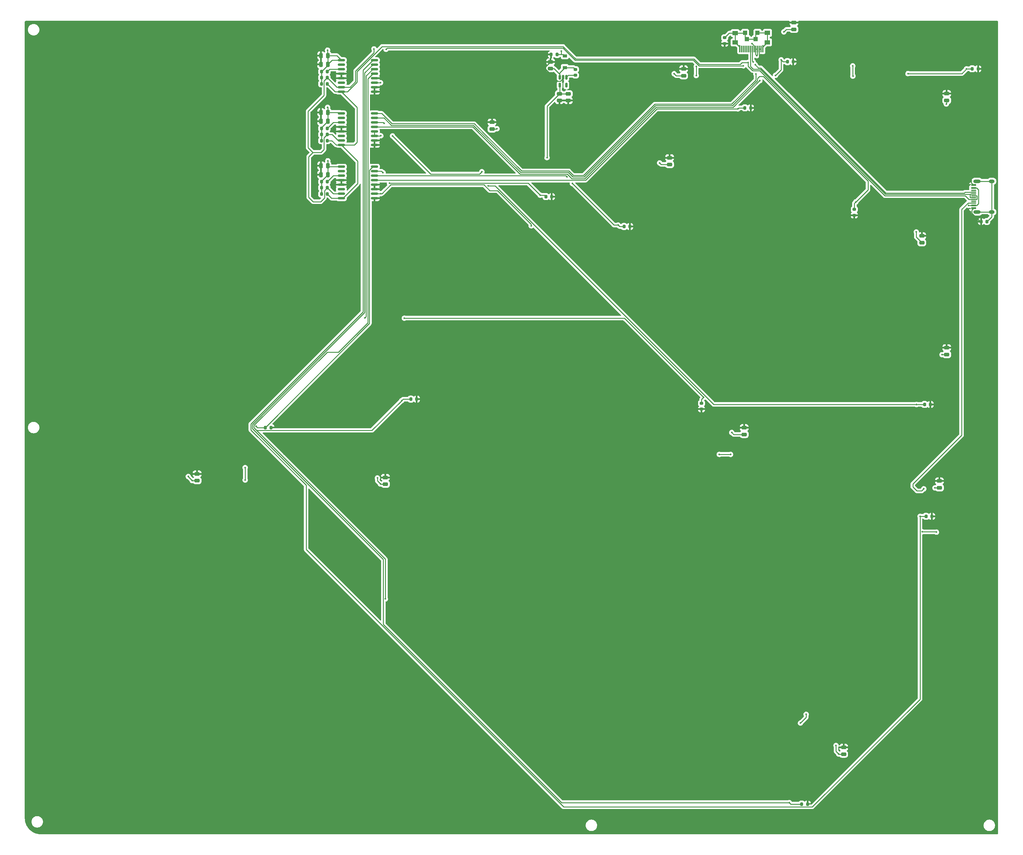
<source format=gbl>
%TF.GenerationSoftware,KiCad,Pcbnew,(6.0.4)*%
%TF.CreationDate,2022-05-26T23:50:18-07:00*%
%TF.ProjectId,bot_L,626f745f-4c2e-46b6-9963-61645f706362,rev?*%
%TF.SameCoordinates,Original*%
%TF.FileFunction,Copper,L2,Bot*%
%TF.FilePolarity,Positive*%
%FSLAX46Y46*%
G04 Gerber Fmt 4.6, Leading zero omitted, Abs format (unit mm)*
G04 Created by KiCad (PCBNEW (6.0.4)) date 2022-05-26 23:50:18*
%MOMM*%
%LPD*%
G01*
G04 APERTURE LIST*
G04 Aperture macros list*
%AMRoundRect*
0 Rectangle with rounded corners*
0 $1 Rounding radius*
0 $2 $3 $4 $5 $6 $7 $8 $9 X,Y pos of 4 corners*
0 Add a 4 corners polygon primitive as box body*
4,1,4,$2,$3,$4,$5,$6,$7,$8,$9,$2,$3,0*
0 Add four circle primitives for the rounded corners*
1,1,$1+$1,$2,$3*
1,1,$1+$1,$4,$5*
1,1,$1+$1,$6,$7*
1,1,$1+$1,$8,$9*
0 Add four rect primitives between the rounded corners*
20,1,$1+$1,$2,$3,$4,$5,0*
20,1,$1+$1,$4,$5,$6,$7,0*
20,1,$1+$1,$6,$7,$8,$9,0*
20,1,$1+$1,$8,$9,$2,$3,0*%
G04 Aperture macros list end*
%TA.AperFunction,SMDPad,CuDef*%
%ADD10RoundRect,0.150000X0.875000X0.150000X-0.875000X0.150000X-0.875000X-0.150000X0.875000X-0.150000X0*%
%TD*%
%TA.AperFunction,SMDPad,CuDef*%
%ADD11RoundRect,0.200000X0.275000X-0.200000X0.275000X0.200000X-0.275000X0.200000X-0.275000X-0.200000X0*%
%TD*%
%TA.AperFunction,SMDPad,CuDef*%
%ADD12RoundRect,0.200000X0.200000X0.275000X-0.200000X0.275000X-0.200000X-0.275000X0.200000X-0.275000X0*%
%TD*%
%TA.AperFunction,SMDPad,CuDef*%
%ADD13RoundRect,0.150000X-0.150000X0.512500X-0.150000X-0.512500X0.150000X-0.512500X0.150000X0.512500X0*%
%TD*%
%TA.AperFunction,SMDPad,CuDef*%
%ADD14RoundRect,0.250000X0.475000X-0.250000X0.475000X0.250000X-0.475000X0.250000X-0.475000X-0.250000X0*%
%TD*%
%TA.AperFunction,SMDPad,CuDef*%
%ADD15R,0.400000X1.825000*%
%TD*%
%TA.AperFunction,SMDPad,CuDef*%
%ADD16R,1.200000X1.200000*%
%TD*%
%TA.AperFunction,SMDPad,CuDef*%
%ADD17R,1.500000X1.200000*%
%TD*%
%TA.AperFunction,SMDPad,CuDef*%
%ADD18R,0.400000X2.012500*%
%TD*%
%TA.AperFunction,SMDPad,CuDef*%
%ADD19RoundRect,0.200000X-0.200000X-0.275000X0.200000X-0.275000X0.200000X0.275000X-0.200000X0.275000X0*%
%TD*%
%TA.AperFunction,SMDPad,CuDef*%
%ADD20RoundRect,0.250000X0.250000X0.475000X-0.250000X0.475000X-0.250000X-0.475000X0.250000X-0.475000X0*%
%TD*%
%TA.AperFunction,SMDPad,CuDef*%
%ADD21RoundRect,0.250000X-0.475000X0.250000X-0.475000X-0.250000X0.475000X-0.250000X0.475000X0.250000X0*%
%TD*%
%TA.AperFunction,SMDPad,CuDef*%
%ADD22R,1.200000X0.900000*%
%TD*%
%TA.AperFunction,SMDPad,CuDef*%
%ADD23R,1.450000X0.600000*%
%TD*%
%TA.AperFunction,SMDPad,CuDef*%
%ADD24R,1.450000X0.300000*%
%TD*%
%TA.AperFunction,ComponentPad*%
%ADD25O,2.100000X1.000000*%
%TD*%
%TA.AperFunction,ComponentPad*%
%ADD26O,1.600000X1.000000*%
%TD*%
%TA.AperFunction,ViaPad*%
%ADD27C,0.500000*%
%TD*%
%TA.AperFunction,Conductor*%
%ADD28C,0.250000*%
%TD*%
G04 APERTURE END LIST*
D10*
%TO.P,U2,1,AIN0*%
%TO.N,/SUP10*%
X118900000Y-31555000D03*
%TO.P,U2,2,AIN1*%
%TO.N,/SUP11*%
X118900000Y-32825000D03*
%TO.P,U2,3,AIN2*%
%TO.N,/SUP12*%
X118900000Y-34095000D03*
%TO.P,U2,4,AIN3*%
%TO.N,/SUP13*%
X118900000Y-35365000D03*
%TO.P,U2,5,A0*%
%TO.N,GND*%
X118900000Y-36635000D03*
%TO.P,U2,6,A1*%
%TO.N,+3V3*%
X118900000Y-37905000D03*
%TO.P,U2,7,A2*%
%TO.N,GND*%
X118900000Y-39175000D03*
%TO.P,U2,8,VSS*%
X118900000Y-40445000D03*
%TO.P,U2,9,SDA*%
%TO.N,/GPIO0_SDA*%
X109600000Y-40445000D03*
%TO.P,U2,10,SCL*%
%TO.N,/GPIO1_SCL*%
X109600000Y-39175000D03*
%TO.P,U2,11,OSC*%
%TO.N,unconnected-(U2-Pad11)*%
X109600000Y-37905000D03*
%TO.P,U2,12,EXT*%
%TO.N,GND*%
X109600000Y-36635000D03*
%TO.P,U2,13,AGND*%
X109600000Y-35365000D03*
%TO.P,U2,14,VREF*%
%TO.N,Net-(R17-Pad1)*%
X109600000Y-34095000D03*
%TO.P,U2,15,AOUT*%
%TO.N,unconnected-(U2-Pad15)*%
X109600000Y-32825000D03*
%TO.P,U2,16,VDD*%
%TO.N,+3V3*%
X109600000Y-31555000D03*
%TD*%
D11*
%TO.P,R14,1*%
%TO.N,Net-(R14-Pad1)*%
X175500000Y-35825000D03*
%TO.P,R14,2*%
%TO.N,VS*%
X175500000Y-34175000D03*
%TD*%
D12*
%TO.P,R15,1*%
%TO.N,+5V*%
X170325000Y-30000000D03*
%TO.P,R15,2*%
%TO.N,GND*%
X168675000Y-30000000D03*
%TD*%
D13*
%TO.P,U1,1,VIN*%
%TO.N,VS*%
X171050000Y-36362500D03*
%TO.P,U1,2,GND*%
%TO.N,GND*%
X172000000Y-36362500D03*
%TO.P,U1,3,EN*%
%TO.N,Net-(R14-Pad1)*%
X172950000Y-36362500D03*
%TO.P,U1,4,NC*%
%TO.N,unconnected-(U1-Pad4)*%
X172950000Y-38637500D03*
%TO.P,U1,5,VOUT*%
%TO.N,+3V3*%
X171050000Y-38637500D03*
%TD*%
D14*
%TO.P,C5,1*%
%TO.N,+5V*%
X122000000Y-150950000D03*
%TO.P,C5,2*%
%TO.N,GND*%
X122000000Y-149050000D03*
%TD*%
%TO.P,C12,1*%
%TO.N,+5V*%
X223000000Y-136950000D03*
%TO.P,C12,2*%
%TO.N,GND*%
X223000000Y-135050000D03*
%TD*%
%TO.P,C9,1*%
%TO.N,+5V*%
X69000000Y-149950000D03*
%TO.P,C9,2*%
%TO.N,GND*%
X69000000Y-148050000D03*
%TD*%
D15*
%TO.P,P1,A1,GND*%
%TO.N,GND*%
X227750000Y-28450000D03*
%TO.P,P1,A4,VBUS*%
%TO.N,+5V*%
X226250000Y-28450000D03*
%TO.P,P1,A5,CC*%
%TO.N,/GPIO1_SCL*%
X225750000Y-28450000D03*
%TO.P,P1,A6,D+*%
%TO.N,/GPIO0_SDA*%
X225250000Y-28450000D03*
%TO.P,P1,A7,D-*%
%TO.N,/SUP34*%
X224750000Y-28450000D03*
%TO.P,P1,A10,RX2-*%
%TO.N,unconnected-(P1-PadA10)*%
X223250000Y-28450000D03*
%TO.P,P1,A11,RX2+*%
%TO.N,unconnected-(P1-PadA11)*%
X222750000Y-28450000D03*
%TO.P,P1,B2,TX2+*%
%TO.N,unconnected-(P1-PadB2)*%
X222250000Y-28450000D03*
%TO.P,P1,B3,TX2-*%
%TO.N,unconnected-(P1-PadB3)*%
X223750000Y-28450000D03*
%TO.P,P1,B5,VCONN*%
%TO.N,unconnected-(P1-PadB5)*%
X224250000Y-28450000D03*
%TO.P,P1,B9,VBUS*%
%TO.N,+5V*%
X226750000Y-28450000D03*
%TO.P,P1,B12,GND*%
%TO.N,GND*%
X227250000Y-28450000D03*
D16*
%TO.P,P1,S1,SHIELD*%
%TO.N,Net-(P1-PadS1)*%
X226750000Y-23900000D03*
D17*
X220450000Y-23950000D03*
D16*
X223750000Y-25650000D03*
X223250000Y-23900000D03*
D18*
X221750000Y-28350000D03*
X228250000Y-28356250D03*
D16*
X226250000Y-25650000D03*
D17*
X229550000Y-26550000D03*
X229550000Y-23900000D03*
X220450000Y-26600000D03*
%TD*%
D19*
%TO.P,R19,1*%
%TO.N,+3V3*%
X104000000Y-54250000D03*
%TO.P,R19,2*%
%TO.N,/GPIO0_SDA*%
X105650000Y-54250000D03*
%TD*%
D20*
%TO.P,C16,1*%
%TO.N,+3V3*%
X105775000Y-32800000D03*
%TO.P,C16,2*%
%TO.N,GND*%
X103875000Y-32800000D03*
%TD*%
D12*
%TO.P,R21,1*%
%TO.N,Net-(R21-Pad1)*%
X105650000Y-50800000D03*
%TO.P,R21,2*%
%TO.N,+3V3*%
X104000000Y-50800000D03*
%TD*%
%TO.P,R20,1*%
%TO.N,Net-(R20-Pad1)*%
X105650000Y-65800000D03*
%TO.P,R20,2*%
%TO.N,+3V3*%
X104000000Y-65800000D03*
%TD*%
D10*
%TO.P,U3,1,AIN0*%
%TO.N,/SUP14*%
X118900000Y-61555000D03*
%TO.P,U3,2,AIN1*%
%TO.N,/SUP15*%
X118900000Y-62825000D03*
%TO.P,U3,3,AIN2*%
%TO.N,/SUP16*%
X118900000Y-64095000D03*
%TO.P,U3,4,AIN3*%
%TO.N,/SUP17*%
X118900000Y-65365000D03*
%TO.P,U3,5,A0*%
%TO.N,GND*%
X118900000Y-66635000D03*
%TO.P,U3,6,A1*%
X118900000Y-67905000D03*
%TO.P,U3,7,A2*%
%TO.N,+3V3*%
X118900000Y-69175000D03*
%TO.P,U3,8,VSS*%
%TO.N,GND*%
X118900000Y-70445000D03*
%TO.P,U3,9,SDA*%
%TO.N,/GPIO0_SDA*%
X109600000Y-70445000D03*
%TO.P,U3,10,SCL*%
%TO.N,/GPIO1_SCL*%
X109600000Y-69175000D03*
%TO.P,U3,11,OSC*%
%TO.N,unconnected-(U3-Pad11)*%
X109600000Y-67905000D03*
%TO.P,U3,12,EXT*%
%TO.N,GND*%
X109600000Y-66635000D03*
%TO.P,U3,13,AGND*%
X109600000Y-65365000D03*
%TO.P,U3,14,VREF*%
%TO.N,Net-(R20-Pad1)*%
X109600000Y-64095000D03*
%TO.P,U3,15,AOUT*%
%TO.N,unconnected-(U3-Pad15)*%
X109600000Y-62825000D03*
%TO.P,U3,16,VDD*%
%TO.N,+3V3*%
X109600000Y-61555000D03*
%TD*%
D21*
%TO.P,C13,1*%
%TO.N,+3V3*%
X173500000Y-41050000D03*
%TO.P,C13,2*%
%TO.N,GND*%
X173500000Y-42950000D03*
%TD*%
%TO.P,C14,1*%
%TO.N,+3V3*%
X171000000Y-41050000D03*
%TO.P,C14,2*%
%TO.N,GND*%
X171000000Y-42950000D03*
%TD*%
D14*
%TO.P,C7,1*%
%TO.N,+5V*%
X273000000Y-82950000D03*
%TO.P,C7,2*%
%TO.N,GND*%
X273000000Y-81050000D03*
%TD*%
%TO.P,C8,1*%
%TO.N,+5V*%
X251000000Y-226950000D03*
%TO.P,C8,2*%
%TO.N,GND*%
X251000000Y-225050000D03*
%TD*%
%TO.P,C2,1*%
%TO.N,+5V*%
X280000000Y-114450000D03*
%TO.P,C2,2*%
%TO.N,GND*%
X280000000Y-112550000D03*
%TD*%
D12*
%TO.P,R7,1*%
%TO.N,GND*%
X168825000Y-70000000D03*
%TO.P,R7,2*%
%TO.N,/SUP15*%
X167175000Y-70000000D03*
%TD*%
D20*
%TO.P,C20,1*%
%TO.N,+3V3*%
X105775000Y-63800000D03*
%TO.P,C20,2*%
%TO.N,GND*%
X103875000Y-63800000D03*
%TD*%
D12*
%TO.P,R10,1*%
%TO.N,GND*%
X288825000Y-34000000D03*
%TO.P,R10,2*%
%TO.N,/SUP18*%
X287175000Y-34000000D03*
%TD*%
D20*
%TO.P,C19,1*%
%TO.N,+3V3*%
X105775000Y-46300000D03*
%TO.P,C19,2*%
%TO.N,GND*%
X103875000Y-46300000D03*
%TD*%
D12*
%TO.P,R5,1*%
%TO.N,GND*%
X130825000Y-127000000D03*
%TO.P,R5,2*%
%TO.N,/SUP13*%
X129175000Y-127000000D03*
%TD*%
D11*
%TO.P,R11,1*%
%TO.N,GND*%
X254000000Y-75234092D03*
%TO.P,R11,2*%
%TO.N,/SUP19*%
X254000000Y-73584092D03*
%TD*%
D12*
%TO.P,R9,1*%
%TO.N,GND*%
X224825000Y-45000000D03*
%TO.P,R9,2*%
%TO.N,/SUP17*%
X223175000Y-45000000D03*
%TD*%
D22*
%TO.P,D13,1,K*%
%TO.N,VS*%
X172500000Y-33650000D03*
%TO.P,D13,2,A*%
%TO.N,+5V*%
X172500000Y-30350000D03*
%TD*%
D19*
%TO.P,R24,1*%
%TO.N,+3V3*%
X104000000Y-38250000D03*
%TO.P,R24,2*%
%TO.N,/GPIO0_SDA*%
X105650000Y-38250000D03*
%TD*%
D11*
%TO.P,R4,1*%
%TO.N,GND*%
X211000000Y-129825000D03*
%TO.P,R4,2*%
%TO.N,/SUP12*%
X211000000Y-128175000D03*
%TD*%
D23*
%TO.P,J1,A1,GND*%
%TO.N,GND*%
X287585000Y-66750000D03*
%TO.P,J1,A4,VBUS*%
%TO.N,+5V*%
X287585000Y-67550000D03*
D24*
%TO.P,J1,A5,CC1*%
%TO.N,/GPIO1_SCL*%
X287585000Y-68750000D03*
%TO.P,J1,A6,D+*%
%TO.N,/GPIO0_SDA*%
X287585000Y-69750000D03*
%TO.P,J1,A7,D-*%
%TO.N,/SUP34*%
X287585000Y-70250000D03*
%TO.P,J1,A8,SBU1*%
%TO.N,unconnected-(J1-PadA8)*%
X287585000Y-71250000D03*
D23*
%TO.P,J1,A9,VBUS*%
%TO.N,+5V*%
X287585000Y-72450000D03*
%TO.P,J1,A12,GND*%
%TO.N,GND*%
X287585000Y-73250000D03*
%TO.P,J1,B1,GND*%
X287585000Y-73250000D03*
%TO.P,J1,B4,VBUS*%
%TO.N,+5V*%
X287585000Y-72450000D03*
D24*
%TO.P,J1,B5,CC2*%
%TO.N,/LED_BR2BL*%
X287585000Y-71750000D03*
%TO.P,J1,B6,D+*%
%TO.N,/GPIO0_SDA*%
X287585000Y-70750000D03*
%TO.P,J1,B7,D-*%
%TO.N,/SUP34*%
X287585000Y-69250000D03*
%TO.P,J1,B8,SBU2*%
%TO.N,unconnected-(J1-PadB8)*%
X287585000Y-68250000D03*
D23*
%TO.P,J1,B9,VBUS*%
%TO.N,+5V*%
X287585000Y-67550000D03*
%TO.P,J1,B12,GND*%
%TO.N,GND*%
X287585000Y-66750000D03*
D25*
%TO.P,J1,S1,SHIELD*%
%TO.N,Net-(J1-PadS1)*%
X288500000Y-65680000D03*
D26*
X292680000Y-74320000D03*
X292680000Y-65680000D03*
D25*
X288500000Y-74320000D03*
%TD*%
D14*
%TO.P,C10,1*%
%TO.N,+5V*%
X280000000Y-42900000D03*
%TO.P,C10,2*%
%TO.N,GND*%
X280000000Y-41000000D03*
%TD*%
D10*
%TO.P,U4,1,AIN0*%
%TO.N,/SUP18*%
X118900000Y-46555000D03*
%TO.P,U4,2,AIN1*%
%TO.N,/SUP19*%
X118900000Y-47825000D03*
%TO.P,U4,3,AIN2*%
%TO.N,/SUP20*%
X118900000Y-49095000D03*
%TO.P,U4,4,AIN3*%
%TO.N,/SUP21*%
X118900000Y-50365000D03*
%TO.P,U4,5,A0*%
%TO.N,+3V3*%
X118900000Y-51635000D03*
%TO.P,U4,6,A1*%
X118900000Y-52905000D03*
%TO.P,U4,7,A2*%
%TO.N,GND*%
X118900000Y-54175000D03*
%TO.P,U4,8,VSS*%
X118900000Y-55445000D03*
%TO.P,U4,9,SDA*%
%TO.N,/GPIO0_SDA*%
X109600000Y-55445000D03*
%TO.P,U4,10,SCL*%
%TO.N,/GPIO1_SCL*%
X109600000Y-54175000D03*
%TO.P,U4,11,OSC*%
%TO.N,unconnected-(U4-Pad11)*%
X109600000Y-52905000D03*
%TO.P,U4,12,EXT*%
%TO.N,GND*%
X109600000Y-51635000D03*
%TO.P,U4,13,AGND*%
X109600000Y-50365000D03*
%TO.P,U4,14,VREF*%
%TO.N,Net-(R21-Pad1)*%
X109600000Y-49095000D03*
%TO.P,U4,15,AOUT*%
%TO.N,unconnected-(U4-Pad15)*%
X109600000Y-47825000D03*
%TO.P,U4,16,VDD*%
%TO.N,+3V3*%
X109600000Y-46555000D03*
%TD*%
D12*
%TO.P,R8,1*%
%TO.N,GND*%
X190825000Y-78400000D03*
%TO.P,R8,2*%
%TO.N,/SUP16*%
X189175000Y-78400000D03*
%TD*%
D14*
%TO.P,C6,1*%
%TO.N,+5V*%
X205950000Y-35950000D03*
%TO.P,C6,2*%
%TO.N,GND*%
X205950000Y-34050000D03*
%TD*%
D19*
%TO.P,R18,1*%
%TO.N,+3V3*%
X104000000Y-52500000D03*
%TO.P,R18,2*%
%TO.N,/GPIO1_SCL*%
X105650000Y-52500000D03*
%TD*%
%TO.P,R16,1*%
%TO.N,GND*%
X289675000Y-77000000D03*
%TO.P,R16,2*%
%TO.N,Net-(J1-PadS1)*%
X291325000Y-77000000D03*
%TD*%
D12*
%TO.P,R3,1*%
%TO.N,GND*%
X240825000Y-241000000D03*
%TO.P,R3,2*%
%TO.N,/SUP11*%
X239175000Y-241000000D03*
%TD*%
%TO.P,R17,1*%
%TO.N,Net-(R17-Pad1)*%
X105650000Y-34800000D03*
%TO.P,R17,2*%
%TO.N,+3V3*%
X104000000Y-34800000D03*
%TD*%
D19*
%TO.P,R23,1*%
%TO.N,+3V3*%
X104000000Y-36500000D03*
%TO.P,R23,2*%
%TO.N,/GPIO1_SCL*%
X105650000Y-36500000D03*
%TD*%
D12*
%TO.P,R6,1*%
%TO.N,GND*%
X89825000Y-135000000D03*
%TO.P,R6,2*%
%TO.N,/SUP14*%
X88175000Y-135000000D03*
%TD*%
D20*
%TO.P,C18,1*%
%TO.N,+3V3*%
X105775000Y-48800000D03*
%TO.P,C18,2*%
%TO.N,GND*%
X103875000Y-48800000D03*
%TD*%
D12*
%TO.P,R13,1*%
%TO.N,GND*%
X236825000Y-32000000D03*
%TO.P,R13,2*%
%TO.N,/SUP21*%
X235175000Y-32000000D03*
%TD*%
%TO.P,R2,1*%
%TO.N,GND*%
X275825000Y-160000000D03*
%TO.P,R2,2*%
%TO.N,/SUP10*%
X274175000Y-160000000D03*
%TD*%
D19*
%TO.P,R22,1*%
%TO.N,+3V3*%
X104000000Y-67500000D03*
%TO.P,R22,2*%
%TO.N,/GPIO1_SCL*%
X105650000Y-67500000D03*
%TD*%
D14*
%TO.P,C4,1*%
%TO.N,+5V*%
X152000000Y-50950000D03*
%TO.P,C4,2*%
%TO.N,GND*%
X152000000Y-49050000D03*
%TD*%
%TO.P,C11,1*%
%TO.N,+5V*%
X237000000Y-22900000D03*
%TO.P,C11,2*%
%TO.N,GND*%
X237000000Y-21000000D03*
%TD*%
%TO.P,C3,1*%
%TO.N,+5V*%
X277950000Y-151950000D03*
%TO.P,C3,2*%
%TO.N,GND*%
X277950000Y-150050000D03*
%TD*%
%TO.P,C15,1*%
%TO.N,VS*%
X168500000Y-33950000D03*
%TO.P,C15,2*%
%TO.N,GND*%
X168500000Y-32050000D03*
%TD*%
D19*
%TO.P,R25,1*%
%TO.N,+3V3*%
X104000000Y-69250000D03*
%TO.P,R25,2*%
%TO.N,/GPIO0_SDA*%
X105650000Y-69250000D03*
%TD*%
D12*
%TO.P,R12,1*%
%TO.N,GND*%
X275422730Y-128500000D03*
%TO.P,R12,2*%
%TO.N,/SUP20*%
X273772730Y-128500000D03*
%TD*%
D14*
%TO.P,C1,1*%
%TO.N,+5V*%
X202000000Y-60950000D03*
%TO.P,C1,2*%
%TO.N,GND*%
X202000000Y-59050000D03*
%TD*%
D11*
%TO.P,R1,1*%
%TO.N,GND*%
X217500000Y-26885000D03*
%TO.P,R1,2*%
%TO.N,Net-(P1-PadS1)*%
X217500000Y-25235000D03*
%TD*%
D20*
%TO.P,C17,1*%
%TO.N,+3V3*%
X105775000Y-30300000D03*
%TO.P,C17,2*%
%TO.N,GND*%
X103875000Y-30300000D03*
%TD*%
%TO.P,C21,1*%
%TO.N,+3V3*%
X105775000Y-61300000D03*
%TO.P,C21,2*%
%TO.N,GND*%
X103875000Y-61300000D03*
%TD*%
D27*
%TO.N,+5V*%
X171500000Y-29000000D03*
X278700000Y-114500000D03*
X209500000Y-33350000D03*
X67600000Y-149900000D03*
X119750000Y-149200000D03*
X153400000Y-50900000D03*
X209500000Y-35900000D03*
X286150000Y-72450000D03*
X249600000Y-226900000D03*
X216000000Y-142550000D03*
X219500000Y-136400000D03*
X66543278Y-148793278D03*
X276700000Y-152000000D03*
X279900000Y-43900000D03*
X226550000Y-30310000D03*
X234150000Y-23600000D03*
X219150000Y-142550000D03*
X271450000Y-79950000D03*
X248850000Y-224500000D03*
X203300000Y-35400000D03*
X120600000Y-150900000D03*
X199200000Y-60500000D03*
%TO.N,GND*%
X128300000Y-52300000D03*
X98600000Y-61350000D03*
X189750000Y-50500000D03*
X265250000Y-220750000D03*
X138600000Y-26200000D03*
X246500000Y-50500000D03*
X276000000Y-112300000D03*
X114500000Y-90000000D03*
X130000000Y-57250000D03*
X109000000Y-161750000D03*
X243750000Y-53500000D03*
X126500000Y-67750000D03*
X150750000Y-106250000D03*
X98700000Y-48900000D03*
X201500000Y-33700000D03*
X217500000Y-134700000D03*
X138650000Y-29500000D03*
X269500000Y-80200000D03*
X273500000Y-149800000D03*
X126750000Y-57250000D03*
X118500000Y-90000000D03*
X128150000Y-47300000D03*
X108500000Y-179750000D03*
X197500000Y-58700000D03*
X179750000Y-91500000D03*
X64500000Y-147800000D03*
X175000000Y-91500000D03*
X111250000Y-159500000D03*
X195000000Y-50750000D03*
X101800000Y-61350000D03*
X276900000Y-40200000D03*
X263250000Y-218750000D03*
X108500000Y-176500000D03*
X101500000Y-48850000D03*
X126500000Y-63000000D03*
X123100000Y-68850000D03*
X246500000Y-224700000D03*
X147450000Y-48500000D03*
X121500000Y-66950000D03*
X150750000Y-102250000D03*
X233000000Y-21700000D03*
X117400000Y-148700000D03*
%TO.N,+3V3*%
X82550000Y-146300000D03*
X120750000Y-69150000D03*
X105750000Y-28750000D03*
X163050000Y-78200000D03*
X253600000Y-36050000D03*
X105800000Y-59900000D03*
X120650000Y-37900000D03*
X167500000Y-59000000D03*
X240450000Y-215750000D03*
X120700000Y-52850000D03*
X105750000Y-44850000D03*
X277100000Y-164450000D03*
X82550000Y-149750000D03*
X253550000Y-33200000D03*
X273100000Y-164350000D03*
X238850000Y-218200000D03*
%TO.N,/LED_BR2BL*%
X273550000Y-152250000D03*
%TO.N,/GPIO1_SCL*%
X222750000Y-33160000D03*
X118800000Y-28400000D03*
X122200000Y-28500000D03*
X226100000Y-32860000D03*
X225200000Y-26910000D03*
%TO.N,/GPIO0_SDA*%
X224097907Y-32231566D03*
X225523998Y-32078336D03*
%TO.N,/SUP10*%
X272500000Y-160000000D03*
%TO.N,/SUP11*%
X235700000Y-240600000D03*
%TO.N,/SUP12*%
X127350000Y-104200000D03*
X116250000Y-104150000D03*
X211600000Y-126500000D03*
%TO.N,/SUP13*%
X122000000Y-183250000D03*
X126600000Y-127400000D03*
%TO.N,/SUP14*%
X85600000Y-134600000D03*
%TO.N,/SUP15*%
X123150000Y-66200000D03*
X165600000Y-69600000D03*
X121350000Y-63250000D03*
%TO.N,/SUP16*%
X173100000Y-64400000D03*
X174650000Y-66300000D03*
X187500000Y-78000000D03*
%TO.N,/SUP17*%
X221200000Y-45300000D03*
%TO.N,/SUP18*%
X285600000Y-34000000D03*
X269100000Y-35350000D03*
X226300000Y-35450000D03*
%TO.N,/SUP19*%
X254400000Y-71500000D03*
%TO.N,/SUP20*%
X150950000Y-67000000D03*
X149150000Y-63000000D03*
X271500000Y-128500000D03*
X121650000Y-49350000D03*
X124000000Y-52900000D03*
%TO.N,/SUP21*%
X233400000Y-31500000D03*
X231800000Y-35850000D03*
X227400000Y-37350000D03*
%TD*%
D28*
%TO.N,+5V*%
X172150000Y-30000000D02*
X172500000Y-30350000D01*
X203850000Y-35950000D02*
X203300000Y-35400000D01*
X234150000Y-23600000D02*
X234850000Y-22900000D01*
X288409022Y-67550000D02*
X287585000Y-67550000D01*
X220050000Y-136950000D02*
X219500000Y-136400000D01*
X226250000Y-30010000D02*
X226250000Y-28450000D01*
X69000000Y-149950000D02*
X67650000Y-149950000D01*
X280000000Y-43800000D02*
X279900000Y-43900000D01*
X248850000Y-224500000D02*
X248850000Y-226150000D01*
X251000000Y-226950000D02*
X249650000Y-226950000D01*
X119750000Y-150050000D02*
X120600000Y-150900000D01*
X278750000Y-114450000D02*
X278700000Y-114500000D01*
X202000000Y-60950000D02*
X199650000Y-60950000D01*
X276750000Y-151950000D02*
X276700000Y-152000000D01*
X249650000Y-226950000D02*
X249600000Y-226900000D01*
X171500000Y-30000000D02*
X172150000Y-30000000D01*
X122000000Y-150950000D02*
X120650000Y-150950000D01*
X152000000Y-50950000D02*
X153350000Y-50950000D01*
X248850000Y-226150000D02*
X249600000Y-226900000D01*
X226550000Y-30310000D02*
X226250000Y-30010000D01*
X226250000Y-28450000D02*
X226725489Y-28450000D01*
X219150000Y-142550000D02*
X216000000Y-142550000D01*
X66543278Y-148793278D02*
X66543278Y-148843278D01*
X271450000Y-81400000D02*
X273000000Y-82950000D01*
X280000000Y-42900000D02*
X280000000Y-43800000D01*
X153350000Y-50950000D02*
X153400000Y-50900000D01*
X209500000Y-33350000D02*
X209500000Y-35900000D01*
X287585000Y-72450000D02*
X288409022Y-72450000D01*
X288938022Y-71921000D02*
X288938022Y-68079000D01*
X171500000Y-30000000D02*
X171500000Y-29000000D01*
X66543278Y-148843278D02*
X67600000Y-149900000D01*
X223000000Y-136950000D02*
X220050000Y-136950000D01*
X199650000Y-60950000D02*
X199200000Y-60500000D01*
X226750000Y-30110000D02*
X226750000Y-28450000D01*
X226550000Y-30310000D02*
X226750000Y-30110000D01*
X67650000Y-149950000D02*
X67600000Y-149900000D01*
X170325000Y-30000000D02*
X171500000Y-30000000D01*
X280000000Y-114450000D02*
X278750000Y-114450000D01*
X119750000Y-149200000D02*
X119750000Y-150050000D01*
X277950000Y-151950000D02*
X276750000Y-151950000D01*
X271450000Y-79950000D02*
X271450000Y-81400000D01*
X205950000Y-35950000D02*
X203850000Y-35950000D01*
X120650000Y-150950000D02*
X120600000Y-150900000D01*
X288938022Y-68079000D02*
X288409022Y-67550000D01*
X288409022Y-72450000D02*
X288938022Y-71921000D01*
X234850000Y-22900000D02*
X237000000Y-22900000D01*
X287585000Y-72450000D02*
X286150000Y-72450000D01*
%TO.N,GND*%
X227250000Y-28450000D02*
X227250000Y-30760000D01*
X167000000Y-33987493D02*
X167000000Y-33550000D01*
X287175000Y-96500000D02*
X287125480Y-96450480D01*
X120545000Y-67905000D02*
X121500000Y-66950000D01*
X118900000Y-67905000D02*
X120545000Y-67905000D01*
X172000000Y-36746072D02*
X171246072Y-37500000D01*
X118900000Y-66635000D02*
X121185000Y-66635000D01*
X121185000Y-66635000D02*
X121500000Y-66950000D01*
X118900000Y-66635000D02*
X118900000Y-67905000D01*
X287125480Y-73709520D02*
X287585000Y-73250000D01*
X286950000Y-66115000D02*
X286950000Y-65200000D01*
X227250000Y-28450000D02*
X227725489Y-28450000D01*
X171246072Y-37500000D02*
X170512507Y-37500000D01*
X170512507Y-37500000D02*
X167000000Y-33987493D01*
X287585000Y-66750000D02*
X286950000Y-66115000D01*
X289463953Y-77000000D02*
X287125480Y-74661527D01*
X172000000Y-36362500D02*
X172000000Y-36746072D01*
X287125480Y-74661527D02*
X287125480Y-73709520D01*
X289675000Y-77000000D02*
X289463953Y-77000000D01*
X167000000Y-33550000D02*
X168500000Y-32050000D01*
%TO.N,+3V3*%
X104000000Y-50800000D02*
X104000000Y-54250000D01*
X105750000Y-28750000D02*
X105750000Y-30275000D01*
X109600000Y-61555000D02*
X106030000Y-61555000D01*
X104000000Y-34800000D02*
X104000000Y-38250000D01*
X118900000Y-37905000D02*
X120645000Y-37905000D01*
X277100000Y-164450000D02*
X277000000Y-164350000D01*
X120725000Y-69175000D02*
X120750000Y-69150000D01*
X104000000Y-65575000D02*
X105775000Y-63800000D01*
X105775000Y-46300000D02*
X109345000Y-46300000D01*
X240450000Y-216600000D02*
X238850000Y-218200000D01*
X118900000Y-52905000D02*
X120645000Y-52905000D01*
X277000000Y-164350000D02*
X273100000Y-164350000D01*
X104000000Y-50575000D02*
X105775000Y-48800000D01*
X253550000Y-33200000D02*
X253550000Y-36000000D01*
X253550000Y-36000000D02*
X253600000Y-36050000D01*
X149749520Y-66649520D02*
X151400000Y-68300000D01*
X108345000Y-30300000D02*
X109600000Y-31555000D01*
X153576764Y-68300000D02*
X154663382Y-69386618D01*
X105775000Y-59925000D02*
X105800000Y-59900000D01*
X121012482Y-69150000D02*
X123512962Y-66649520D01*
X123512962Y-66649520D02*
X126350000Y-66649520D01*
X120750000Y-69150000D02*
X121012482Y-69150000D01*
X105775000Y-44875000D02*
X105750000Y-44850000D01*
X104000000Y-65800000D02*
X104000000Y-65575000D01*
X126350000Y-66649520D02*
X149749520Y-66649520D01*
X120645000Y-37905000D02*
X120650000Y-37900000D01*
X118900000Y-51635000D02*
X118900000Y-52905000D01*
X171000000Y-41050000D02*
X167500000Y-44550000D01*
X82550000Y-146300000D02*
X82550000Y-149750000D01*
X171000000Y-41050000D02*
X173500000Y-41050000D01*
X171050000Y-38637500D02*
X171050000Y-41000000D01*
X171050000Y-41000000D02*
X171000000Y-41050000D01*
X104000000Y-50800000D02*
X104000000Y-50575000D01*
X105775000Y-30300000D02*
X108345000Y-30300000D01*
X107020000Y-31555000D02*
X109600000Y-31555000D01*
X163050000Y-77773236D02*
X163050000Y-78200000D01*
X105775000Y-30300000D02*
X105775000Y-32800000D01*
X105750000Y-30275000D02*
X105775000Y-30300000D01*
X106030000Y-61555000D02*
X105775000Y-61300000D01*
X105775000Y-32800000D02*
X105775000Y-33025000D01*
X105775000Y-46300000D02*
X105775000Y-44875000D01*
X120645000Y-52905000D02*
X120700000Y-52850000D01*
X154663382Y-69386618D02*
X163050000Y-77773236D01*
X167500000Y-44550000D02*
X167500000Y-59000000D01*
X118900000Y-69175000D02*
X120725000Y-69175000D01*
X109345000Y-46300000D02*
X109600000Y-46555000D01*
X151400000Y-68300000D02*
X153576764Y-68300000D01*
X105775000Y-33025000D02*
X104000000Y-34800000D01*
X105775000Y-32800000D02*
X107020000Y-31555000D01*
X105775000Y-61300000D02*
X105775000Y-63800000D01*
X104000000Y-65800000D02*
X104000000Y-69250000D01*
X105775000Y-61300000D02*
X105775000Y-59925000D01*
X105775000Y-46300000D02*
X105775000Y-48800000D01*
X240450000Y-215750000D02*
X240450000Y-216600000D01*
%TO.N,VS*%
X174975000Y-33650000D02*
X172500000Y-33650000D01*
X171050000Y-35550000D02*
X171050000Y-36362500D01*
X175500000Y-34175000D02*
X174975000Y-33650000D01*
X168500000Y-33950000D02*
X169450000Y-33950000D01*
X171050000Y-36362500D02*
X171050000Y-35100000D01*
X171050000Y-35100000D02*
X172500000Y-33650000D01*
X169450000Y-33950000D02*
X171050000Y-35550000D01*
%TO.N,/LED_BR2BL*%
X270450000Y-150900000D02*
X270450000Y-151700000D01*
X270450000Y-151700000D02*
X271600000Y-152850000D01*
X286037518Y-71750000D02*
X284200000Y-73587518D01*
X287585000Y-71750000D02*
X286037518Y-71750000D01*
X272950000Y-152850000D02*
X273550000Y-152250000D01*
X284200000Y-73587518D02*
X284200000Y-137150000D01*
X271600000Y-152850000D02*
X272950000Y-152850000D01*
X284200000Y-137150000D02*
X270450000Y-150900000D01*
%TO.N,/GPIO1_SCL*%
X118800000Y-28400000D02*
X118800000Y-29426448D01*
X104724520Y-56725480D02*
X104724520Y-53425480D01*
X210260000Y-33160000D02*
X208700000Y-31600000D01*
X284950000Y-68971969D02*
X262904449Y-68971969D01*
X101700000Y-71450000D02*
X103750000Y-71450000D01*
X107000000Y-52500000D02*
X108675000Y-54175000D01*
X208700000Y-31600000D02*
X175400000Y-31600000D01*
X100250000Y-56200000D02*
X101600000Y-57550000D01*
X172000000Y-28200000D02*
X122500000Y-28200000D01*
X107325000Y-69175000D02*
X109600000Y-69175000D01*
X262904449Y-68971969D02*
X227679438Y-33746960D01*
X225750000Y-27460000D02*
X225200000Y-26910000D01*
X105650000Y-52500000D02*
X107000000Y-52500000D01*
X103750000Y-71450000D02*
X104850000Y-70350000D01*
X108325000Y-39175000D02*
X109600000Y-39175000D01*
X105650000Y-67500000D02*
X107325000Y-69175000D01*
X104724520Y-53425480D02*
X105650000Y-52500000D01*
X105650000Y-36500000D02*
X104724520Y-37425480D01*
X113623480Y-34602969D02*
X113623480Y-37594040D01*
X222750000Y-33160000D02*
X210260000Y-33160000D01*
X100250000Y-45950000D02*
X100250000Y-56200000D01*
X112042520Y-39175000D02*
X109600000Y-39175000D01*
X225750000Y-28450000D02*
X225750000Y-27460000D01*
X108675000Y-54175000D02*
X109600000Y-54175000D01*
X226986960Y-33746960D02*
X226100000Y-32860000D01*
X104724520Y-37425480D02*
X104724520Y-41475480D01*
X105650000Y-36500000D02*
X108325000Y-39175000D01*
X101600000Y-57550000D02*
X100400000Y-58750000D01*
X175400000Y-31600000D02*
X172000000Y-28200000D01*
X100400000Y-70150000D02*
X101700000Y-71450000D01*
X103900000Y-57550000D02*
X104724520Y-56725480D01*
X104850000Y-70350000D02*
X104850000Y-68300000D01*
X101600000Y-57550000D02*
X103900000Y-57550000D01*
X287585000Y-68750000D02*
X285171969Y-68750000D01*
X227679438Y-33746960D02*
X226986960Y-33746960D01*
X285171969Y-68750000D02*
X284950000Y-68971969D01*
X104850000Y-68300000D02*
X105650000Y-67500000D01*
X104724520Y-41475480D02*
X100250000Y-45950000D01*
X122500000Y-28200000D02*
X122200000Y-28500000D01*
X100400000Y-58750000D02*
X100400000Y-70150000D01*
X113623480Y-37594040D02*
X112042520Y-39175000D01*
X118800000Y-29426448D02*
X113623480Y-34602969D01*
%TO.N,/GPIO0_SDA*%
X224097907Y-33247907D02*
X224097907Y-32231566D01*
X109600000Y-55445000D02*
X114200000Y-60045000D01*
X172055956Y-27723490D02*
X175555946Y-31223480D01*
X109600000Y-40445000D02*
X111305000Y-40445000D01*
X121035438Y-27723490D02*
X172055956Y-27723490D01*
X114050000Y-44895000D02*
X114050000Y-54650000D01*
X288561511Y-70748489D02*
X288561511Y-69751511D01*
X105650000Y-69250000D02*
X106845000Y-70445000D01*
X221850000Y-32783480D02*
X222401914Y-32231566D01*
X110055000Y-70445000D02*
X109600000Y-70445000D01*
X287585000Y-70750000D02*
X286224991Y-70750000D01*
X210415960Y-32783480D02*
X221850000Y-32783480D01*
X222401914Y-32231566D02*
X224097907Y-32231566D01*
X288561511Y-69751511D02*
X288560000Y-69750000D01*
X285200000Y-69725009D02*
X262592529Y-69725009D01*
X106950480Y-54250000D02*
X105650000Y-54250000D01*
X113255000Y-55445000D02*
X109600000Y-55445000D01*
X114050000Y-54650000D02*
X113255000Y-55445000D01*
X227367520Y-34500000D02*
X225350000Y-34500000D01*
X288560000Y-70750000D02*
X288561511Y-70748489D01*
X175555946Y-31223480D02*
X208855960Y-31223480D01*
X109600000Y-40445000D02*
X114050000Y-44895000D01*
X108145480Y-55445000D02*
X106950480Y-54250000D01*
X262592529Y-69725009D02*
X227367520Y-34500000D01*
X105650000Y-38250000D02*
X107845000Y-40445000D01*
X287585000Y-70750000D02*
X288560000Y-70750000D01*
X286224991Y-70750000D02*
X285200000Y-69725009D01*
X106845000Y-70445000D02*
X109600000Y-70445000D01*
X111305000Y-40445000D02*
X114000000Y-37750000D01*
X225523998Y-32078336D02*
X225250000Y-31804338D01*
X109600000Y-55445000D02*
X108145480Y-55445000D01*
X114200000Y-60045000D02*
X114200000Y-66300000D01*
X114000000Y-37750000D02*
X114000000Y-34758928D01*
X225350000Y-34500000D02*
X224097907Y-33247907D01*
X225250000Y-31804338D02*
X225250000Y-28450000D01*
X288560000Y-69750000D02*
X287585000Y-69750000D01*
X114000000Y-34758928D02*
X121035438Y-27723490D01*
X107845000Y-40445000D02*
X109600000Y-40445000D01*
X208855960Y-31223480D02*
X210415960Y-32783480D01*
X114200000Y-66300000D02*
X110055000Y-70445000D01*
%TO.N,/SUP34*%
X225505960Y-34123480D02*
X224774511Y-33392031D01*
X286706978Y-69250000D02*
X287585000Y-69250000D01*
X287585000Y-70250000D02*
X286610000Y-70250000D01*
X286610000Y-70250000D02*
X286608489Y-70248489D01*
X286608489Y-70248489D02*
X286608489Y-69348489D01*
X224774511Y-33392031D02*
X224774511Y-28474511D01*
X286608489Y-69348489D02*
X286706978Y-69250000D01*
X227523479Y-34123480D02*
X225505960Y-34123480D01*
X262748489Y-69348489D02*
X227523479Y-34123480D01*
X286608489Y-69348489D02*
X262748489Y-69348489D01*
%TO.N,Net-(J1-PadS1)*%
X291325000Y-77000000D02*
X292680000Y-75645000D01*
X288500000Y-65680000D02*
X292680000Y-65680000D01*
X292680000Y-75645000D02*
X292680000Y-74320000D01*
X292680000Y-65680000D02*
X292680000Y-74320000D01*
X288500000Y-74320000D02*
X292680000Y-74320000D01*
%TO.N,Net-(P1-PadS1)*%
X223750000Y-25650000D02*
X226250000Y-25650000D01*
X223250000Y-23900000D02*
X223250000Y-25150000D01*
X229550000Y-23900000D02*
X229550000Y-26550000D01*
X229550000Y-26550000D02*
X228274511Y-27825489D01*
X223250000Y-25150000D02*
X223750000Y-25650000D01*
X220450000Y-26600000D02*
X220450000Y-23950000D01*
X221725489Y-27875489D02*
X221725489Y-28350000D01*
X226250000Y-25650000D02*
X226250000Y-24400000D01*
X220450000Y-26600000D02*
X221725489Y-27875489D01*
X217500000Y-25235000D02*
X218785000Y-23950000D01*
X228274511Y-27825489D02*
X228274511Y-28356250D01*
X218785000Y-23950000D02*
X220450000Y-23950000D01*
X226250000Y-24400000D02*
X226750000Y-23900000D01*
X226750000Y-23900000D02*
X229550000Y-23900000D01*
X220450000Y-23950000D02*
X223200000Y-23950000D01*
X223200000Y-23950000D02*
X223250000Y-23900000D01*
%TO.N,/SUP10*%
X172163802Y-241799520D02*
X242150480Y-241799520D01*
X115701440Y-34327488D02*
X115701440Y-102414642D01*
X84126449Y-135676449D02*
X99700000Y-151250000D01*
X118900000Y-31555000D02*
X118473928Y-31555000D01*
X84126449Y-133989635D02*
X84126449Y-135676449D01*
X115701440Y-102414642D02*
X84126449Y-133989635D01*
X99700000Y-151250000D02*
X99700000Y-169335717D01*
X99700000Y-169335717D02*
X172163802Y-241799520D01*
X272500000Y-211450000D02*
X272500000Y-160000000D01*
X242150480Y-241799520D02*
X272500000Y-211450000D01*
X118473928Y-31555000D02*
X115701440Y-34327488D01*
X274175000Y-160000000D02*
X272500000Y-160000000D01*
%TO.N,/SUP11*%
X84575969Y-135325969D02*
X121400000Y-172150000D01*
X121400000Y-172150000D02*
X121400000Y-190400000D01*
X239175000Y-241000000D02*
X236100000Y-241000000D01*
X116150960Y-102600840D02*
X84575969Y-134175832D01*
X118473928Y-32825000D02*
X116150960Y-35147968D01*
X118900000Y-32825000D02*
X118473928Y-32825000D01*
X84575969Y-134175832D02*
X84575969Y-135325969D01*
X171600000Y-240600000D02*
X235700000Y-240600000D01*
X121400000Y-190400000D02*
X171600000Y-240600000D01*
X116150960Y-35147968D02*
X116150960Y-102600840D01*
X236100000Y-241000000D02*
X235700000Y-240600000D01*
%TO.N,/SUP12*%
X127350000Y-104200000D02*
X189300000Y-104200000D01*
X116600480Y-35968448D02*
X116600480Y-46150000D01*
X116600480Y-103799520D02*
X116250000Y-104150000D01*
X211000000Y-127100000D02*
X211600000Y-126500000D01*
X211000000Y-128175000D02*
X211000000Y-127100000D01*
X189300000Y-104200000D02*
X211600000Y-126500000D01*
X118900000Y-34095000D02*
X118473928Y-34095000D01*
X118473928Y-34095000D02*
X116600480Y-35968448D01*
X116600480Y-46150000D02*
X116600480Y-103799520D01*
%TO.N,/SUP13*%
X122000000Y-172050000D02*
X122000000Y-183250000D01*
X85749520Y-135799520D02*
X118200480Y-135799520D01*
X108794641Y-113744641D02*
X105642877Y-113744641D01*
X85025489Y-135075489D02*
X85749520Y-135799520D01*
X118473928Y-35365000D02*
X117050000Y-36788928D01*
X117050000Y-36788928D02*
X117050000Y-105489282D01*
X105642877Y-113744641D02*
X85025489Y-134362029D01*
X118900000Y-35365000D02*
X118473928Y-35365000D01*
X118200480Y-135799520D02*
X126600000Y-127400000D01*
X85749520Y-135799520D02*
X122000000Y-172050000D01*
X117050000Y-105489282D02*
X108794641Y-113744641D01*
X85025489Y-134362029D02*
X85025489Y-135075489D01*
X127000000Y-127000000D02*
X126600000Y-127400000D01*
X129175000Y-127000000D02*
X127000000Y-127000000D01*
%TO.N,/SUP14*%
X118900000Y-61555000D02*
X118473928Y-61555000D01*
X117499511Y-62529417D02*
X117499511Y-105675489D01*
X88175000Y-135000000D02*
X86000000Y-135000000D01*
X86000000Y-135000000D02*
X85600000Y-134600000D01*
X118473928Y-61555000D02*
X117499511Y-62529417D01*
X117499511Y-105675489D02*
X88175000Y-135000000D01*
%TO.N,/SUP15*%
X123150000Y-66200000D02*
X162200000Y-66200000D01*
X118900000Y-62825000D02*
X120925000Y-62825000D01*
X162200000Y-66200000D02*
X165600000Y-69600000D01*
X120925000Y-62825000D02*
X121350000Y-63250000D01*
X165600000Y-69600000D02*
X166775000Y-69600000D01*
X166775000Y-69600000D02*
X167175000Y-70000000D01*
%TO.N,/SUP16*%
X172795000Y-64095000D02*
X173050000Y-64350000D01*
X118900000Y-64095000D02*
X172795000Y-64095000D01*
X186350000Y-78000000D02*
X187500000Y-78000000D01*
X187900000Y-78400000D02*
X187500000Y-78000000D01*
X189175000Y-78400000D02*
X187900000Y-78400000D01*
X173050000Y-64350000D02*
X173100000Y-64400000D01*
X174650000Y-66300000D02*
X186350000Y-78000000D01*
%TO.N,/SUP17*%
X221500000Y-45000000D02*
X221200000Y-45300000D01*
X198400000Y-45300000D02*
X221200000Y-45300000D01*
X118900000Y-65365000D02*
X178335000Y-65365000D01*
X178335000Y-65365000D02*
X198400000Y-45300000D01*
X223175000Y-45000000D02*
X221500000Y-45000000D01*
%TO.N,/SUP18*%
X118900000Y-46555000D02*
X120975237Y-46555000D01*
X132900000Y-49465960D02*
X147019876Y-49465960D01*
X173632158Y-62746440D02*
X174842859Y-63957141D01*
X284250000Y-35350000D02*
X285600000Y-34000000D01*
X160300356Y-62746440D02*
X162150000Y-62746440D01*
X149626958Y-52073042D02*
X160300356Y-62746440D01*
X147019876Y-49465960D02*
X149626958Y-52073042D01*
X269100000Y-35350000D02*
X284250000Y-35350000D01*
X122735119Y-48314881D02*
X123886198Y-49465960D01*
X174842859Y-63957141D02*
X174886198Y-64000480D01*
X197841888Y-43950960D02*
X211500000Y-43950960D01*
X178046423Y-63746423D02*
X197841888Y-43950960D01*
X211500000Y-43950960D02*
X219477604Y-43950960D01*
X123886198Y-49465960D02*
X132900000Y-49465960D01*
X287175000Y-34000000D02*
X285600000Y-34000000D01*
X219477604Y-43950960D02*
X225714282Y-37714282D01*
X226300000Y-37128564D02*
X226300000Y-35450000D01*
X225714282Y-37714282D02*
X226300000Y-37128564D01*
X120975237Y-46555000D02*
X122735119Y-48314881D01*
X177792366Y-64000480D02*
X178046423Y-63746423D01*
X174886198Y-64000480D02*
X177792366Y-64000480D01*
X162150000Y-62746440D02*
X173632158Y-62746440D01*
%TO.N,/SUP19*%
X257850000Y-68050000D02*
X254400000Y-71500000D01*
X227350000Y-36150000D02*
X228381803Y-36150000D01*
X257850000Y-65618197D02*
X257850000Y-68050000D01*
X146833679Y-49915480D02*
X160114160Y-63195960D01*
X226750000Y-36750000D02*
X227350000Y-36150000D01*
X121609520Y-47825000D02*
X123700000Y-49915480D01*
X198028085Y-44400480D02*
X219663802Y-44400480D01*
X123700000Y-49915480D02*
X146833679Y-49915480D01*
X160114160Y-63195960D02*
X173445960Y-63195960D01*
X173445960Y-63195960D02*
X174700000Y-64450000D01*
X177978564Y-64450000D02*
X198028085Y-44400480D01*
X174700000Y-64450000D02*
X177978564Y-64450000D01*
X118900000Y-47825000D02*
X121609520Y-47825000D01*
X226750000Y-37314282D02*
X226750000Y-36750000D01*
X219663802Y-44400480D02*
X226750000Y-37314282D01*
X254000000Y-73584092D02*
X254000000Y-71900000D01*
X254000000Y-71900000D02*
X254400000Y-71500000D01*
X228381803Y-36150000D02*
X257850000Y-65618197D01*
%TO.N,/SUP20*%
X148504520Y-63645480D02*
X149150000Y-63000000D01*
X124000000Y-52900000D02*
X134745480Y-63645480D01*
X118900000Y-49095000D02*
X121395000Y-49095000D01*
X214412482Y-128500000D02*
X271500000Y-128500000D01*
X273772730Y-128500000D02*
X271500000Y-128500000D01*
X121395000Y-49095000D02*
X121650000Y-49350000D01*
X134745480Y-63645480D02*
X148504520Y-63645480D01*
X152912482Y-67000000D02*
X214412482Y-128500000D01*
X150950000Y-67000000D02*
X152912482Y-67000000D01*
%TO.N,/SUP21*%
X233900000Y-32000000D02*
X233400000Y-31500000D01*
X178148802Y-64915480D02*
X174400000Y-64915480D01*
X174400000Y-64815480D02*
X173230000Y-63645480D01*
X174400000Y-64915480D02*
X174400000Y-64815480D01*
X227350000Y-37350000D02*
X219850000Y-44850000D01*
X219850000Y-44850000D02*
X198214282Y-44850000D01*
X198214282Y-44850000D02*
X178148802Y-64915480D01*
X173230000Y-63645480D02*
X159927962Y-63645480D01*
X159927962Y-63645480D02*
X146647482Y-50365000D01*
X235175000Y-32000000D02*
X233900000Y-32000000D01*
X227400000Y-37350000D02*
X227350000Y-37350000D01*
X231800000Y-35850000D02*
X233400000Y-34250000D01*
X233400000Y-34250000D02*
X233400000Y-31500000D01*
X146647482Y-50365000D02*
X118900000Y-50365000D01*
%TO.N,Net-(R14-Pad1)*%
X172950000Y-36362500D02*
X173487500Y-35825000D01*
X173487500Y-35825000D02*
X175500000Y-35825000D01*
%TO.N,Net-(R17-Pad1)*%
X105650000Y-34800000D02*
X106355000Y-34095000D01*
X106355000Y-34095000D02*
X109600000Y-34095000D01*
%TO.N,Net-(R20-Pad1)*%
X105650000Y-65800000D02*
X107355000Y-64095000D01*
X107355000Y-64095000D02*
X109600000Y-64095000D01*
%TO.N,Net-(R21-Pad1)*%
X107355000Y-49095000D02*
X109600000Y-49095000D01*
X105650000Y-50800000D02*
X107355000Y-49095000D01*
%TD*%
%TA.AperFunction,Conductor*%
%TO.N,GND*%
G36*
X235715135Y-20528502D02*
G01*
X235761628Y-20582158D01*
X235772358Y-20647342D01*
X235767328Y-20696438D01*
X235767000Y-20702855D01*
X235767000Y-20727885D01*
X235771475Y-20743124D01*
X235772865Y-20744329D01*
X235780548Y-20746000D01*
X238214884Y-20746000D01*
X238230123Y-20741525D01*
X238231328Y-20740135D01*
X238232999Y-20732452D01*
X238232999Y-20702905D01*
X238232662Y-20696386D01*
X238227590Y-20647503D01*
X238240455Y-20577682D01*
X238289026Y-20525900D01*
X238352917Y-20508500D01*
X294277530Y-20508500D01*
X294345651Y-20528502D01*
X294366625Y-20545405D01*
X294454595Y-20633375D01*
X294488621Y-20695687D01*
X294491500Y-20722470D01*
X294491500Y-249277530D01*
X294471498Y-249345651D01*
X294454595Y-249366625D01*
X294366625Y-249454595D01*
X294304313Y-249488621D01*
X294277530Y-249491500D01*
X25049367Y-249491500D01*
X25029982Y-249490000D01*
X25015149Y-249487690D01*
X25015145Y-249487690D01*
X25006276Y-249486309D01*
X24985817Y-249488984D01*
X24963993Y-249489928D01*
X24614035Y-249474648D01*
X24603086Y-249473690D01*
X24225502Y-249423981D01*
X24214693Y-249422074D01*
X23842885Y-249339647D01*
X23832268Y-249336802D01*
X23469061Y-249222282D01*
X23458746Y-249218529D01*
X23106877Y-249072780D01*
X23096933Y-249068142D01*
X22759132Y-248892294D01*
X22749613Y-248886799D01*
X22428426Y-248682180D01*
X22419422Y-248675876D01*
X22117284Y-248444038D01*
X22108863Y-248436972D01*
X21828086Y-248179686D01*
X21820314Y-248171914D01*
X21563028Y-247891137D01*
X21555962Y-247882716D01*
X21324124Y-247580578D01*
X21317820Y-247571574D01*
X21113201Y-247250387D01*
X21107705Y-247240867D01*
X21094047Y-247214631D01*
X20931858Y-246903067D01*
X20927216Y-246893114D01*
X20884562Y-246790136D01*
X20781471Y-246541254D01*
X20777715Y-246530932D01*
X20768407Y-246501409D01*
X20663198Y-246167731D01*
X20660353Y-246157114D01*
X20637901Y-246055838D01*
X20625522Y-246000000D01*
X22386526Y-246000000D01*
X22406391Y-246252403D01*
X22407545Y-246257210D01*
X22407546Y-246257216D01*
X22410015Y-246267498D01*
X22465495Y-246498591D01*
X22562384Y-246732502D01*
X22694672Y-246948376D01*
X22859102Y-247140898D01*
X23051624Y-247305328D01*
X23267498Y-247437616D01*
X23272068Y-247439509D01*
X23272072Y-247439511D01*
X23496836Y-247532611D01*
X23501409Y-247534505D01*
X23586032Y-247554821D01*
X23742784Y-247592454D01*
X23742790Y-247592455D01*
X23747597Y-247593609D01*
X23847416Y-247601465D01*
X23934345Y-247608307D01*
X23934352Y-247608307D01*
X23936801Y-247608500D01*
X24063199Y-247608500D01*
X24065648Y-247608307D01*
X24065655Y-247608307D01*
X24152584Y-247601465D01*
X24252403Y-247593609D01*
X24257210Y-247592455D01*
X24257216Y-247592454D01*
X24413968Y-247554821D01*
X24498591Y-247534505D01*
X24503164Y-247532611D01*
X24727928Y-247439511D01*
X24727932Y-247439509D01*
X24732502Y-247437616D01*
X24948376Y-247305328D01*
X25140898Y-247140898D01*
X25261237Y-247000000D01*
X178386526Y-247000000D01*
X178406391Y-247252403D01*
X178465495Y-247498591D01*
X178467388Y-247503162D01*
X178467389Y-247503164D01*
X178511021Y-247608500D01*
X178562384Y-247732502D01*
X178694672Y-247948376D01*
X178859102Y-248140898D01*
X179051624Y-248305328D01*
X179267498Y-248437616D01*
X179272068Y-248439509D01*
X179272072Y-248439511D01*
X179496836Y-248532611D01*
X179501409Y-248534505D01*
X179586032Y-248554821D01*
X179742784Y-248592454D01*
X179742790Y-248592455D01*
X179747597Y-248593609D01*
X179847416Y-248601465D01*
X179934345Y-248608307D01*
X179934352Y-248608307D01*
X179936801Y-248608500D01*
X180063199Y-248608500D01*
X180065648Y-248608307D01*
X180065655Y-248608307D01*
X180152584Y-248601465D01*
X180252403Y-248593609D01*
X180257210Y-248592455D01*
X180257216Y-248592454D01*
X180413968Y-248554821D01*
X180498591Y-248534505D01*
X180503164Y-248532611D01*
X180727928Y-248439511D01*
X180727932Y-248439509D01*
X180732502Y-248437616D01*
X180948376Y-248305328D01*
X181140898Y-248140898D01*
X181305328Y-247948376D01*
X181437616Y-247732502D01*
X181488980Y-247608500D01*
X181532611Y-247503164D01*
X181532612Y-247503162D01*
X181534505Y-247498591D01*
X181593609Y-247252403D01*
X181613474Y-247000000D01*
X290386526Y-247000000D01*
X290406391Y-247252403D01*
X290465495Y-247498591D01*
X290467388Y-247503162D01*
X290467389Y-247503164D01*
X290511021Y-247608500D01*
X290562384Y-247732502D01*
X290694672Y-247948376D01*
X290859102Y-248140898D01*
X291051624Y-248305328D01*
X291267498Y-248437616D01*
X291272068Y-248439509D01*
X291272072Y-248439511D01*
X291496836Y-248532611D01*
X291501409Y-248534505D01*
X291586032Y-248554821D01*
X291742784Y-248592454D01*
X291742790Y-248592455D01*
X291747597Y-248593609D01*
X291847416Y-248601465D01*
X291934345Y-248608307D01*
X291934352Y-248608307D01*
X291936801Y-248608500D01*
X292063199Y-248608500D01*
X292065648Y-248608307D01*
X292065655Y-248608307D01*
X292152584Y-248601465D01*
X292252403Y-248593609D01*
X292257210Y-248592455D01*
X292257216Y-248592454D01*
X292413968Y-248554821D01*
X292498591Y-248534505D01*
X292503164Y-248532611D01*
X292727928Y-248439511D01*
X292727932Y-248439509D01*
X292732502Y-248437616D01*
X292948376Y-248305328D01*
X293140898Y-248140898D01*
X293305328Y-247948376D01*
X293437616Y-247732502D01*
X293488980Y-247608500D01*
X293532611Y-247503164D01*
X293532612Y-247503162D01*
X293534505Y-247498591D01*
X293593609Y-247252403D01*
X293613474Y-247000000D01*
X293593609Y-246747597D01*
X293590999Y-246736722D01*
X293554821Y-246586032D01*
X293534505Y-246501409D01*
X293437616Y-246267498D01*
X293305328Y-246051624D01*
X293140898Y-245859102D01*
X292948376Y-245694672D01*
X292732502Y-245562384D01*
X292727932Y-245560491D01*
X292727928Y-245560489D01*
X292503164Y-245467389D01*
X292503162Y-245467388D01*
X292498591Y-245465495D01*
X292413968Y-245445179D01*
X292257216Y-245407546D01*
X292257210Y-245407545D01*
X292252403Y-245406391D01*
X292152584Y-245398535D01*
X292065655Y-245391693D01*
X292065648Y-245391693D01*
X292063199Y-245391500D01*
X291936801Y-245391500D01*
X291934352Y-245391693D01*
X291934345Y-245391693D01*
X291847416Y-245398535D01*
X291747597Y-245406391D01*
X291742790Y-245407545D01*
X291742784Y-245407546D01*
X291586032Y-245445179D01*
X291501409Y-245465495D01*
X291496838Y-245467388D01*
X291496836Y-245467389D01*
X291272072Y-245560489D01*
X291272068Y-245560491D01*
X291267498Y-245562384D01*
X291051624Y-245694672D01*
X290859102Y-245859102D01*
X290694672Y-246051624D01*
X290562384Y-246267498D01*
X290465495Y-246501409D01*
X290445179Y-246586032D01*
X290409002Y-246736722D01*
X290406391Y-246747597D01*
X290386526Y-247000000D01*
X181613474Y-247000000D01*
X181593609Y-246747597D01*
X181590999Y-246736722D01*
X181554821Y-246586032D01*
X181534505Y-246501409D01*
X181437616Y-246267498D01*
X181305328Y-246051624D01*
X181140898Y-245859102D01*
X180948376Y-245694672D01*
X180732502Y-245562384D01*
X180727932Y-245560491D01*
X180727928Y-245560489D01*
X180503164Y-245467389D01*
X180503162Y-245467388D01*
X180498591Y-245465495D01*
X180413968Y-245445179D01*
X180257216Y-245407546D01*
X180257210Y-245407545D01*
X180252403Y-245406391D01*
X180152584Y-245398535D01*
X180065655Y-245391693D01*
X180065648Y-245391693D01*
X180063199Y-245391500D01*
X179936801Y-245391500D01*
X179934352Y-245391693D01*
X179934345Y-245391693D01*
X179847416Y-245398535D01*
X179747597Y-245406391D01*
X179742790Y-245407545D01*
X179742784Y-245407546D01*
X179586032Y-245445179D01*
X179501409Y-245465495D01*
X179496838Y-245467388D01*
X179496836Y-245467389D01*
X179272072Y-245560489D01*
X179272068Y-245560491D01*
X179267498Y-245562384D01*
X179051624Y-245694672D01*
X178859102Y-245859102D01*
X178694672Y-246051624D01*
X178562384Y-246267498D01*
X178465495Y-246501409D01*
X178445179Y-246586032D01*
X178409002Y-246736722D01*
X178406391Y-246747597D01*
X178386526Y-247000000D01*
X25261237Y-247000000D01*
X25305328Y-246948376D01*
X25437616Y-246732502D01*
X25534505Y-246498591D01*
X25589985Y-246267498D01*
X25592454Y-246257216D01*
X25592455Y-246257210D01*
X25593609Y-246252403D01*
X25613474Y-246000000D01*
X25593609Y-245747597D01*
X25534505Y-245501409D01*
X25532611Y-245496836D01*
X25439511Y-245272072D01*
X25439509Y-245272068D01*
X25437616Y-245267498D01*
X25305328Y-245051624D01*
X25140898Y-244859102D01*
X24948376Y-244694672D01*
X24732502Y-244562384D01*
X24727932Y-244560491D01*
X24727928Y-244560489D01*
X24503164Y-244467389D01*
X24503162Y-244467388D01*
X24498591Y-244465495D01*
X24413968Y-244445179D01*
X24257216Y-244407546D01*
X24257210Y-244407545D01*
X24252403Y-244406391D01*
X24152584Y-244398535D01*
X24065655Y-244391693D01*
X24065648Y-244391693D01*
X24063199Y-244391500D01*
X23936801Y-244391500D01*
X23934352Y-244391693D01*
X23934345Y-244391693D01*
X23847416Y-244398535D01*
X23747597Y-244406391D01*
X23742790Y-244407545D01*
X23742784Y-244407546D01*
X23586032Y-244445179D01*
X23501409Y-244465495D01*
X23496838Y-244467388D01*
X23496836Y-244467389D01*
X23272072Y-244560489D01*
X23272068Y-244560491D01*
X23267498Y-244562384D01*
X23051624Y-244694672D01*
X22859102Y-244859102D01*
X22694672Y-245051624D01*
X22562384Y-245267498D01*
X22560491Y-245272068D01*
X22560489Y-245272072D01*
X22467389Y-245496836D01*
X22465495Y-245501409D01*
X22406391Y-245747597D01*
X22386526Y-246000000D01*
X20625522Y-246000000D01*
X20577926Y-245785307D01*
X20576018Y-245774490D01*
X20526310Y-245396914D01*
X20525352Y-245385964D01*
X20520379Y-245272072D01*
X20510561Y-245047206D01*
X20512188Y-245020805D01*
X20512769Y-245017352D01*
X20512770Y-245017345D01*
X20513576Y-245012552D01*
X20513729Y-245000000D01*
X20509773Y-244972376D01*
X20508500Y-244954514D01*
X20508500Y-148782621D01*
X65780053Y-148782621D01*
X65796659Y-148951977D01*
X65850372Y-149113445D01*
X65854019Y-149119467D01*
X65854020Y-149119469D01*
X65911241Y-149213951D01*
X65938524Y-149259001D01*
X66056733Y-149381410D01*
X66199124Y-149474588D01*
X66205728Y-149477044D01*
X66205736Y-149477048D01*
X66300044Y-149512121D01*
X66345219Y-149541123D01*
X66827627Y-150023531D01*
X66858089Y-150072852D01*
X66907094Y-150220167D01*
X66910741Y-150226189D01*
X66910742Y-150226191D01*
X66990563Y-150357990D01*
X66995246Y-150365723D01*
X67113455Y-150488132D01*
X67160744Y-150519077D01*
X67246141Y-150574959D01*
X67255846Y-150581310D01*
X67262450Y-150583766D01*
X67262452Y-150583767D01*
X67320506Y-150605357D01*
X67415341Y-150640626D01*
X67584015Y-150663132D01*
X67591026Y-150662494D01*
X67591030Y-150662494D01*
X67746462Y-150648348D01*
X67753483Y-150647709D01*
X67791871Y-150635236D01*
X67862837Y-150633208D01*
X67923635Y-150669870D01*
X67924057Y-150670365D01*
X67926522Y-150674348D01*
X68051697Y-150799305D01*
X68057927Y-150803145D01*
X68057928Y-150803146D01*
X68195319Y-150887835D01*
X68202262Y-150892115D01*
X68228429Y-150900794D01*
X68363611Y-150945632D01*
X68363613Y-150945632D01*
X68370139Y-150947797D01*
X68376975Y-150948497D01*
X68376978Y-150948498D01*
X68413141Y-150952203D01*
X68474600Y-150958500D01*
X69525400Y-150958500D01*
X69528646Y-150958163D01*
X69528650Y-150958163D01*
X69624308Y-150948238D01*
X69624312Y-150948237D01*
X69631166Y-150947526D01*
X69637702Y-150945345D01*
X69637704Y-150945345D01*
X69771238Y-150900794D01*
X69798946Y-150891550D01*
X69949348Y-150798478D01*
X70074305Y-150673303D01*
X70089688Y-150648348D01*
X70163275Y-150528968D01*
X70163276Y-150528966D01*
X70167115Y-150522738D01*
X70208425Y-150398192D01*
X70220632Y-150361389D01*
X70220632Y-150361387D01*
X70222797Y-150354861D01*
X70223588Y-150347146D01*
X70232399Y-150261142D01*
X70233500Y-150250400D01*
X70233500Y-149739343D01*
X81786775Y-149739343D01*
X81803381Y-149908699D01*
X81857094Y-150070167D01*
X81860741Y-150076189D01*
X81860742Y-150076191D01*
X81931245Y-150192604D01*
X81945246Y-150215723D01*
X82063455Y-150338132D01*
X82113357Y-150370787D01*
X82170225Y-150408000D01*
X82205846Y-150431310D01*
X82212450Y-150433766D01*
X82212452Y-150433767D01*
X82271383Y-150455683D01*
X82365341Y-150490626D01*
X82534015Y-150513132D01*
X82541026Y-150512494D01*
X82541030Y-150512494D01*
X82696462Y-150498348D01*
X82703483Y-150497709D01*
X82710185Y-150495531D01*
X82710187Y-150495531D01*
X82858623Y-150447301D01*
X82858626Y-150447300D01*
X82865322Y-150445124D01*
X83011490Y-150357990D01*
X83016584Y-150353139D01*
X83016588Y-150353136D01*
X83083833Y-150289099D01*
X83134721Y-150240639D01*
X83140541Y-150231880D01*
X83182093Y-150169339D01*
X83228891Y-150098902D01*
X83289319Y-149939825D01*
X83313001Y-149771313D01*
X83313299Y-149750000D01*
X83294331Y-149580892D01*
X83238368Y-149420189D01*
X83234637Y-149414218D01*
X83234633Y-149414210D01*
X83202647Y-149363024D01*
X83183500Y-149296253D01*
X83183500Y-146755262D01*
X83204551Y-146685536D01*
X83228891Y-146648902D01*
X83289319Y-146489825D01*
X83313001Y-146321313D01*
X83313299Y-146300000D01*
X83294331Y-146130892D01*
X83238368Y-145970189D01*
X83232383Y-145960610D01*
X83210420Y-145925464D01*
X83148192Y-145825879D01*
X83028286Y-145705132D01*
X83012039Y-145694821D01*
X82973406Y-145670304D01*
X82884608Y-145613951D01*
X82724300Y-145556868D01*
X82555329Y-145536720D01*
X82548326Y-145537456D01*
X82548325Y-145537456D01*
X82393101Y-145553770D01*
X82393097Y-145553771D01*
X82386093Y-145554507D01*
X82379422Y-145556778D01*
X82231673Y-145607075D01*
X82231670Y-145607076D01*
X82225003Y-145609346D01*
X82219005Y-145613036D01*
X82219003Y-145613037D01*
X82086065Y-145694821D01*
X82086063Y-145694823D01*
X82080066Y-145698512D01*
X81958486Y-145817573D01*
X81866304Y-145960610D01*
X81808103Y-146120516D01*
X81786775Y-146289343D01*
X81803381Y-146458699D01*
X81857094Y-146620167D01*
X81860741Y-146626189D01*
X81860742Y-146626191D01*
X81898276Y-146688167D01*
X81916500Y-146753438D01*
X81916500Y-149295638D01*
X81896411Y-149363893D01*
X81866304Y-149410610D01*
X81808103Y-149570516D01*
X81786775Y-149739343D01*
X70233500Y-149739343D01*
X70233500Y-149649600D01*
X70232234Y-149637400D01*
X70223238Y-149550692D01*
X70223237Y-149550688D01*
X70222526Y-149543834D01*
X70212401Y-149513484D01*
X70168868Y-149383002D01*
X70166550Y-149376054D01*
X70073478Y-149225652D01*
X69948303Y-149100695D01*
X69943765Y-149097898D01*
X69903176Y-149040647D01*
X69899946Y-148969724D01*
X69935572Y-148908313D01*
X69944068Y-148900938D01*
X69954207Y-148892902D01*
X70068739Y-148778171D01*
X70077751Y-148766760D01*
X70162816Y-148628757D01*
X70168963Y-148615576D01*
X70220138Y-148461290D01*
X70223005Y-148447914D01*
X70232672Y-148353562D01*
X70233000Y-148347146D01*
X70233000Y-148322115D01*
X70228525Y-148306876D01*
X70227135Y-148305671D01*
X70219452Y-148304000D01*
X67785116Y-148304000D01*
X67769877Y-148308475D01*
X67768672Y-148309865D01*
X67767001Y-148317548D01*
X67767001Y-148347095D01*
X67767338Y-148353614D01*
X67777257Y-148449206D01*
X67780149Y-148462600D01*
X67831588Y-148616784D01*
X67837761Y-148629962D01*
X67923063Y-148767807D01*
X67932099Y-148779208D01*
X68046828Y-148893738D01*
X68055762Y-148900794D01*
X68096823Y-148958712D01*
X68100053Y-149029635D01*
X68064426Y-149091046D01*
X68056593Y-149097846D01*
X68050652Y-149101522D01*
X68045479Y-149106704D01*
X67993748Y-149158525D01*
X67931465Y-149192604D01*
X67862308Y-149188206D01*
X67774300Y-149156868D01*
X67774814Y-149155424D01*
X67721850Y-149125946D01*
X67327342Y-148731437D01*
X67293317Y-148669125D01*
X67291223Y-148656388D01*
X67288394Y-148631168D01*
X67288394Y-148631167D01*
X67287609Y-148624170D01*
X67282720Y-148610129D01*
X67233964Y-148470124D01*
X67231646Y-148463467D01*
X67227523Y-148456868D01*
X67163001Y-148353614D01*
X67141470Y-148319157D01*
X67130863Y-148308475D01*
X67026526Y-148203407D01*
X67021564Y-148198410D01*
X67005317Y-148188099D01*
X66966684Y-148163582D01*
X66877886Y-148107229D01*
X66717578Y-148050146D01*
X66548607Y-148029998D01*
X66541604Y-148030734D01*
X66541603Y-148030734D01*
X66386379Y-148047048D01*
X66386375Y-148047049D01*
X66379371Y-148047785D01*
X66372700Y-148050056D01*
X66224951Y-148100353D01*
X66224948Y-148100354D01*
X66218281Y-148102624D01*
X66212283Y-148106314D01*
X66212281Y-148106315D01*
X66079343Y-148188099D01*
X66079341Y-148188101D01*
X66073344Y-148191790D01*
X66066584Y-148198410D01*
X65957054Y-148305671D01*
X65951764Y-148310851D01*
X65947953Y-148316765D01*
X65947951Y-148316767D01*
X65863432Y-148447914D01*
X65859582Y-148453888D01*
X65801381Y-148613794D01*
X65780053Y-148782621D01*
X20508500Y-148782621D01*
X20508500Y-147777885D01*
X67767000Y-147777885D01*
X67771475Y-147793124D01*
X67772865Y-147794329D01*
X67780548Y-147796000D01*
X68727885Y-147796000D01*
X68743124Y-147791525D01*
X68744329Y-147790135D01*
X68746000Y-147782452D01*
X68746000Y-147777885D01*
X69254000Y-147777885D01*
X69258475Y-147793124D01*
X69259865Y-147794329D01*
X69267548Y-147796000D01*
X70214884Y-147796000D01*
X70230123Y-147791525D01*
X70231328Y-147790135D01*
X70232999Y-147782452D01*
X70232999Y-147752905D01*
X70232662Y-147746386D01*
X70222743Y-147650794D01*
X70219851Y-147637400D01*
X70168412Y-147483216D01*
X70162239Y-147470038D01*
X70076937Y-147332193D01*
X70067901Y-147320792D01*
X69953171Y-147206261D01*
X69941760Y-147197249D01*
X69803757Y-147112184D01*
X69790576Y-147106037D01*
X69636290Y-147054862D01*
X69622914Y-147051995D01*
X69528562Y-147042328D01*
X69522145Y-147042000D01*
X69272115Y-147042000D01*
X69256876Y-147046475D01*
X69255671Y-147047865D01*
X69254000Y-147055548D01*
X69254000Y-147777885D01*
X68746000Y-147777885D01*
X68746000Y-147060116D01*
X68741525Y-147044877D01*
X68740135Y-147043672D01*
X68732452Y-147042001D01*
X68477905Y-147042001D01*
X68471386Y-147042338D01*
X68375794Y-147052257D01*
X68362400Y-147055149D01*
X68208216Y-147106588D01*
X68195038Y-147112761D01*
X68057193Y-147198063D01*
X68045792Y-147207099D01*
X67931261Y-147321829D01*
X67922249Y-147333240D01*
X67837184Y-147471243D01*
X67831037Y-147484424D01*
X67779862Y-147638710D01*
X67776995Y-147652086D01*
X67767328Y-147746438D01*
X67767000Y-147752855D01*
X67767000Y-147777885D01*
X20508500Y-147777885D01*
X20508500Y-135000000D01*
X21386526Y-135000000D01*
X21406391Y-135252403D01*
X21407545Y-135257210D01*
X21407546Y-135257216D01*
X21430677Y-135353562D01*
X21465495Y-135498591D01*
X21467388Y-135503162D01*
X21467389Y-135503164D01*
X21557332Y-135720305D01*
X21562384Y-135732502D01*
X21694672Y-135948376D01*
X21859102Y-136140898D01*
X22051624Y-136305328D01*
X22267498Y-136437616D01*
X22272068Y-136439509D01*
X22272072Y-136439511D01*
X22496836Y-136532611D01*
X22501409Y-136534505D01*
X22572990Y-136551690D01*
X22742784Y-136592454D01*
X22742790Y-136592455D01*
X22747597Y-136593609D01*
X22847416Y-136601465D01*
X22934345Y-136608307D01*
X22934352Y-136608307D01*
X22936801Y-136608500D01*
X23063199Y-136608500D01*
X23065648Y-136608307D01*
X23065655Y-136608307D01*
X23152584Y-136601465D01*
X23252403Y-136593609D01*
X23257210Y-136592455D01*
X23257216Y-136592454D01*
X23427010Y-136551690D01*
X23498591Y-136534505D01*
X23503164Y-136532611D01*
X23727928Y-136439511D01*
X23727932Y-136439509D01*
X23732502Y-136437616D01*
X23948376Y-136305328D01*
X24140898Y-136140898D01*
X24305328Y-135948376D01*
X24437616Y-135732502D01*
X24442669Y-135720305D01*
X24532611Y-135503164D01*
X24532612Y-135503162D01*
X24534505Y-135498591D01*
X24569323Y-135353562D01*
X24592454Y-135257216D01*
X24592455Y-135257210D01*
X24593609Y-135252403D01*
X24613474Y-135000000D01*
X24593609Y-134747597D01*
X24592152Y-134741525D01*
X24535660Y-134506221D01*
X24534505Y-134501409D01*
X24508554Y-134438757D01*
X24439511Y-134272072D01*
X24439509Y-134272068D01*
X24437616Y-134267498D01*
X24305328Y-134051624D01*
X24235254Y-133969578D01*
X83488229Y-133969578D01*
X83488975Y-133977470D01*
X83492390Y-134013596D01*
X83492949Y-134025454D01*
X83492949Y-135597682D01*
X83492422Y-135608865D01*
X83490747Y-135616358D01*
X83490996Y-135624284D01*
X83490996Y-135624285D01*
X83492887Y-135684435D01*
X83492949Y-135688394D01*
X83492949Y-135716305D01*
X83493446Y-135720239D01*
X83493446Y-135720240D01*
X83493454Y-135720305D01*
X83494387Y-135732142D01*
X83495776Y-135776338D01*
X83501146Y-135794821D01*
X83501427Y-135795788D01*
X83505436Y-135815149D01*
X83507975Y-135835246D01*
X83510894Y-135842617D01*
X83510894Y-135842619D01*
X83524253Y-135876361D01*
X83528098Y-135887591D01*
X83537769Y-135920880D01*
X83540431Y-135930042D01*
X83544464Y-135936861D01*
X83544466Y-135936866D01*
X83550742Y-135947477D01*
X83559437Y-135965225D01*
X83566897Y-135984066D01*
X83571559Y-135990482D01*
X83571559Y-135990483D01*
X83592885Y-136019836D01*
X83599401Y-136029756D01*
X83621907Y-136067811D01*
X83636228Y-136082132D01*
X83649068Y-136097165D01*
X83660977Y-136113556D01*
X83667083Y-136118607D01*
X83695054Y-136141747D01*
X83703833Y-136149737D01*
X99029595Y-151475500D01*
X99063621Y-151537812D01*
X99066500Y-151564595D01*
X99066500Y-169256950D01*
X99065973Y-169268133D01*
X99064298Y-169275626D01*
X99064547Y-169283552D01*
X99064547Y-169283553D01*
X99066438Y-169343703D01*
X99066500Y-169347662D01*
X99066500Y-169375573D01*
X99066997Y-169379507D01*
X99066997Y-169379508D01*
X99067005Y-169379573D01*
X99067938Y-169391410D01*
X99069327Y-169435606D01*
X99074978Y-169455056D01*
X99078987Y-169474417D01*
X99081526Y-169494514D01*
X99084445Y-169501885D01*
X99084445Y-169501887D01*
X99097804Y-169535629D01*
X99101649Y-169546859D01*
X99113982Y-169589310D01*
X99118015Y-169596129D01*
X99118017Y-169596134D01*
X99124293Y-169606745D01*
X99132988Y-169624493D01*
X99140448Y-169643334D01*
X99145110Y-169649750D01*
X99145110Y-169649751D01*
X99166436Y-169679104D01*
X99172952Y-169689024D01*
X99195458Y-169727079D01*
X99209779Y-169741400D01*
X99222619Y-169756433D01*
X99234528Y-169772824D01*
X99240634Y-169777875D01*
X99268605Y-169801015D01*
X99277384Y-169809005D01*
X171660145Y-242191767D01*
X171667689Y-242200057D01*
X171671802Y-242206538D01*
X171677579Y-242211963D01*
X171721469Y-242253178D01*
X171724311Y-242255933D01*
X171744032Y-242275654D01*
X171747227Y-242278132D01*
X171756249Y-242285838D01*
X171788481Y-242316106D01*
X171795430Y-242319926D01*
X171806234Y-242325866D01*
X171822758Y-242336719D01*
X171838761Y-242349133D01*
X171879345Y-242366696D01*
X171889975Y-242371903D01*
X171928742Y-242393215D01*
X171936419Y-242395186D01*
X171936424Y-242395188D01*
X171948360Y-242398252D01*
X171967068Y-242404657D01*
X171985657Y-242412701D01*
X171993485Y-242413941D01*
X171993492Y-242413943D01*
X172029326Y-242419619D01*
X172040946Y-242422025D01*
X172072761Y-242430193D01*
X172083772Y-242433020D01*
X172104026Y-242433020D01*
X172123736Y-242434571D01*
X172143745Y-242437740D01*
X172151637Y-242436994D01*
X172170382Y-242435222D01*
X172187764Y-242433579D01*
X172199621Y-242433020D01*
X242071713Y-242433020D01*
X242082896Y-242433547D01*
X242090389Y-242435222D01*
X242098315Y-242434973D01*
X242098316Y-242434973D01*
X242158466Y-242433082D01*
X242162425Y-242433020D01*
X242190336Y-242433020D01*
X242194271Y-242432523D01*
X242194336Y-242432515D01*
X242206173Y-242431582D01*
X242238431Y-242430568D01*
X242242450Y-242430442D01*
X242250369Y-242430193D01*
X242269823Y-242424541D01*
X242289180Y-242420533D01*
X242301410Y-242418988D01*
X242301411Y-242418988D01*
X242309277Y-242417994D01*
X242316648Y-242415075D01*
X242316650Y-242415075D01*
X242350392Y-242401716D01*
X242361622Y-242397871D01*
X242396463Y-242387749D01*
X242396464Y-242387749D01*
X242404073Y-242385538D01*
X242410892Y-242381505D01*
X242410897Y-242381503D01*
X242421508Y-242375227D01*
X242439256Y-242366532D01*
X242458097Y-242359072D01*
X242478467Y-242344273D01*
X242493867Y-242333084D01*
X242503787Y-242326568D01*
X242535015Y-242308100D01*
X242535018Y-242308098D01*
X242541842Y-242304062D01*
X242556163Y-242289741D01*
X242571197Y-242276900D01*
X242572912Y-242275654D01*
X242587587Y-242264992D01*
X242615778Y-242230915D01*
X242623768Y-242222136D01*
X272892253Y-211953652D01*
X272900539Y-211946112D01*
X272907018Y-211942000D01*
X272953644Y-211892348D01*
X272956398Y-211889507D01*
X272976135Y-211869770D01*
X272978615Y-211866573D01*
X272986320Y-211857551D01*
X273011159Y-211831100D01*
X273016586Y-211825321D01*
X273020405Y-211818375D01*
X273020407Y-211818372D01*
X273026348Y-211807566D01*
X273037199Y-211791047D01*
X273044758Y-211781301D01*
X273049614Y-211775041D01*
X273052759Y-211767772D01*
X273052762Y-211767768D01*
X273067174Y-211734463D01*
X273072391Y-211723813D01*
X273093695Y-211685060D01*
X273098733Y-211665437D01*
X273105137Y-211646734D01*
X273110033Y-211635420D01*
X273110033Y-211635419D01*
X273113181Y-211628145D01*
X273114420Y-211620322D01*
X273114423Y-211620312D01*
X273120099Y-211584476D01*
X273122505Y-211572856D01*
X273131528Y-211537711D01*
X273131528Y-211537710D01*
X273133500Y-211530030D01*
X273133500Y-211509776D01*
X273135051Y-211490065D01*
X273136980Y-211477886D01*
X273138220Y-211470057D01*
X273134059Y-211426038D01*
X273133500Y-211414181D01*
X273133500Y-165223682D01*
X273153502Y-165155561D01*
X273207158Y-165109068D01*
X273239704Y-165100424D01*
X273239568Y-165099763D01*
X273246462Y-165098348D01*
X273253483Y-165097709D01*
X273278747Y-165089500D01*
X273408623Y-165047301D01*
X273408626Y-165047300D01*
X273415322Y-165045124D01*
X273421373Y-165041517D01*
X273421375Y-165041516D01*
X273488887Y-165001271D01*
X273553404Y-164983500D01*
X276507214Y-164983500D01*
X276575335Y-165003502D01*
X276597847Y-165021969D01*
X276613455Y-165038132D01*
X276619351Y-165041990D01*
X276721857Y-165109068D01*
X276755846Y-165131310D01*
X276762450Y-165133766D01*
X276762452Y-165133767D01*
X276835593Y-165160968D01*
X276915341Y-165190626D01*
X277084015Y-165213132D01*
X277091026Y-165212494D01*
X277091030Y-165212494D01*
X277246462Y-165198348D01*
X277253483Y-165197709D01*
X277260185Y-165195531D01*
X277260187Y-165195531D01*
X277408623Y-165147301D01*
X277408626Y-165147300D01*
X277415322Y-165145124D01*
X277561490Y-165057990D01*
X277566584Y-165053139D01*
X277566588Y-165053136D01*
X277639712Y-164983500D01*
X277684721Y-164940639D01*
X277778891Y-164798902D01*
X277839319Y-164639825D01*
X277863001Y-164471313D01*
X277863299Y-164450000D01*
X277844331Y-164280892D01*
X277788368Y-164120189D01*
X277698192Y-163975879D01*
X277578286Y-163855132D01*
X277434608Y-163763951D01*
X277274300Y-163706868D01*
X277105329Y-163686720D01*
X277098326Y-163687456D01*
X277098325Y-163687456D01*
X276943101Y-163703770D01*
X276943097Y-163703771D01*
X276936093Y-163704507D01*
X276928695Y-163707025D01*
X276920608Y-163709778D01*
X276880004Y-163716500D01*
X273554018Y-163716500D01*
X273486506Y-163696887D01*
X273434608Y-163663951D01*
X273406416Y-163653912D01*
X273280935Y-163609230D01*
X273280930Y-163609229D01*
X273274300Y-163606868D01*
X273250841Y-163604071D01*
X273244580Y-163603324D01*
X273179307Y-163575396D01*
X273139495Y-163516612D01*
X273133500Y-163478210D01*
X273133500Y-160759500D01*
X273153502Y-160691379D01*
X273207158Y-160644886D01*
X273259500Y-160633500D01*
X273292775Y-160633500D01*
X273360896Y-160653502D01*
X273400551Y-160694229D01*
X273413361Y-160715381D01*
X273534619Y-160836639D01*
X273681301Y-160925472D01*
X273688548Y-160927743D01*
X273688550Y-160927744D01*
X273754836Y-160948517D01*
X273844938Y-160976753D01*
X273918365Y-160983500D01*
X273921263Y-160983500D01*
X274175665Y-160983499D01*
X274431634Y-160983499D01*
X274434492Y-160983236D01*
X274434501Y-160983236D01*
X274470004Y-160979974D01*
X274505062Y-160976753D01*
X274513030Y-160974256D01*
X274661450Y-160927744D01*
X274661452Y-160927743D01*
X274668699Y-160925472D01*
X274815381Y-160836639D01*
X274911259Y-160740761D01*
X274973571Y-160706735D01*
X275044386Y-160711800D01*
X275089449Y-160740761D01*
X275179557Y-160830869D01*
X275191426Y-160840176D01*
X275325012Y-160921079D01*
X275338757Y-160927285D01*
X275488644Y-160974256D01*
X275501694Y-160976869D01*
X275556586Y-160981913D01*
X275568124Y-160978525D01*
X275569329Y-160977135D01*
X275571000Y-160969452D01*
X275571000Y-160964884D01*
X276079000Y-160964884D01*
X276083475Y-160980123D01*
X276084865Y-160981328D01*
X276089294Y-160982291D01*
X276148315Y-160976868D01*
X276161351Y-160974257D01*
X276311243Y-160927285D01*
X276324988Y-160921079D01*
X276458574Y-160840176D01*
X276470443Y-160830869D01*
X276580869Y-160720443D01*
X276590176Y-160708574D01*
X276671079Y-160574988D01*
X276677285Y-160561243D01*
X276724256Y-160411356D01*
X276726869Y-160398306D01*
X276732734Y-160334479D01*
X276733000Y-160328691D01*
X276733000Y-160272115D01*
X276728525Y-160256876D01*
X276727135Y-160255671D01*
X276719452Y-160254000D01*
X276097115Y-160254000D01*
X276081876Y-160258475D01*
X276080671Y-160259865D01*
X276079000Y-160267548D01*
X276079000Y-160964884D01*
X275571000Y-160964884D01*
X275571000Y-159727885D01*
X276079000Y-159727885D01*
X276083475Y-159743124D01*
X276084865Y-159744329D01*
X276092548Y-159746000D01*
X276714884Y-159746000D01*
X276730123Y-159741525D01*
X276731328Y-159740135D01*
X276732999Y-159732452D01*
X276732999Y-159671295D01*
X276732736Y-159665546D01*
X276726868Y-159601685D01*
X276724257Y-159588649D01*
X276677285Y-159438757D01*
X276671079Y-159425012D01*
X276590176Y-159291426D01*
X276580869Y-159279557D01*
X276470443Y-159169131D01*
X276458574Y-159159824D01*
X276324988Y-159078921D01*
X276311243Y-159072715D01*
X276161356Y-159025744D01*
X276148306Y-159023131D01*
X276093414Y-159018087D01*
X276081876Y-159021475D01*
X276080671Y-159022865D01*
X276079000Y-159030548D01*
X276079000Y-159727885D01*
X275571000Y-159727885D01*
X275571000Y-159035116D01*
X275566525Y-159019877D01*
X275565135Y-159018672D01*
X275560706Y-159017709D01*
X275501685Y-159023132D01*
X275488649Y-159025743D01*
X275338757Y-159072715D01*
X275325012Y-159078921D01*
X275191426Y-159159824D01*
X275179557Y-159169131D01*
X275089449Y-159259239D01*
X275027137Y-159293265D01*
X274956322Y-159288200D01*
X274911259Y-159259239D01*
X274815381Y-159163361D01*
X274668699Y-159074528D01*
X274661452Y-159072257D01*
X274661450Y-159072256D01*
X274595164Y-159051483D01*
X274505062Y-159023247D01*
X274431635Y-159016500D01*
X274428737Y-159016500D01*
X274174335Y-159016501D01*
X273918366Y-159016501D01*
X273915508Y-159016764D01*
X273915499Y-159016764D01*
X273881619Y-159019877D01*
X273844938Y-159023247D01*
X273838560Y-159025246D01*
X273838559Y-159025246D01*
X273688550Y-159072256D01*
X273688548Y-159072257D01*
X273681301Y-159074528D01*
X273534619Y-159163361D01*
X273413361Y-159284619D01*
X273409424Y-159291120D01*
X273400551Y-159305771D01*
X273348154Y-159353678D01*
X273292775Y-159366500D01*
X272954018Y-159366500D01*
X272886506Y-159346887D01*
X272834608Y-159313951D01*
X272674300Y-159256868D01*
X272505329Y-159236720D01*
X272498326Y-159237456D01*
X272498325Y-159237456D01*
X272343101Y-159253770D01*
X272343097Y-159253771D01*
X272336093Y-159254507D01*
X272329422Y-159256778D01*
X272181673Y-159307075D01*
X272181670Y-159307076D01*
X272175003Y-159309346D01*
X272169005Y-159313036D01*
X272169003Y-159313037D01*
X272036065Y-159394821D01*
X272036063Y-159394823D01*
X272030066Y-159398512D01*
X271908486Y-159517573D01*
X271816304Y-159660610D01*
X271758103Y-159820516D01*
X271736775Y-159989343D01*
X271753381Y-160158699D01*
X271807094Y-160320167D01*
X271810741Y-160326189D01*
X271810742Y-160326191D01*
X271848276Y-160388167D01*
X271866500Y-160453438D01*
X271866500Y-211135406D01*
X271846498Y-211203527D01*
X271829595Y-211224501D01*
X241924980Y-241129115D01*
X241862668Y-241163141D01*
X241835885Y-241166020D01*
X240697000Y-241166020D01*
X240628879Y-241146018D01*
X240582386Y-241092362D01*
X240571000Y-241040020D01*
X240571000Y-240727885D01*
X241079000Y-240727885D01*
X241083475Y-240743124D01*
X241084865Y-240744329D01*
X241092548Y-240746000D01*
X241714884Y-240746000D01*
X241730123Y-240741525D01*
X241731328Y-240740135D01*
X241732999Y-240732452D01*
X241732999Y-240671295D01*
X241732736Y-240665546D01*
X241726868Y-240601685D01*
X241724257Y-240588649D01*
X241677285Y-240438757D01*
X241671079Y-240425012D01*
X241590176Y-240291426D01*
X241580869Y-240279557D01*
X241470443Y-240169131D01*
X241458574Y-240159824D01*
X241324988Y-240078921D01*
X241311243Y-240072715D01*
X241161356Y-240025744D01*
X241148306Y-240023131D01*
X241093414Y-240018087D01*
X241081876Y-240021475D01*
X241080671Y-240022865D01*
X241079000Y-240030548D01*
X241079000Y-240727885D01*
X240571000Y-240727885D01*
X240571000Y-240035116D01*
X240566525Y-240019877D01*
X240565135Y-240018672D01*
X240560706Y-240017709D01*
X240501685Y-240023132D01*
X240488649Y-240025743D01*
X240338757Y-240072715D01*
X240325012Y-240078921D01*
X240191426Y-240159824D01*
X240179557Y-240169131D01*
X240089449Y-240259239D01*
X240027137Y-240293265D01*
X239956322Y-240288200D01*
X239911259Y-240259239D01*
X239815381Y-240163361D01*
X239668699Y-240074528D01*
X239661452Y-240072257D01*
X239661450Y-240072256D01*
X239595164Y-240051483D01*
X239505062Y-240023247D01*
X239431635Y-240016500D01*
X239428737Y-240016500D01*
X239174335Y-240016501D01*
X238918366Y-240016501D01*
X238915508Y-240016764D01*
X238915499Y-240016764D01*
X238881619Y-240019877D01*
X238844938Y-240023247D01*
X238838560Y-240025246D01*
X238838559Y-240025246D01*
X238688550Y-240072256D01*
X238688548Y-240072257D01*
X238681301Y-240074528D01*
X238534619Y-240163361D01*
X238413361Y-240284619D01*
X238409424Y-240291120D01*
X238400551Y-240305771D01*
X238348154Y-240353678D01*
X238292775Y-240366500D01*
X236511450Y-240366500D01*
X236443329Y-240346498D01*
X236396836Y-240292842D01*
X236392464Y-240281950D01*
X236388368Y-240270189D01*
X236298192Y-240125879D01*
X236178286Y-240005132D01*
X236034608Y-239913951D01*
X235874300Y-239856868D01*
X235705329Y-239836720D01*
X235698326Y-239837456D01*
X235698325Y-239837456D01*
X235543101Y-239853770D01*
X235543097Y-239853771D01*
X235536093Y-239854507D01*
X235375003Y-239909346D01*
X235312468Y-239947818D01*
X235246448Y-239966500D01*
X171914594Y-239966500D01*
X171846473Y-239946498D01*
X171825499Y-239929595D01*
X156385247Y-224489343D01*
X248086775Y-224489343D01*
X248103381Y-224658699D01*
X248157094Y-224820167D01*
X248160741Y-224826189D01*
X248160742Y-224826191D01*
X248198276Y-224888167D01*
X248216500Y-224953438D01*
X248216500Y-226071233D01*
X248215973Y-226082416D01*
X248214298Y-226089909D01*
X248214547Y-226097835D01*
X248214547Y-226097836D01*
X248216438Y-226157986D01*
X248216500Y-226161945D01*
X248216500Y-226189856D01*
X248216997Y-226193790D01*
X248216997Y-226193791D01*
X248217005Y-226193856D01*
X248217938Y-226205693D01*
X248219327Y-226249889D01*
X248224978Y-226269339D01*
X248228987Y-226288700D01*
X248231526Y-226308797D01*
X248234445Y-226316168D01*
X248234445Y-226316170D01*
X248247804Y-226349912D01*
X248251649Y-226361142D01*
X248263982Y-226403593D01*
X248268015Y-226410412D01*
X248268017Y-226410417D01*
X248274293Y-226421028D01*
X248282988Y-226438776D01*
X248290448Y-226457617D01*
X248295110Y-226464033D01*
X248295110Y-226464034D01*
X248316436Y-226493387D01*
X248322952Y-226503307D01*
X248345458Y-226541362D01*
X248359779Y-226555683D01*
X248372619Y-226570716D01*
X248384528Y-226587107D01*
X248390634Y-226592158D01*
X248418605Y-226615298D01*
X248427384Y-226623288D01*
X248827627Y-227023531D01*
X248858089Y-227072852D01*
X248907094Y-227220167D01*
X248910741Y-227226189D01*
X248910742Y-227226191D01*
X248988668Y-227354861D01*
X248995246Y-227365723D01*
X249113455Y-227488132D01*
X249255846Y-227581310D01*
X249262450Y-227583766D01*
X249262452Y-227583767D01*
X249320506Y-227605357D01*
X249415341Y-227640626D01*
X249584015Y-227663132D01*
X249591026Y-227662494D01*
X249591030Y-227662494D01*
X249746462Y-227648348D01*
X249753483Y-227647709D01*
X249791871Y-227635236D01*
X249862837Y-227633208D01*
X249923635Y-227669870D01*
X249924057Y-227670365D01*
X249926522Y-227674348D01*
X250051697Y-227799305D01*
X250057927Y-227803145D01*
X250057928Y-227803146D01*
X250195090Y-227887694D01*
X250202262Y-227892115D01*
X250282005Y-227918564D01*
X250363611Y-227945632D01*
X250363613Y-227945632D01*
X250370139Y-227947797D01*
X250376975Y-227948497D01*
X250376978Y-227948498D01*
X250420031Y-227952909D01*
X250474600Y-227958500D01*
X251525400Y-227958500D01*
X251528646Y-227958163D01*
X251528650Y-227958163D01*
X251624308Y-227948238D01*
X251624312Y-227948237D01*
X251631166Y-227947526D01*
X251637702Y-227945345D01*
X251637704Y-227945345D01*
X251769806Y-227901272D01*
X251798946Y-227891550D01*
X251949348Y-227798478D01*
X252074305Y-227673303D01*
X252089688Y-227648348D01*
X252163275Y-227528968D01*
X252163276Y-227528966D01*
X252167115Y-227522738D01*
X252222797Y-227354861D01*
X252233500Y-227250400D01*
X252233500Y-226649600D01*
X252227016Y-226587107D01*
X252223238Y-226550692D01*
X252223237Y-226550688D01*
X252222526Y-226543834D01*
X252191303Y-226450246D01*
X252168868Y-226383002D01*
X252166550Y-226376054D01*
X252073478Y-226225652D01*
X251948303Y-226100695D01*
X251943765Y-226097898D01*
X251903176Y-226040647D01*
X251899946Y-225969724D01*
X251935572Y-225908313D01*
X251944068Y-225900938D01*
X251954207Y-225892902D01*
X252068739Y-225778171D01*
X252077751Y-225766760D01*
X252162816Y-225628757D01*
X252168963Y-225615576D01*
X252220138Y-225461290D01*
X252223005Y-225447914D01*
X252232672Y-225353562D01*
X252233000Y-225347146D01*
X252233000Y-225322115D01*
X252228525Y-225306876D01*
X252227135Y-225305671D01*
X252219452Y-225304000D01*
X249785116Y-225304000D01*
X249769877Y-225308475D01*
X249768672Y-225309865D01*
X249767001Y-225317548D01*
X249767001Y-225347095D01*
X249767338Y-225353614D01*
X249777257Y-225449206D01*
X249780149Y-225462600D01*
X249831588Y-225616784D01*
X249837761Y-225629962D01*
X249923063Y-225767807D01*
X249932099Y-225779208D01*
X250046828Y-225893738D01*
X250055762Y-225900794D01*
X250096823Y-225958712D01*
X250100053Y-226029635D01*
X250064426Y-226091046D01*
X250056593Y-226097846D01*
X250050652Y-226101522D01*
X250045479Y-226106704D01*
X249993748Y-226158525D01*
X249931465Y-226192604D01*
X249862308Y-226188206D01*
X249774300Y-226156868D01*
X249774813Y-226155427D01*
X249721850Y-226125945D01*
X249520405Y-225924500D01*
X249486379Y-225862188D01*
X249483500Y-225835405D01*
X249483500Y-224955262D01*
X249504551Y-224885536D01*
X249528891Y-224848902D01*
X249531392Y-224842317D01*
X249531395Y-224842312D01*
X249541859Y-224814764D01*
X249584747Y-224758186D01*
X249651416Y-224733776D01*
X249720698Y-224749285D01*
X249741907Y-224770751D01*
X249743514Y-224768896D01*
X249772865Y-224794329D01*
X249780548Y-224796000D01*
X250727885Y-224796000D01*
X250743124Y-224791525D01*
X250744329Y-224790135D01*
X250746000Y-224782452D01*
X250746000Y-224777885D01*
X251254000Y-224777885D01*
X251258475Y-224793124D01*
X251259865Y-224794329D01*
X251267548Y-224796000D01*
X252214884Y-224796000D01*
X252230123Y-224791525D01*
X252231328Y-224790135D01*
X252232999Y-224782452D01*
X252232999Y-224752905D01*
X252232662Y-224746386D01*
X252222743Y-224650794D01*
X252219851Y-224637400D01*
X252168412Y-224483216D01*
X252162239Y-224470038D01*
X252076937Y-224332193D01*
X252067901Y-224320792D01*
X251953171Y-224206261D01*
X251941760Y-224197249D01*
X251803757Y-224112184D01*
X251790576Y-224106037D01*
X251636290Y-224054862D01*
X251622914Y-224051995D01*
X251528562Y-224042328D01*
X251522145Y-224042000D01*
X251272115Y-224042000D01*
X251256876Y-224046475D01*
X251255671Y-224047865D01*
X251254000Y-224055548D01*
X251254000Y-224777885D01*
X250746000Y-224777885D01*
X250746000Y-224060116D01*
X250741525Y-224044877D01*
X250740135Y-224043672D01*
X250732452Y-224042001D01*
X250477905Y-224042001D01*
X250471386Y-224042338D01*
X250375794Y-224052257D01*
X250362400Y-224055149D01*
X250208216Y-224106588D01*
X250195038Y-224112761D01*
X250057193Y-224198063D01*
X250045792Y-224207099D01*
X249931261Y-224321829D01*
X249922249Y-224333240D01*
X249836781Y-224471896D01*
X249784009Y-224519389D01*
X249713938Y-224530813D01*
X249648814Y-224502539D01*
X249609314Y-224443545D01*
X249604306Y-224419824D01*
X249595116Y-224337891D01*
X249594331Y-224330892D01*
X249538368Y-224170189D01*
X249532383Y-224160610D01*
X249510420Y-224125464D01*
X249448192Y-224025879D01*
X249328286Y-223905132D01*
X249312039Y-223894821D01*
X249273406Y-223870304D01*
X249184608Y-223813951D01*
X249024300Y-223756868D01*
X248855329Y-223736720D01*
X248848326Y-223737456D01*
X248848325Y-223737456D01*
X248693101Y-223753770D01*
X248693097Y-223753771D01*
X248686093Y-223754507D01*
X248679422Y-223756778D01*
X248531673Y-223807075D01*
X248531670Y-223807076D01*
X248525003Y-223809346D01*
X248519005Y-223813036D01*
X248519003Y-223813037D01*
X248386065Y-223894821D01*
X248386063Y-223894823D01*
X248380066Y-223898512D01*
X248258486Y-224017573D01*
X248254675Y-224023487D01*
X248254673Y-224023489D01*
X248201474Y-224106037D01*
X248166304Y-224160610D01*
X248108103Y-224320516D01*
X248086775Y-224489343D01*
X156385247Y-224489343D01*
X150085247Y-218189343D01*
X238086775Y-218189343D01*
X238103381Y-218358699D01*
X238157094Y-218520167D01*
X238160741Y-218526189D01*
X238160742Y-218526191D01*
X238174497Y-218548902D01*
X238245246Y-218665723D01*
X238363455Y-218788132D01*
X238505846Y-218881310D01*
X238512450Y-218883766D01*
X238512452Y-218883767D01*
X238548844Y-218897301D01*
X238665341Y-218940626D01*
X238834015Y-218963132D01*
X238841026Y-218962494D01*
X238841030Y-218962494D01*
X238996462Y-218948348D01*
X239003483Y-218947709D01*
X239010185Y-218945531D01*
X239010187Y-218945531D01*
X239158623Y-218897301D01*
X239158626Y-218897300D01*
X239165322Y-218895124D01*
X239311490Y-218807990D01*
X239316584Y-218803139D01*
X239316588Y-218803136D01*
X239383833Y-218739099D01*
X239434721Y-218690639D01*
X239528891Y-218548902D01*
X239589319Y-218389825D01*
X239590299Y-218382848D01*
X239591138Y-218379582D01*
X239624085Y-218321819D01*
X240842247Y-217103657D01*
X240850537Y-217096113D01*
X240857018Y-217092000D01*
X240903659Y-217042332D01*
X240906413Y-217039491D01*
X240926135Y-217019769D01*
X240928619Y-217016567D01*
X240936317Y-217007555D01*
X240961161Y-216981098D01*
X240966586Y-216975321D01*
X240976347Y-216957566D01*
X240987198Y-216941047D01*
X240999614Y-216925041D01*
X241017174Y-216884463D01*
X241022391Y-216873813D01*
X241043695Y-216835060D01*
X241048733Y-216815437D01*
X241055137Y-216796734D01*
X241060033Y-216785420D01*
X241060033Y-216785419D01*
X241063181Y-216778145D01*
X241064420Y-216770322D01*
X241064423Y-216770312D01*
X241070099Y-216734476D01*
X241072505Y-216722856D01*
X241081528Y-216687711D01*
X241081528Y-216687710D01*
X241083500Y-216680030D01*
X241083500Y-216659776D01*
X241085051Y-216640065D01*
X241086980Y-216627886D01*
X241088220Y-216620057D01*
X241084059Y-216576038D01*
X241083500Y-216564181D01*
X241083500Y-216205262D01*
X241104551Y-216135536D01*
X241128891Y-216098902D01*
X241189319Y-215939825D01*
X241213001Y-215771313D01*
X241213299Y-215750000D01*
X241194331Y-215580892D01*
X241138368Y-215420189D01*
X241132383Y-215410610D01*
X241110420Y-215375464D01*
X241048192Y-215275879D01*
X240928286Y-215155132D01*
X240912039Y-215144821D01*
X240873406Y-215120304D01*
X240784608Y-215063951D01*
X240624300Y-215006868D01*
X240455329Y-214986720D01*
X240448326Y-214987456D01*
X240448325Y-214987456D01*
X240293101Y-215003770D01*
X240293097Y-215003771D01*
X240286093Y-215004507D01*
X240279422Y-215006778D01*
X240131673Y-215057075D01*
X240131670Y-215057076D01*
X240125003Y-215059346D01*
X240119005Y-215063036D01*
X240119003Y-215063037D01*
X239986065Y-215144821D01*
X239986063Y-215144823D01*
X239980066Y-215148512D01*
X239858486Y-215267573D01*
X239766304Y-215410610D01*
X239708103Y-215570516D01*
X239686775Y-215739343D01*
X239703381Y-215908699D01*
X239757094Y-216070167D01*
X239760741Y-216076189D01*
X239760742Y-216076191D01*
X239798276Y-216138167D01*
X239816500Y-216203438D01*
X239816500Y-216285406D01*
X239796498Y-216353527D01*
X239779595Y-216374501D01*
X238727287Y-217426808D01*
X238678798Y-217456990D01*
X238617591Y-217477827D01*
X238531673Y-217507075D01*
X238531670Y-217507076D01*
X238525003Y-217509346D01*
X238519005Y-217513036D01*
X238519003Y-217513037D01*
X238386065Y-217594821D01*
X238386063Y-217594823D01*
X238380066Y-217598512D01*
X238258486Y-217717573D01*
X238166304Y-217860610D01*
X238108103Y-218020516D01*
X238086775Y-218189343D01*
X150085247Y-218189343D01*
X122070405Y-190174500D01*
X122036379Y-190112188D01*
X122033500Y-190085405D01*
X122033500Y-184123682D01*
X122053502Y-184055561D01*
X122107158Y-184009068D01*
X122139704Y-184000424D01*
X122139568Y-183999763D01*
X122146462Y-183998348D01*
X122153483Y-183997709D01*
X122178747Y-183989500D01*
X122308623Y-183947301D01*
X122308626Y-183947300D01*
X122315322Y-183945124D01*
X122461490Y-183857990D01*
X122466584Y-183853139D01*
X122466588Y-183853136D01*
X122533833Y-183789099D01*
X122584721Y-183740639D01*
X122678891Y-183598902D01*
X122739319Y-183439825D01*
X122763001Y-183271313D01*
X122763299Y-183250000D01*
X122744331Y-183080892D01*
X122688368Y-182920189D01*
X122684637Y-182914218D01*
X122684633Y-182914210D01*
X122652647Y-182863024D01*
X122633500Y-182796253D01*
X122633500Y-172128763D01*
X122634027Y-172117579D01*
X122635701Y-172110091D01*
X122633562Y-172042032D01*
X122633500Y-172038075D01*
X122633500Y-172010144D01*
X122632994Y-172006138D01*
X122632061Y-171994292D01*
X122630922Y-171958037D01*
X122630673Y-171950110D01*
X122625022Y-171930658D01*
X122621014Y-171911306D01*
X122619468Y-171899068D01*
X122619467Y-171899066D01*
X122618474Y-171891203D01*
X122602194Y-171850086D01*
X122598359Y-171838885D01*
X122586018Y-171796406D01*
X122581985Y-171789587D01*
X122581983Y-171789582D01*
X122575707Y-171778971D01*
X122567010Y-171761221D01*
X122559552Y-171742383D01*
X122533571Y-171706623D01*
X122527053Y-171696701D01*
X122508578Y-171665460D01*
X122508574Y-171665455D01*
X122504542Y-171658637D01*
X122490218Y-171644313D01*
X122477376Y-171629278D01*
X122465472Y-171612893D01*
X122431406Y-171584711D01*
X122422627Y-171576722D01*
X100035248Y-149189343D01*
X118986775Y-149189343D01*
X119003381Y-149358699D01*
X119057094Y-149520167D01*
X119060741Y-149526189D01*
X119060742Y-149526191D01*
X119098276Y-149588167D01*
X119116500Y-149653438D01*
X119116500Y-149971233D01*
X119115973Y-149982416D01*
X119114298Y-149989909D01*
X119114547Y-149997835D01*
X119114547Y-149997836D01*
X119116438Y-150057986D01*
X119116500Y-150061945D01*
X119116500Y-150089856D01*
X119116997Y-150093790D01*
X119116997Y-150093791D01*
X119117005Y-150093856D01*
X119117938Y-150105693D01*
X119119327Y-150149889D01*
X119124978Y-150169339D01*
X119128987Y-150188700D01*
X119131526Y-150208797D01*
X119134445Y-150216168D01*
X119134445Y-150216170D01*
X119147804Y-150249912D01*
X119151649Y-150261142D01*
X119163982Y-150303593D01*
X119168015Y-150310412D01*
X119168017Y-150310417D01*
X119174293Y-150321028D01*
X119182988Y-150338776D01*
X119190448Y-150357617D01*
X119195110Y-150364033D01*
X119195110Y-150364034D01*
X119216436Y-150393387D01*
X119222952Y-150403307D01*
X119237232Y-150427452D01*
X119245458Y-150441362D01*
X119259779Y-150455683D01*
X119272619Y-150470716D01*
X119284528Y-150487107D01*
X119294711Y-150495531D01*
X119318605Y-150515298D01*
X119327384Y-150523288D01*
X119827627Y-151023531D01*
X119858089Y-151072852D01*
X119907094Y-151220167D01*
X119910741Y-151226189D01*
X119910742Y-151226191D01*
X119988668Y-151354861D01*
X119995246Y-151365723D01*
X120113455Y-151488132D01*
X120158446Y-151517573D01*
X120235094Y-151567730D01*
X120255846Y-151581310D01*
X120262450Y-151583766D01*
X120262452Y-151583767D01*
X120320506Y-151605357D01*
X120415341Y-151640626D01*
X120584015Y-151663132D01*
X120591026Y-151662494D01*
X120591030Y-151662494D01*
X120746462Y-151648348D01*
X120753483Y-151647709D01*
X120791871Y-151635236D01*
X120862837Y-151633208D01*
X120923635Y-151669870D01*
X120924057Y-151670365D01*
X120926522Y-151674348D01*
X121051697Y-151799305D01*
X121057927Y-151803145D01*
X121057928Y-151803146D01*
X121195090Y-151887694D01*
X121202262Y-151892115D01*
X121240166Y-151904687D01*
X121363611Y-151945632D01*
X121363613Y-151945632D01*
X121370139Y-151947797D01*
X121376975Y-151948497D01*
X121376978Y-151948498D01*
X121420031Y-151952909D01*
X121474600Y-151958500D01*
X122525400Y-151958500D01*
X122528646Y-151958163D01*
X122528650Y-151958163D01*
X122624308Y-151948238D01*
X122624312Y-151948237D01*
X122631166Y-151947526D01*
X122637702Y-151945345D01*
X122637704Y-151945345D01*
X122773882Y-151899912D01*
X122798946Y-151891550D01*
X122949348Y-151798478D01*
X122992053Y-151755699D01*
X123069134Y-151678483D01*
X123074305Y-151673303D01*
X123088916Y-151649600D01*
X123163275Y-151528968D01*
X123163276Y-151528966D01*
X123167115Y-151522738D01*
X123209543Y-151394821D01*
X123220632Y-151361389D01*
X123220632Y-151361387D01*
X123222797Y-151354861D01*
X123233500Y-151250400D01*
X123233500Y-150649600D01*
X123231799Y-150633208D01*
X123223238Y-150550692D01*
X123223237Y-150550688D01*
X123222526Y-150543834D01*
X123217567Y-150528968D01*
X123168868Y-150383002D01*
X123166550Y-150376054D01*
X123073478Y-150225652D01*
X122948303Y-150100695D01*
X122943765Y-150097898D01*
X122903176Y-150040647D01*
X122899946Y-149969724D01*
X122935572Y-149908313D01*
X122944068Y-149900938D01*
X122954207Y-149892902D01*
X123068739Y-149778171D01*
X123077751Y-149766760D01*
X123162816Y-149628757D01*
X123168963Y-149615576D01*
X123220138Y-149461290D01*
X123223005Y-149447914D01*
X123232672Y-149353562D01*
X123233000Y-149347146D01*
X123233000Y-149322115D01*
X123228525Y-149306876D01*
X123227135Y-149305671D01*
X123219452Y-149304000D01*
X120785116Y-149304000D01*
X120769877Y-149308475D01*
X120768672Y-149309865D01*
X120767001Y-149317548D01*
X120767001Y-149347095D01*
X120767338Y-149353614D01*
X120777257Y-149449206D01*
X120780149Y-149462600D01*
X120831588Y-149616784D01*
X120837761Y-149629962D01*
X120923063Y-149767807D01*
X120932099Y-149779208D01*
X121046828Y-149893738D01*
X121055762Y-149900794D01*
X121096823Y-149958712D01*
X121100053Y-150029635D01*
X121064426Y-150091046D01*
X121056593Y-150097846D01*
X121050652Y-150101522D01*
X121045479Y-150106704D01*
X120993748Y-150158525D01*
X120931465Y-150192604D01*
X120862308Y-150188206D01*
X120774300Y-150156868D01*
X120774814Y-150155424D01*
X120721850Y-150125946D01*
X120420404Y-149824499D01*
X120386379Y-149762187D01*
X120383500Y-149735404D01*
X120383500Y-149655262D01*
X120404551Y-149585536D01*
X120428891Y-149548902D01*
X120489319Y-149389825D01*
X120513001Y-149221313D01*
X120513200Y-149207099D01*
X120513244Y-149203961D01*
X120513244Y-149203955D01*
X120513299Y-149200000D01*
X120494331Y-149030892D01*
X120438368Y-148870189D01*
X120432383Y-148860610D01*
X120390212Y-148793124D01*
X120380689Y-148777885D01*
X120767000Y-148777885D01*
X120771475Y-148793124D01*
X120772865Y-148794329D01*
X120780548Y-148796000D01*
X121727885Y-148796000D01*
X121743124Y-148791525D01*
X121744329Y-148790135D01*
X121746000Y-148782452D01*
X121746000Y-148777885D01*
X122254000Y-148777885D01*
X122258475Y-148793124D01*
X122259865Y-148794329D01*
X122267548Y-148796000D01*
X123214884Y-148796000D01*
X123230123Y-148791525D01*
X123231328Y-148790135D01*
X123232999Y-148782452D01*
X123232999Y-148752905D01*
X123232662Y-148746386D01*
X123222743Y-148650794D01*
X123219851Y-148637400D01*
X123168412Y-148483216D01*
X123162239Y-148470038D01*
X123076937Y-148332193D01*
X123067901Y-148320792D01*
X122953171Y-148206261D01*
X122941760Y-148197249D01*
X122803757Y-148112184D01*
X122790576Y-148106037D01*
X122636290Y-148054862D01*
X122622914Y-148051995D01*
X122528562Y-148042328D01*
X122522145Y-148042000D01*
X122272115Y-148042000D01*
X122256876Y-148046475D01*
X122255671Y-148047865D01*
X122254000Y-148055548D01*
X122254000Y-148777885D01*
X121746000Y-148777885D01*
X121746000Y-148060116D01*
X121741525Y-148044877D01*
X121740135Y-148043672D01*
X121732452Y-148042001D01*
X121477905Y-148042001D01*
X121471386Y-148042338D01*
X121375794Y-148052257D01*
X121362400Y-148055149D01*
X121208216Y-148106588D01*
X121195038Y-148112761D01*
X121057193Y-148198063D01*
X121045792Y-148207099D01*
X120931261Y-148321829D01*
X120922249Y-148333240D01*
X120837184Y-148471243D01*
X120831037Y-148484424D01*
X120779862Y-148638710D01*
X120776995Y-148652086D01*
X120767328Y-148746438D01*
X120767000Y-148752855D01*
X120767000Y-148777885D01*
X120380689Y-148777885D01*
X120348192Y-148725879D01*
X120228286Y-148605132D01*
X120212039Y-148594821D01*
X120173406Y-148570304D01*
X120084608Y-148513951D01*
X119924300Y-148456868D01*
X119755329Y-148436720D01*
X119748326Y-148437456D01*
X119748325Y-148437456D01*
X119593101Y-148453770D01*
X119593097Y-148453771D01*
X119586093Y-148454507D01*
X119572210Y-148459233D01*
X119431673Y-148507075D01*
X119431670Y-148507076D01*
X119425003Y-148509346D01*
X119419005Y-148513036D01*
X119419003Y-148513037D01*
X119286065Y-148594821D01*
X119286063Y-148594823D01*
X119280066Y-148598512D01*
X119158486Y-148717573D01*
X119154675Y-148723487D01*
X119154673Y-148723489D01*
X119070121Y-148854687D01*
X119066304Y-148860610D01*
X119008103Y-149020516D01*
X118986775Y-149189343D01*
X100035248Y-149189343D01*
X93385248Y-142539343D01*
X215236775Y-142539343D01*
X215253381Y-142708699D01*
X215307094Y-142870167D01*
X215310741Y-142876189D01*
X215310742Y-142876191D01*
X215324497Y-142898902D01*
X215395246Y-143015723D01*
X215513455Y-143138132D01*
X215519351Y-143141990D01*
X215609942Y-143201271D01*
X215655846Y-143231310D01*
X215662450Y-143233766D01*
X215662452Y-143233767D01*
X215698844Y-143247301D01*
X215815341Y-143290626D01*
X215984015Y-143313132D01*
X215991026Y-143312494D01*
X215991030Y-143312494D01*
X216146462Y-143298348D01*
X216153483Y-143297709D01*
X216160185Y-143295531D01*
X216160187Y-143295531D01*
X216308623Y-143247301D01*
X216308626Y-143247300D01*
X216315322Y-143245124D01*
X216321373Y-143241517D01*
X216321375Y-143241516D01*
X216388887Y-143201271D01*
X216453404Y-143183500D01*
X218695223Y-143183500D01*
X218764216Y-143204068D01*
X218805846Y-143231310D01*
X218812450Y-143233766D01*
X218812452Y-143233767D01*
X218848844Y-143247301D01*
X218965341Y-143290626D01*
X219134015Y-143313132D01*
X219141026Y-143312494D01*
X219141030Y-143312494D01*
X219296462Y-143298348D01*
X219303483Y-143297709D01*
X219310185Y-143295531D01*
X219310187Y-143295531D01*
X219458623Y-143247301D01*
X219458626Y-143247300D01*
X219465322Y-143245124D01*
X219611490Y-143157990D01*
X219616584Y-143153139D01*
X219616588Y-143153136D01*
X219683833Y-143089099D01*
X219734721Y-143040639D01*
X219828891Y-142898902D01*
X219889319Y-142739825D01*
X219913001Y-142571313D01*
X219913299Y-142550000D01*
X219894331Y-142380892D01*
X219838368Y-142220189D01*
X219832383Y-142210610D01*
X219810420Y-142175464D01*
X219748192Y-142075879D01*
X219628286Y-141955132D01*
X219612039Y-141944821D01*
X219536505Y-141896886D01*
X219484608Y-141863951D01*
X219324300Y-141806868D01*
X219155329Y-141786720D01*
X219148326Y-141787456D01*
X219148325Y-141787456D01*
X218993101Y-141803770D01*
X218993097Y-141803771D01*
X218986093Y-141804507D01*
X218825003Y-141859346D01*
X218762468Y-141897818D01*
X218696448Y-141916500D01*
X216454018Y-141916500D01*
X216386506Y-141896887D01*
X216334608Y-141863951D01*
X216174300Y-141806868D01*
X216005329Y-141786720D01*
X215998326Y-141787456D01*
X215998325Y-141787456D01*
X215843101Y-141803770D01*
X215843097Y-141803771D01*
X215836093Y-141804507D01*
X215829422Y-141806778D01*
X215681673Y-141857075D01*
X215681670Y-141857076D01*
X215675003Y-141859346D01*
X215669005Y-141863036D01*
X215669003Y-141863037D01*
X215536065Y-141944821D01*
X215536063Y-141944823D01*
X215530066Y-141948512D01*
X215408486Y-142067573D01*
X215316304Y-142210610D01*
X215258103Y-142370516D01*
X215236775Y-142539343D01*
X93385248Y-142539343D01*
X87494020Y-136648115D01*
X87459994Y-136585803D01*
X87465059Y-136514988D01*
X87507606Y-136458152D01*
X87574126Y-136433341D01*
X87583115Y-136433020D01*
X118121713Y-136433020D01*
X118132896Y-136433547D01*
X118140389Y-136435222D01*
X118148315Y-136434973D01*
X118148316Y-136434973D01*
X118208466Y-136433082D01*
X118212425Y-136433020D01*
X118240336Y-136433020D01*
X118244271Y-136432523D01*
X118244336Y-136432515D01*
X118256173Y-136431582D01*
X118288431Y-136430568D01*
X118292450Y-136430442D01*
X118300369Y-136430193D01*
X118319823Y-136424541D01*
X118339180Y-136420533D01*
X118351410Y-136418988D01*
X118351411Y-136418988D01*
X118359277Y-136417994D01*
X118366648Y-136415075D01*
X118366650Y-136415075D01*
X118400392Y-136401716D01*
X118411622Y-136397871D01*
X118440976Y-136389343D01*
X218736775Y-136389343D01*
X218753381Y-136558699D01*
X218755605Y-136565384D01*
X218755605Y-136565385D01*
X218780040Y-136638839D01*
X218807094Y-136720167D01*
X218810741Y-136726189D01*
X218810742Y-136726191D01*
X218876885Y-136835405D01*
X218895246Y-136865723D01*
X219013455Y-136988132D01*
X219155846Y-137081310D01*
X219162450Y-137083766D01*
X219162452Y-137083767D01*
X219235593Y-137110968D01*
X219315341Y-137140626D01*
X219320257Y-137141282D01*
X219378111Y-137174015D01*
X219546343Y-137342247D01*
X219553887Y-137350537D01*
X219558000Y-137357018D01*
X219563777Y-137362443D01*
X219607667Y-137403658D01*
X219610509Y-137406413D01*
X219630230Y-137426134D01*
X219633425Y-137428612D01*
X219642447Y-137436318D01*
X219674679Y-137466586D01*
X219681628Y-137470406D01*
X219692432Y-137476346D01*
X219708956Y-137487199D01*
X219724959Y-137499613D01*
X219765543Y-137517176D01*
X219776173Y-137522383D01*
X219814940Y-137543695D01*
X219822617Y-137545666D01*
X219822622Y-137545668D01*
X219834558Y-137548732D01*
X219853266Y-137555137D01*
X219871855Y-137563181D01*
X219879680Y-137564420D01*
X219879682Y-137564421D01*
X219915519Y-137570097D01*
X219927140Y-137572504D01*
X219962289Y-137581528D01*
X219969970Y-137583500D01*
X219990231Y-137583500D01*
X220009940Y-137585051D01*
X220029943Y-137588219D01*
X220037835Y-137587473D01*
X220043062Y-137586979D01*
X220073954Y-137584059D01*
X220085811Y-137583500D01*
X221800101Y-137583500D01*
X221868222Y-137603502D01*
X221907245Y-137643197D01*
X221926522Y-137674348D01*
X222051697Y-137799305D01*
X222057927Y-137803145D01*
X222057928Y-137803146D01*
X222195090Y-137887694D01*
X222202262Y-137892115D01*
X222282005Y-137918564D01*
X222363611Y-137945632D01*
X222363613Y-137945632D01*
X222370139Y-137947797D01*
X222376975Y-137948497D01*
X222376978Y-137948498D01*
X222420031Y-137952909D01*
X222474600Y-137958500D01*
X223525400Y-137958500D01*
X223528646Y-137958163D01*
X223528650Y-137958163D01*
X223624308Y-137948238D01*
X223624312Y-137948237D01*
X223631166Y-137947526D01*
X223637702Y-137945345D01*
X223637704Y-137945345D01*
X223769806Y-137901272D01*
X223798946Y-137891550D01*
X223949348Y-137798478D01*
X224074305Y-137673303D01*
X224086415Y-137653657D01*
X224163275Y-137528968D01*
X224163276Y-137528966D01*
X224167115Y-137522738D01*
X224210477Y-137392005D01*
X224220632Y-137361389D01*
X224220632Y-137361387D01*
X224222797Y-137354861D01*
X224224090Y-137342247D01*
X224233172Y-137253598D01*
X224233500Y-137250400D01*
X224233500Y-136649600D01*
X224224762Y-136565385D01*
X224223238Y-136550692D01*
X224223237Y-136550688D01*
X224222526Y-136543834D01*
X224166550Y-136376054D01*
X224073478Y-136225652D01*
X224061703Y-136213897D01*
X223953486Y-136105869D01*
X223948303Y-136100695D01*
X223943765Y-136097898D01*
X223903176Y-136040647D01*
X223899946Y-135969724D01*
X223935572Y-135908313D01*
X223944068Y-135900938D01*
X223954207Y-135892902D01*
X224068739Y-135778171D01*
X224077751Y-135766760D01*
X224162816Y-135628757D01*
X224168963Y-135615576D01*
X224220138Y-135461290D01*
X224223005Y-135447914D01*
X224232672Y-135353562D01*
X224233000Y-135347146D01*
X224233000Y-135322115D01*
X224228525Y-135306876D01*
X224227135Y-135305671D01*
X224219452Y-135304000D01*
X221785116Y-135304000D01*
X221769877Y-135308475D01*
X221768672Y-135309865D01*
X221767001Y-135317548D01*
X221767001Y-135347095D01*
X221767338Y-135353614D01*
X221777257Y-135449206D01*
X221780149Y-135462600D01*
X221831588Y-135616784D01*
X221837761Y-135629962D01*
X221923063Y-135767807D01*
X221932099Y-135779208D01*
X222046828Y-135893738D01*
X222055762Y-135900794D01*
X222096823Y-135958712D01*
X222100053Y-136029635D01*
X222064426Y-136091046D01*
X222056593Y-136097846D01*
X222050652Y-136101522D01*
X221925695Y-136226697D01*
X221921855Y-136232927D01*
X221907251Y-136256618D01*
X221854478Y-136304110D01*
X221799992Y-136316500D01*
X220364595Y-136316500D01*
X220296474Y-136296498D01*
X220275500Y-136279595D01*
X220274105Y-136278200D01*
X220244209Y-136230542D01*
X220213287Y-136141747D01*
X220188368Y-136070189D01*
X220182383Y-136060610D01*
X220149436Y-136007885D01*
X220098192Y-135925879D01*
X220054500Y-135881880D01*
X219983248Y-135810129D01*
X219978286Y-135805132D01*
X219963563Y-135795788D01*
X219919471Y-135767807D01*
X219834608Y-135713951D01*
X219674300Y-135656868D01*
X219505329Y-135636720D01*
X219498326Y-135637456D01*
X219498325Y-135637456D01*
X219343101Y-135653770D01*
X219343097Y-135653771D01*
X219336093Y-135654507D01*
X219329422Y-135656778D01*
X219181673Y-135707075D01*
X219181670Y-135707076D01*
X219175003Y-135709346D01*
X219169005Y-135713036D01*
X219169003Y-135713037D01*
X219036065Y-135794821D01*
X219036063Y-135794823D01*
X219030066Y-135798512D01*
X218908486Y-135917573D01*
X218904675Y-135923487D01*
X218904673Y-135923489D01*
X218836266Y-136029635D01*
X218816304Y-136060610D01*
X218758103Y-136220516D01*
X218736775Y-136389343D01*
X118440976Y-136389343D01*
X118446463Y-136387749D01*
X118446464Y-136387749D01*
X118454073Y-136385538D01*
X118460892Y-136381505D01*
X118460897Y-136381503D01*
X118471508Y-136375227D01*
X118489256Y-136366532D01*
X118508097Y-136359072D01*
X118543867Y-136333084D01*
X118553787Y-136326568D01*
X118585015Y-136308100D01*
X118585018Y-136308098D01*
X118591842Y-136304062D01*
X118606163Y-136289741D01*
X118621197Y-136276900D01*
X118631174Y-136269651D01*
X118637587Y-136264992D01*
X118665778Y-136230915D01*
X118673768Y-136222136D01*
X120118019Y-134777885D01*
X221767000Y-134777885D01*
X221771475Y-134793124D01*
X221772865Y-134794329D01*
X221780548Y-134796000D01*
X222727885Y-134796000D01*
X222743124Y-134791525D01*
X222744329Y-134790135D01*
X222746000Y-134782452D01*
X222746000Y-134777885D01*
X223254000Y-134777885D01*
X223258475Y-134793124D01*
X223259865Y-134794329D01*
X223267548Y-134796000D01*
X224214884Y-134796000D01*
X224230123Y-134791525D01*
X224231328Y-134790135D01*
X224232999Y-134782452D01*
X224232999Y-134752905D01*
X224232662Y-134746386D01*
X224222743Y-134650794D01*
X224219851Y-134637400D01*
X224168412Y-134483216D01*
X224162239Y-134470038D01*
X224076937Y-134332193D01*
X224067901Y-134320792D01*
X223953171Y-134206261D01*
X223941760Y-134197249D01*
X223803757Y-134112184D01*
X223790576Y-134106037D01*
X223636290Y-134054862D01*
X223622914Y-134051995D01*
X223528562Y-134042328D01*
X223522145Y-134042000D01*
X223272115Y-134042000D01*
X223256876Y-134046475D01*
X223255671Y-134047865D01*
X223254000Y-134055548D01*
X223254000Y-134777885D01*
X222746000Y-134777885D01*
X222746000Y-134060116D01*
X222741525Y-134044877D01*
X222740135Y-134043672D01*
X222732452Y-134042001D01*
X222477905Y-134042001D01*
X222471386Y-134042338D01*
X222375794Y-134052257D01*
X222362400Y-134055149D01*
X222208216Y-134106588D01*
X222195038Y-134112761D01*
X222057193Y-134198063D01*
X222045792Y-134207099D01*
X221931261Y-134321829D01*
X221922249Y-134333240D01*
X221837184Y-134471243D01*
X221831037Y-134484424D01*
X221779862Y-134638710D01*
X221776995Y-134652086D01*
X221767328Y-134746438D01*
X221767000Y-134752855D01*
X221767000Y-134777885D01*
X120118019Y-134777885D01*
X124806611Y-130089294D01*
X210017709Y-130089294D01*
X210023132Y-130148315D01*
X210025743Y-130161351D01*
X210072715Y-130311243D01*
X210078921Y-130324988D01*
X210159824Y-130458574D01*
X210169131Y-130470443D01*
X210279557Y-130580869D01*
X210291426Y-130590176D01*
X210425012Y-130671079D01*
X210438757Y-130677285D01*
X210588644Y-130724256D01*
X210601694Y-130726869D01*
X210665521Y-130732734D01*
X210671309Y-130733000D01*
X210727885Y-130733000D01*
X210743124Y-130728525D01*
X210744329Y-130727135D01*
X210746000Y-130719452D01*
X210746000Y-130714884D01*
X211254000Y-130714884D01*
X211258475Y-130730123D01*
X211259865Y-130731328D01*
X211267548Y-130732999D01*
X211328705Y-130732999D01*
X211334454Y-130732736D01*
X211398315Y-130726868D01*
X211411351Y-130724257D01*
X211561243Y-130677285D01*
X211574988Y-130671079D01*
X211708574Y-130590176D01*
X211720443Y-130580869D01*
X211830869Y-130470443D01*
X211840176Y-130458574D01*
X211921079Y-130324988D01*
X211927285Y-130311243D01*
X211974256Y-130161356D01*
X211976869Y-130148306D01*
X211981913Y-130093414D01*
X211978525Y-130081876D01*
X211977135Y-130080671D01*
X211969452Y-130079000D01*
X211272115Y-130079000D01*
X211256876Y-130083475D01*
X211255671Y-130084865D01*
X211254000Y-130092548D01*
X211254000Y-130714884D01*
X210746000Y-130714884D01*
X210746000Y-130097115D01*
X210741525Y-130081876D01*
X210740135Y-130080671D01*
X210732452Y-130079000D01*
X210035116Y-130079000D01*
X210019877Y-130083475D01*
X210018672Y-130084865D01*
X210017709Y-130089294D01*
X124806611Y-130089294D01*
X126724261Y-128171644D01*
X126774420Y-128140906D01*
X126908623Y-128097301D01*
X126908626Y-128097300D01*
X126915322Y-128095124D01*
X127061490Y-128007990D01*
X127066584Y-128003139D01*
X127066588Y-128003136D01*
X127134192Y-127938757D01*
X127184721Y-127890639D01*
X127213172Y-127847817D01*
X127274990Y-127754774D01*
X127274991Y-127754772D01*
X127278891Y-127748902D01*
X127291862Y-127714755D01*
X127334748Y-127658179D01*
X127401417Y-127633769D01*
X127409649Y-127633500D01*
X128292775Y-127633500D01*
X128360896Y-127653502D01*
X128400551Y-127694229D01*
X128413361Y-127715381D01*
X128534619Y-127836639D01*
X128681301Y-127925472D01*
X128688548Y-127927743D01*
X128688550Y-127927744D01*
X128723693Y-127938757D01*
X128844938Y-127976753D01*
X128918365Y-127983500D01*
X128921263Y-127983500D01*
X129175665Y-127983499D01*
X129431634Y-127983499D01*
X129434492Y-127983236D01*
X129434501Y-127983236D01*
X129470004Y-127979974D01*
X129505062Y-127976753D01*
X129513030Y-127974256D01*
X129661450Y-127927744D01*
X129661452Y-127927743D01*
X129668699Y-127925472D01*
X129815381Y-127836639D01*
X129911259Y-127740761D01*
X129973571Y-127706735D01*
X130044386Y-127711800D01*
X130089449Y-127740761D01*
X130179557Y-127830869D01*
X130191426Y-127840176D01*
X130325012Y-127921079D01*
X130338757Y-127927285D01*
X130488644Y-127974256D01*
X130501694Y-127976869D01*
X130556586Y-127981913D01*
X130568124Y-127978525D01*
X130569329Y-127977135D01*
X130571000Y-127969452D01*
X130571000Y-127964884D01*
X131079000Y-127964884D01*
X131083475Y-127980123D01*
X131084865Y-127981328D01*
X131089294Y-127982291D01*
X131148315Y-127976868D01*
X131161351Y-127974257D01*
X131311243Y-127927285D01*
X131324988Y-127921079D01*
X131458574Y-127840176D01*
X131470443Y-127830869D01*
X131580869Y-127720443D01*
X131590176Y-127708574D01*
X131671079Y-127574987D01*
X131677285Y-127561243D01*
X131724256Y-127411356D01*
X131726869Y-127398306D01*
X131732734Y-127334479D01*
X131733000Y-127328691D01*
X131733000Y-127272115D01*
X131728525Y-127256876D01*
X131727135Y-127255671D01*
X131719452Y-127254000D01*
X131097115Y-127254000D01*
X131081876Y-127258475D01*
X131080671Y-127259865D01*
X131079000Y-127267548D01*
X131079000Y-127964884D01*
X130571000Y-127964884D01*
X130571000Y-126727885D01*
X131079000Y-126727885D01*
X131083475Y-126743124D01*
X131084865Y-126744329D01*
X131092548Y-126746000D01*
X131714884Y-126746000D01*
X131730123Y-126741525D01*
X131731328Y-126740135D01*
X131732999Y-126732452D01*
X131732999Y-126671295D01*
X131732736Y-126665546D01*
X131726868Y-126601685D01*
X131724257Y-126588649D01*
X131677285Y-126438757D01*
X131671079Y-126425012D01*
X131590176Y-126291426D01*
X131580869Y-126279557D01*
X131470443Y-126169131D01*
X131458574Y-126159824D01*
X131324988Y-126078921D01*
X131311243Y-126072715D01*
X131161356Y-126025744D01*
X131148306Y-126023131D01*
X131093414Y-126018087D01*
X131081876Y-126021475D01*
X131080671Y-126022865D01*
X131079000Y-126030548D01*
X131079000Y-126727885D01*
X130571000Y-126727885D01*
X130571000Y-126035116D01*
X130566525Y-126019877D01*
X130565135Y-126018672D01*
X130560706Y-126017709D01*
X130501685Y-126023132D01*
X130488649Y-126025743D01*
X130338757Y-126072715D01*
X130325012Y-126078921D01*
X130191426Y-126159824D01*
X130179557Y-126169131D01*
X130089449Y-126259239D01*
X130027137Y-126293265D01*
X129956322Y-126288200D01*
X129911259Y-126259239D01*
X129815381Y-126163361D01*
X129668699Y-126074528D01*
X129661452Y-126072257D01*
X129661450Y-126072256D01*
X129595164Y-126051483D01*
X129505062Y-126023247D01*
X129431635Y-126016500D01*
X129428737Y-126016500D01*
X129174335Y-126016501D01*
X128918366Y-126016501D01*
X128915508Y-126016764D01*
X128915499Y-126016764D01*
X128881619Y-126019877D01*
X128844938Y-126023247D01*
X128838560Y-126025246D01*
X128838559Y-126025246D01*
X128688550Y-126072256D01*
X128688548Y-126072257D01*
X128681301Y-126074528D01*
X128534619Y-126163361D01*
X128413361Y-126284619D01*
X128409424Y-126291120D01*
X128400551Y-126305771D01*
X128348154Y-126353678D01*
X128292775Y-126366500D01*
X127078763Y-126366500D01*
X127067579Y-126365973D01*
X127060091Y-126364299D01*
X127052168Y-126364548D01*
X126992033Y-126366438D01*
X126988075Y-126366500D01*
X126960144Y-126366500D01*
X126956229Y-126366995D01*
X126956225Y-126366995D01*
X126956167Y-126367003D01*
X126956138Y-126367006D01*
X126944296Y-126367939D01*
X126900110Y-126369327D01*
X126882744Y-126374372D01*
X126880658Y-126374978D01*
X126861306Y-126378986D01*
X126849068Y-126380532D01*
X126849066Y-126380533D01*
X126841203Y-126381526D01*
X126800086Y-126397806D01*
X126788885Y-126401641D01*
X126746406Y-126413982D01*
X126739587Y-126418015D01*
X126739582Y-126418017D01*
X126728971Y-126424293D01*
X126711221Y-126432990D01*
X126692383Y-126440448D01*
X126685967Y-126445109D01*
X126685966Y-126445110D01*
X126656625Y-126466428D01*
X126646701Y-126472947D01*
X126615460Y-126491422D01*
X126615455Y-126491426D01*
X126608637Y-126495458D01*
X126594313Y-126509782D01*
X126579281Y-126522621D01*
X126562893Y-126534528D01*
X126534712Y-126568593D01*
X126526722Y-126577373D01*
X126477287Y-126626808D01*
X126428798Y-126656990D01*
X126403666Y-126665546D01*
X126281673Y-126707075D01*
X126281670Y-126707076D01*
X126275003Y-126709346D01*
X126269005Y-126713036D01*
X126269003Y-126713037D01*
X126136065Y-126794821D01*
X126136063Y-126794823D01*
X126130066Y-126798512D01*
X126008486Y-126917573D01*
X126004675Y-126923487D01*
X126004673Y-126923489D01*
X125947445Y-127012289D01*
X125916304Y-127060610D01*
X125858103Y-127220516D01*
X125858043Y-127220993D01*
X125825994Y-127278102D01*
X117974980Y-135129115D01*
X117912668Y-135163141D01*
X117885885Y-135166020D01*
X89697000Y-135166020D01*
X89628879Y-135146018D01*
X89582386Y-135092362D01*
X89571000Y-135040020D01*
X89571000Y-134872000D01*
X89591002Y-134803879D01*
X89644658Y-134757386D01*
X89697000Y-134746000D01*
X90714884Y-134746000D01*
X90730123Y-134741525D01*
X90731328Y-134740135D01*
X90732999Y-134732452D01*
X90732999Y-134671295D01*
X90732736Y-134665546D01*
X90726868Y-134601685D01*
X90724257Y-134588649D01*
X90677285Y-134438757D01*
X90671079Y-134425012D01*
X90590176Y-134291426D01*
X90580869Y-134279557D01*
X90470443Y-134169131D01*
X90458574Y-134159824D01*
X90324988Y-134078921D01*
X90311243Y-134072715D01*
X90271415Y-134060234D01*
X90212393Y-134020777D01*
X90184073Y-133955673D01*
X90195446Y-133885593D01*
X90219999Y-133850905D01*
X117891758Y-106179146D01*
X117900048Y-106171602D01*
X117906529Y-106167489D01*
X117953170Y-106117821D01*
X117955924Y-106114980D01*
X117975645Y-106095259D01*
X117978123Y-106092064D01*
X117985829Y-106083042D01*
X118010669Y-106056590D01*
X118016097Y-106050810D01*
X118025857Y-106033057D01*
X118036710Y-106016534D01*
X118044264Y-106006795D01*
X118049124Y-106000530D01*
X118066687Y-105959946D01*
X118071894Y-105949316D01*
X118093206Y-105910549D01*
X118095177Y-105902872D01*
X118095179Y-105902867D01*
X118098243Y-105890931D01*
X118104649Y-105872219D01*
X118109544Y-105860908D01*
X118112692Y-105853634D01*
X118113932Y-105845806D01*
X118113934Y-105845799D01*
X118119610Y-105809965D01*
X118122016Y-105798345D01*
X118131039Y-105763200D01*
X118131039Y-105763199D01*
X118133011Y-105755519D01*
X118133011Y-105735265D01*
X118134562Y-105715554D01*
X118136491Y-105703375D01*
X118137731Y-105695546D01*
X118133570Y-105651527D01*
X118133011Y-105639670D01*
X118133011Y-71379000D01*
X118153013Y-71310879D01*
X118206669Y-71264386D01*
X118259011Y-71253000D01*
X118627885Y-71253000D01*
X118643124Y-71248525D01*
X118644329Y-71247135D01*
X118646000Y-71239452D01*
X118646000Y-71234884D01*
X119154000Y-71234884D01*
X119158475Y-71250123D01*
X119159865Y-71251328D01*
X119167548Y-71252999D01*
X119838984Y-71252999D01*
X119843920Y-71252805D01*
X119872336Y-71250570D01*
X119884931Y-71248270D01*
X120030790Y-71205893D01*
X120045221Y-71199648D01*
X120174678Y-71123089D01*
X120187104Y-71113449D01*
X120293449Y-71007104D01*
X120303089Y-70994678D01*
X120379648Y-70865221D01*
X120385893Y-70850790D01*
X120424939Y-70716395D01*
X120424899Y-70702294D01*
X120417630Y-70699000D01*
X119172115Y-70699000D01*
X119156876Y-70703475D01*
X119155671Y-70704865D01*
X119154000Y-70712548D01*
X119154000Y-71234884D01*
X118646000Y-71234884D01*
X118646000Y-70317000D01*
X118666002Y-70248879D01*
X118719658Y-70202386D01*
X118772000Y-70191000D01*
X120411878Y-70191000D01*
X120425409Y-70187027D01*
X120426544Y-70179129D01*
X120385653Y-70038384D01*
X120385856Y-69967387D01*
X120424409Y-69907771D01*
X120489074Y-69878462D01*
X120550568Y-69885132D01*
X120565341Y-69890626D01*
X120734015Y-69913132D01*
X120741026Y-69912494D01*
X120741030Y-69912494D01*
X120896462Y-69898348D01*
X120903483Y-69897709D01*
X120910185Y-69895531D01*
X120910187Y-69895531D01*
X121058623Y-69847301D01*
X121058626Y-69847300D01*
X121065322Y-69845124D01*
X121211490Y-69757990D01*
X121211938Y-69758741D01*
X121244863Y-69742180D01*
X121266075Y-69736018D01*
X121272894Y-69731985D01*
X121272899Y-69731983D01*
X121283510Y-69725707D01*
X121301258Y-69717012D01*
X121320099Y-69709552D01*
X121355869Y-69683564D01*
X121365789Y-69677048D01*
X121397017Y-69658580D01*
X121397020Y-69658578D01*
X121403844Y-69654542D01*
X121418165Y-69640221D01*
X121433199Y-69627380D01*
X121443176Y-69620131D01*
X121449589Y-69615472D01*
X121477780Y-69581395D01*
X121485770Y-69572616D01*
X123738462Y-67319925D01*
X123800774Y-67285899D01*
X123827557Y-67283020D01*
X149434926Y-67283020D01*
X149503047Y-67303022D01*
X149524021Y-67319925D01*
X150896343Y-68692247D01*
X150903887Y-68700537D01*
X150908000Y-68707018D01*
X150913777Y-68712443D01*
X150957667Y-68753658D01*
X150960509Y-68756413D01*
X150980230Y-68776134D01*
X150983425Y-68778612D01*
X150992447Y-68786318D01*
X151024679Y-68816586D01*
X151031628Y-68820406D01*
X151042432Y-68826346D01*
X151058956Y-68837199D01*
X151074959Y-68849613D01*
X151115543Y-68867176D01*
X151126173Y-68872383D01*
X151164940Y-68893695D01*
X151172617Y-68895666D01*
X151172622Y-68895668D01*
X151184558Y-68898732D01*
X151203266Y-68905137D01*
X151221855Y-68913181D01*
X151229683Y-68914421D01*
X151229690Y-68914423D01*
X151265524Y-68920099D01*
X151277144Y-68922505D01*
X151312289Y-68931528D01*
X151319970Y-68933500D01*
X151340224Y-68933500D01*
X151359934Y-68935051D01*
X151379943Y-68938220D01*
X151387835Y-68937474D01*
X151423961Y-68934059D01*
X151435819Y-68933500D01*
X153262169Y-68933500D01*
X153330290Y-68953502D01*
X153351265Y-68970405D01*
X154243611Y-69862752D01*
X154243626Y-69862766D01*
X162276925Y-77896066D01*
X162310951Y-77958378D01*
X162310301Y-78014478D01*
X162308103Y-78020516D01*
X162286775Y-78189343D01*
X162303381Y-78358699D01*
X162305605Y-78365384D01*
X162305605Y-78365385D01*
X162321259Y-78412443D01*
X162357094Y-78520167D01*
X162360741Y-78526189D01*
X162360742Y-78526191D01*
X162433957Y-78647082D01*
X162445246Y-78665723D01*
X162563455Y-78788132D01*
X162589327Y-78805062D01*
X162665639Y-78854999D01*
X162705846Y-78881310D01*
X162712450Y-78883766D01*
X162712452Y-78883767D01*
X162748844Y-78897301D01*
X162865341Y-78940626D01*
X163034015Y-78963132D01*
X163041026Y-78962494D01*
X163041030Y-78962494D01*
X163196462Y-78948348D01*
X163203483Y-78947709D01*
X163210185Y-78945531D01*
X163210187Y-78945531D01*
X163358623Y-78897301D01*
X163358626Y-78897300D01*
X163365322Y-78895124D01*
X163511490Y-78807990D01*
X163516585Y-78803138D01*
X163516593Y-78803132D01*
X163582814Y-78740071D01*
X163645939Y-78707579D01*
X163716610Y-78714373D01*
X163758800Y-78742222D01*
X188367982Y-103351405D01*
X188402008Y-103413717D01*
X188396943Y-103484532D01*
X188354396Y-103541368D01*
X188287876Y-103566179D01*
X188278887Y-103566500D01*
X127804018Y-103566500D01*
X127736506Y-103546887D01*
X127684608Y-103513951D01*
X127524300Y-103456868D01*
X127355329Y-103436720D01*
X127348326Y-103437456D01*
X127348325Y-103437456D01*
X127193101Y-103453770D01*
X127193097Y-103453771D01*
X127186093Y-103454507D01*
X127179422Y-103456778D01*
X127031673Y-103507075D01*
X127031670Y-103507076D01*
X127025003Y-103509346D01*
X127019005Y-103513036D01*
X127019003Y-103513037D01*
X126886065Y-103594821D01*
X126886063Y-103594823D01*
X126880066Y-103598512D01*
X126758486Y-103717573D01*
X126666304Y-103860610D01*
X126608103Y-104020516D01*
X126586775Y-104189343D01*
X126603381Y-104358699D01*
X126605605Y-104365384D01*
X126605605Y-104365385D01*
X126630040Y-104438839D01*
X126657094Y-104520167D01*
X126660741Y-104526189D01*
X126660742Y-104526191D01*
X126718032Y-104620787D01*
X126745246Y-104665723D01*
X126863455Y-104788132D01*
X126869351Y-104791990D01*
X126959942Y-104851271D01*
X127005846Y-104881310D01*
X127012450Y-104883766D01*
X127012452Y-104883767D01*
X127048844Y-104897301D01*
X127165341Y-104940626D01*
X127334015Y-104963132D01*
X127341026Y-104962494D01*
X127341030Y-104962494D01*
X127496462Y-104948348D01*
X127503483Y-104947709D01*
X127510185Y-104945531D01*
X127510187Y-104945531D01*
X127658623Y-104897301D01*
X127658626Y-104897300D01*
X127665322Y-104895124D01*
X127671373Y-104891517D01*
X127671375Y-104891516D01*
X127738887Y-104851271D01*
X127803404Y-104833500D01*
X188985406Y-104833500D01*
X189053527Y-104853502D01*
X189074501Y-104870405D01*
X210615000Y-126410904D01*
X210649026Y-126473216D01*
X210643961Y-126544031D01*
X210615000Y-126589094D01*
X210607742Y-126596352D01*
X210599462Y-126603887D01*
X210592982Y-126608000D01*
X210550798Y-126652922D01*
X210546357Y-126657651D01*
X210543602Y-126660493D01*
X210523865Y-126680230D01*
X210521385Y-126683427D01*
X210513682Y-126692447D01*
X210483414Y-126724679D01*
X210479595Y-126731625D01*
X210479593Y-126731628D01*
X210473652Y-126742434D01*
X210462801Y-126758953D01*
X210450386Y-126774959D01*
X210447241Y-126782228D01*
X210447238Y-126782232D01*
X210432826Y-126815537D01*
X210427609Y-126826187D01*
X210406305Y-126864940D01*
X210404334Y-126872615D01*
X210404334Y-126872616D01*
X210401267Y-126884562D01*
X210394863Y-126903266D01*
X210386819Y-126921855D01*
X210385580Y-126929678D01*
X210385577Y-126929688D01*
X210379901Y-126965524D01*
X210377495Y-126977144D01*
X210366500Y-127019970D01*
X210366500Y-127040224D01*
X210364949Y-127059934D01*
X210361780Y-127079943D01*
X210362526Y-127087835D01*
X210365941Y-127123961D01*
X210366500Y-127135819D01*
X210366500Y-127292775D01*
X210346498Y-127360896D01*
X210305771Y-127400551D01*
X210296586Y-127406113D01*
X210284619Y-127413361D01*
X210163361Y-127534619D01*
X210074528Y-127681301D01*
X210072257Y-127688548D01*
X210072256Y-127688550D01*
X210062163Y-127720757D01*
X210023247Y-127844938D01*
X210016500Y-127918365D01*
X210016501Y-128431634D01*
X210016764Y-128434492D01*
X210016764Y-128434501D01*
X210020026Y-128470004D01*
X210023247Y-128505062D01*
X210074528Y-128668699D01*
X210163361Y-128815381D01*
X210259239Y-128911259D01*
X210293265Y-128973571D01*
X210288200Y-129044386D01*
X210259239Y-129089449D01*
X210169131Y-129179557D01*
X210159824Y-129191426D01*
X210078921Y-129325012D01*
X210072715Y-129338757D01*
X210025744Y-129488644D01*
X210023131Y-129501694D01*
X210018087Y-129556586D01*
X210021475Y-129568124D01*
X210022865Y-129569329D01*
X210030548Y-129571000D01*
X211964884Y-129571000D01*
X211980123Y-129566525D01*
X211981328Y-129565135D01*
X211982291Y-129560706D01*
X211976868Y-129501685D01*
X211974257Y-129488649D01*
X211927285Y-129338757D01*
X211921079Y-129325012D01*
X211840176Y-129191426D01*
X211830869Y-129179557D01*
X211740761Y-129089449D01*
X211706735Y-129027137D01*
X211711800Y-128956322D01*
X211740761Y-128911259D01*
X211836639Y-128815381D01*
X211925472Y-128668699D01*
X211976753Y-128505062D01*
X211983500Y-128431635D01*
X211983499Y-127918366D01*
X211983234Y-127915474D01*
X211977364Y-127851592D01*
X211976753Y-127844938D01*
X211974152Y-127836639D01*
X211927744Y-127688550D01*
X211927743Y-127688548D01*
X211925472Y-127681301D01*
X211836639Y-127534619D01*
X211745087Y-127443067D01*
X211711061Y-127380755D01*
X211716126Y-127309940D01*
X211758673Y-127253104D01*
X211795244Y-127234140D01*
X211857548Y-127213896D01*
X211908623Y-127197301D01*
X211908626Y-127197300D01*
X211915322Y-127195124D01*
X212016757Y-127134657D01*
X212085510Y-127116957D01*
X212152919Y-127139239D01*
X212170368Y-127153791D01*
X213908830Y-128892253D01*
X213916370Y-128900539D01*
X213920482Y-128907018D01*
X213926259Y-128912443D01*
X213970133Y-128953643D01*
X213972975Y-128956398D01*
X213992712Y-128976135D01*
X213995909Y-128978615D01*
X214004929Y-128986318D01*
X214037161Y-129016586D01*
X214044107Y-129020405D01*
X214044110Y-129020407D01*
X214054916Y-129026348D01*
X214071435Y-129037199D01*
X214087441Y-129049614D01*
X214094710Y-129052759D01*
X214094714Y-129052762D01*
X214128019Y-129067174D01*
X214138669Y-129072391D01*
X214177422Y-129093695D01*
X214185097Y-129095666D01*
X214185098Y-129095666D01*
X214197044Y-129098733D01*
X214215749Y-129105137D01*
X214234337Y-129113181D01*
X214242160Y-129114420D01*
X214242170Y-129114423D01*
X214278006Y-129120099D01*
X214289626Y-129122505D01*
X214324771Y-129131528D01*
X214332452Y-129133500D01*
X214352706Y-129133500D01*
X214372416Y-129135051D01*
X214392425Y-129138220D01*
X214400317Y-129137474D01*
X214436443Y-129134059D01*
X214448301Y-129133500D01*
X271045223Y-129133500D01*
X271114216Y-129154068D01*
X271155846Y-129181310D01*
X271162450Y-129183766D01*
X271162452Y-129183767D01*
X271198844Y-129197301D01*
X271315341Y-129240626D01*
X271484015Y-129263132D01*
X271491026Y-129262494D01*
X271491030Y-129262494D01*
X271646462Y-129248348D01*
X271653483Y-129247709D01*
X271660185Y-129245531D01*
X271660187Y-129245531D01*
X271808623Y-129197301D01*
X271808626Y-129197300D01*
X271815322Y-129195124D01*
X271821373Y-129191517D01*
X271821375Y-129191516D01*
X271888887Y-129151271D01*
X271953404Y-129133500D01*
X272890505Y-129133500D01*
X272958626Y-129153502D01*
X272998281Y-129194229D01*
X273003843Y-129203414D01*
X273011091Y-129215381D01*
X273132349Y-129336639D01*
X273279031Y-129425472D01*
X273286278Y-129427743D01*
X273286280Y-129427744D01*
X273352566Y-129448517D01*
X273442668Y-129476753D01*
X273516095Y-129483500D01*
X273518993Y-129483500D01*
X273773395Y-129483499D01*
X274029364Y-129483499D01*
X274032222Y-129483236D01*
X274032231Y-129483236D01*
X274067734Y-129479974D01*
X274102792Y-129476753D01*
X274110760Y-129474256D01*
X274259180Y-129427744D01*
X274259182Y-129427743D01*
X274266429Y-129425472D01*
X274413111Y-129336639D01*
X274508989Y-129240761D01*
X274571301Y-129206735D01*
X274642116Y-129211800D01*
X274687179Y-129240761D01*
X274777287Y-129330869D01*
X274789156Y-129340176D01*
X274922742Y-129421079D01*
X274936487Y-129427285D01*
X275086374Y-129474256D01*
X275099424Y-129476869D01*
X275154316Y-129481913D01*
X275165854Y-129478525D01*
X275167059Y-129477135D01*
X275168730Y-129469452D01*
X275168730Y-129464884D01*
X275676730Y-129464884D01*
X275681205Y-129480123D01*
X275682595Y-129481328D01*
X275687024Y-129482291D01*
X275746045Y-129476868D01*
X275759081Y-129474257D01*
X275908973Y-129427285D01*
X275922718Y-129421079D01*
X276056304Y-129340176D01*
X276068173Y-129330869D01*
X276178599Y-129220443D01*
X276187906Y-129208574D01*
X276268809Y-129074988D01*
X276275015Y-129061243D01*
X276321986Y-128911356D01*
X276324599Y-128898306D01*
X276330464Y-128834479D01*
X276330730Y-128828691D01*
X276330730Y-128772115D01*
X276326255Y-128756876D01*
X276324865Y-128755671D01*
X276317182Y-128754000D01*
X275694845Y-128754000D01*
X275679606Y-128758475D01*
X275678401Y-128759865D01*
X275676730Y-128767548D01*
X275676730Y-129464884D01*
X275168730Y-129464884D01*
X275168730Y-128227885D01*
X275676730Y-128227885D01*
X275681205Y-128243124D01*
X275682595Y-128244329D01*
X275690278Y-128246000D01*
X276312614Y-128246000D01*
X276327853Y-128241525D01*
X276329058Y-128240135D01*
X276330729Y-128232452D01*
X276330729Y-128171295D01*
X276330466Y-128165546D01*
X276324598Y-128101685D01*
X276321987Y-128088649D01*
X276275015Y-127938757D01*
X276268809Y-127925012D01*
X276187906Y-127791426D01*
X276178599Y-127779557D01*
X276068173Y-127669131D01*
X276056304Y-127659824D01*
X275922718Y-127578921D01*
X275908973Y-127572715D01*
X275759086Y-127525744D01*
X275746036Y-127523131D01*
X275691144Y-127518087D01*
X275679606Y-127521475D01*
X275678401Y-127522865D01*
X275676730Y-127530548D01*
X275676730Y-128227885D01*
X275168730Y-128227885D01*
X275168730Y-127535116D01*
X275164255Y-127519877D01*
X275162865Y-127518672D01*
X275158436Y-127517709D01*
X275099415Y-127523132D01*
X275086379Y-127525743D01*
X274936487Y-127572715D01*
X274922742Y-127578921D01*
X274789156Y-127659824D01*
X274777287Y-127669131D01*
X274687179Y-127759239D01*
X274624867Y-127793265D01*
X274554052Y-127788200D01*
X274508989Y-127759239D01*
X274413111Y-127663361D01*
X274266429Y-127574528D01*
X274259182Y-127572257D01*
X274259180Y-127572256D01*
X274192894Y-127551483D01*
X274102792Y-127523247D01*
X274029365Y-127516500D01*
X274026467Y-127516500D01*
X273772065Y-127516501D01*
X273516096Y-127516501D01*
X273513238Y-127516764D01*
X273513229Y-127516764D01*
X273479349Y-127519877D01*
X273442668Y-127523247D01*
X273436290Y-127525246D01*
X273436289Y-127525246D01*
X273286280Y-127572256D01*
X273286278Y-127572257D01*
X273279031Y-127574528D01*
X273132349Y-127663361D01*
X273011091Y-127784619D01*
X273007154Y-127791120D01*
X272998281Y-127805771D01*
X272945884Y-127853678D01*
X272890505Y-127866500D01*
X271954018Y-127866500D01*
X271886506Y-127846887D01*
X271834608Y-127813951D01*
X271674300Y-127756868D01*
X271505329Y-127736720D01*
X271498326Y-127737456D01*
X271498325Y-127737456D01*
X271343101Y-127753770D01*
X271343097Y-127753771D01*
X271336093Y-127754507D01*
X271175003Y-127809346D01*
X271112468Y-127847818D01*
X271046448Y-127866500D01*
X214727076Y-127866500D01*
X214658955Y-127846498D01*
X214637981Y-127829595D01*
X201297729Y-114489343D01*
X277936775Y-114489343D01*
X277953381Y-114658699D01*
X278007094Y-114820167D01*
X278010741Y-114826189D01*
X278010742Y-114826191D01*
X278023964Y-114848022D01*
X278095246Y-114965723D01*
X278213455Y-115088132D01*
X278355846Y-115181310D01*
X278362450Y-115183766D01*
X278362452Y-115183767D01*
X278435593Y-115210968D01*
X278515341Y-115240626D01*
X278684015Y-115263132D01*
X278691026Y-115262494D01*
X278691030Y-115262494D01*
X278846464Y-115248348D01*
X278846466Y-115248348D01*
X278853483Y-115247709D01*
X278890667Y-115235627D01*
X278961633Y-115233599D01*
X279018621Y-115266286D01*
X279051697Y-115299305D01*
X279057927Y-115303145D01*
X279057928Y-115303146D01*
X279195090Y-115387694D01*
X279202262Y-115392115D01*
X279282005Y-115418564D01*
X279363611Y-115445632D01*
X279363613Y-115445632D01*
X279370139Y-115447797D01*
X279376975Y-115448497D01*
X279376978Y-115448498D01*
X279420031Y-115452909D01*
X279474600Y-115458500D01*
X280525400Y-115458500D01*
X280528646Y-115458163D01*
X280528650Y-115458163D01*
X280624308Y-115448238D01*
X280624312Y-115448237D01*
X280631166Y-115447526D01*
X280637702Y-115445345D01*
X280637704Y-115445345D01*
X280769806Y-115401272D01*
X280798946Y-115391550D01*
X280949348Y-115298478D01*
X281074305Y-115173303D01*
X281124427Y-115091990D01*
X281163275Y-115028968D01*
X281163276Y-115028966D01*
X281167115Y-115022738D01*
X281222797Y-114854861D01*
X281227037Y-114813484D01*
X281233172Y-114753598D01*
X281233500Y-114750400D01*
X281233500Y-114149600D01*
X281222526Y-114043834D01*
X281215739Y-114023489D01*
X281168868Y-113883002D01*
X281166550Y-113876054D01*
X281073478Y-113725652D01*
X280948303Y-113600695D01*
X280943765Y-113597898D01*
X280903176Y-113540647D01*
X280899946Y-113469724D01*
X280935572Y-113408313D01*
X280944068Y-113400938D01*
X280954207Y-113392902D01*
X281068739Y-113278171D01*
X281077751Y-113266760D01*
X281162816Y-113128757D01*
X281168963Y-113115576D01*
X281220138Y-112961290D01*
X281223005Y-112947914D01*
X281232672Y-112853562D01*
X281233000Y-112847146D01*
X281233000Y-112822115D01*
X281228525Y-112806876D01*
X281227135Y-112805671D01*
X281219452Y-112804000D01*
X278785116Y-112804000D01*
X278769877Y-112808475D01*
X278768672Y-112809865D01*
X278767001Y-112817548D01*
X278767001Y-112847095D01*
X278767338Y-112853614D01*
X278777257Y-112949206D01*
X278780149Y-112962600D01*
X278831588Y-113116784D01*
X278837761Y-113129962D01*
X278923063Y-113267807D01*
X278932099Y-113279208D01*
X279046828Y-113393738D01*
X279055762Y-113400794D01*
X279096823Y-113458712D01*
X279100053Y-113529635D01*
X279064426Y-113591046D01*
X279056593Y-113597846D01*
X279050652Y-113601522D01*
X279045479Y-113606704D01*
X278936586Y-113715787D01*
X278874304Y-113749866D01*
X278832495Y-113751883D01*
X278765970Y-113743951D01*
X278705329Y-113736720D01*
X278698326Y-113737456D01*
X278698325Y-113737456D01*
X278543101Y-113753770D01*
X278543097Y-113753771D01*
X278536093Y-113754507D01*
X278529422Y-113756778D01*
X278381673Y-113807075D01*
X278381670Y-113807076D01*
X278375003Y-113809346D01*
X278369005Y-113813036D01*
X278369003Y-113813037D01*
X278236065Y-113894821D01*
X278236063Y-113894823D01*
X278230066Y-113898512D01*
X278108486Y-114017573D01*
X278104675Y-114023487D01*
X278104673Y-114023489D01*
X278021295Y-114152866D01*
X278016304Y-114160610D01*
X277958103Y-114320516D01*
X277936775Y-114489343D01*
X201297729Y-114489343D01*
X199086271Y-112277885D01*
X278767000Y-112277885D01*
X278771475Y-112293124D01*
X278772865Y-112294329D01*
X278780548Y-112296000D01*
X279727885Y-112296000D01*
X279743124Y-112291525D01*
X279744329Y-112290135D01*
X279746000Y-112282452D01*
X279746000Y-112277885D01*
X280254000Y-112277885D01*
X280258475Y-112293124D01*
X280259865Y-112294329D01*
X280267548Y-112296000D01*
X281214884Y-112296000D01*
X281230123Y-112291525D01*
X281231328Y-112290135D01*
X281232999Y-112282452D01*
X281232999Y-112252905D01*
X281232662Y-112246386D01*
X281222743Y-112150794D01*
X281219851Y-112137400D01*
X281168412Y-111983216D01*
X281162239Y-111970038D01*
X281076937Y-111832193D01*
X281067901Y-111820792D01*
X280953171Y-111706261D01*
X280941760Y-111697249D01*
X280803757Y-111612184D01*
X280790576Y-111606037D01*
X280636290Y-111554862D01*
X280622914Y-111551995D01*
X280528562Y-111542328D01*
X280522145Y-111542000D01*
X280272115Y-111542000D01*
X280256876Y-111546475D01*
X280255671Y-111547865D01*
X280254000Y-111555548D01*
X280254000Y-112277885D01*
X279746000Y-112277885D01*
X279746000Y-111560116D01*
X279741525Y-111544877D01*
X279740135Y-111543672D01*
X279732452Y-111542001D01*
X279477905Y-111542001D01*
X279471386Y-111542338D01*
X279375794Y-111552257D01*
X279362400Y-111555149D01*
X279208216Y-111606588D01*
X279195038Y-111612761D01*
X279057193Y-111698063D01*
X279045792Y-111707099D01*
X278931261Y-111821829D01*
X278922249Y-111833240D01*
X278837184Y-111971243D01*
X278831037Y-111984424D01*
X278779862Y-112138710D01*
X278776995Y-112152086D01*
X278767328Y-112246438D01*
X278767000Y-112252855D01*
X278767000Y-112277885D01*
X199086271Y-112277885D01*
X166747730Y-79939343D01*
X270686775Y-79939343D01*
X270703381Y-80108699D01*
X270757094Y-80270167D01*
X270760741Y-80276189D01*
X270760742Y-80276191D01*
X270798276Y-80338167D01*
X270816500Y-80403438D01*
X270816500Y-81321233D01*
X270815973Y-81332416D01*
X270814298Y-81339909D01*
X270814547Y-81347835D01*
X270814547Y-81347836D01*
X270816438Y-81407986D01*
X270816500Y-81411945D01*
X270816500Y-81439856D01*
X270816997Y-81443790D01*
X270816997Y-81443791D01*
X270817005Y-81443856D01*
X270817938Y-81455693D01*
X270819327Y-81499889D01*
X270824978Y-81519339D01*
X270828987Y-81538700D01*
X270831526Y-81558797D01*
X270834445Y-81566168D01*
X270834445Y-81566170D01*
X270847804Y-81599912D01*
X270851649Y-81611142D01*
X270863982Y-81653593D01*
X270868015Y-81660412D01*
X270868017Y-81660417D01*
X270874293Y-81671028D01*
X270882988Y-81688776D01*
X270890448Y-81707617D01*
X270895110Y-81714033D01*
X270895110Y-81714034D01*
X270916436Y-81743387D01*
X270922952Y-81753307D01*
X270937657Y-81778171D01*
X270945458Y-81791362D01*
X270959779Y-81805683D01*
X270972619Y-81820716D01*
X270984528Y-81837107D01*
X270990634Y-81842158D01*
X271018605Y-81865298D01*
X271027384Y-81873288D01*
X271729595Y-82575499D01*
X271763621Y-82637811D01*
X271766500Y-82664594D01*
X271766500Y-83250400D01*
X271777474Y-83356166D01*
X271833450Y-83523946D01*
X271926522Y-83674348D01*
X272051697Y-83799305D01*
X272057927Y-83803145D01*
X272057928Y-83803146D01*
X272195090Y-83887694D01*
X272202262Y-83892115D01*
X272282005Y-83918564D01*
X272363611Y-83945632D01*
X272363613Y-83945632D01*
X272370139Y-83947797D01*
X272376975Y-83948497D01*
X272376978Y-83948498D01*
X272420031Y-83952909D01*
X272474600Y-83958500D01*
X273525400Y-83958500D01*
X273528646Y-83958163D01*
X273528650Y-83958163D01*
X273624308Y-83948238D01*
X273624312Y-83948237D01*
X273631166Y-83947526D01*
X273637702Y-83945345D01*
X273637704Y-83945345D01*
X273769806Y-83901272D01*
X273798946Y-83891550D01*
X273949348Y-83798478D01*
X274074305Y-83673303D01*
X274167115Y-83522738D01*
X274222797Y-83354861D01*
X274233500Y-83250400D01*
X274233500Y-82649600D01*
X274232277Y-82637811D01*
X274223238Y-82550692D01*
X274223237Y-82550688D01*
X274222526Y-82543834D01*
X274166550Y-82376054D01*
X274073478Y-82225652D01*
X273948303Y-82100695D01*
X273943765Y-82097898D01*
X273903176Y-82040647D01*
X273899946Y-81969724D01*
X273935572Y-81908313D01*
X273944068Y-81900938D01*
X273954207Y-81892902D01*
X274068739Y-81778171D01*
X274077751Y-81766760D01*
X274162816Y-81628757D01*
X274168963Y-81615576D01*
X274220138Y-81461290D01*
X274223005Y-81447914D01*
X274232672Y-81353562D01*
X274233000Y-81347146D01*
X274233000Y-81322115D01*
X274228525Y-81306876D01*
X274227135Y-81305671D01*
X274219452Y-81304000D01*
X272872000Y-81304000D01*
X272803879Y-81283998D01*
X272757386Y-81230342D01*
X272746000Y-81178000D01*
X272746000Y-80777885D01*
X273254000Y-80777885D01*
X273258475Y-80793124D01*
X273259865Y-80794329D01*
X273267548Y-80796000D01*
X274214884Y-80796000D01*
X274230123Y-80791525D01*
X274231328Y-80790135D01*
X274232999Y-80782452D01*
X274232999Y-80752905D01*
X274232662Y-80746386D01*
X274222743Y-80650794D01*
X274219851Y-80637400D01*
X274168412Y-80483216D01*
X274162239Y-80470038D01*
X274076937Y-80332193D01*
X274067901Y-80320792D01*
X273953171Y-80206261D01*
X273941760Y-80197249D01*
X273803757Y-80112184D01*
X273790576Y-80106037D01*
X273636290Y-80054862D01*
X273622914Y-80051995D01*
X273528562Y-80042328D01*
X273522145Y-80042000D01*
X273272115Y-80042000D01*
X273256876Y-80046475D01*
X273255671Y-80047865D01*
X273254000Y-80055548D01*
X273254000Y-80777885D01*
X272746000Y-80777885D01*
X272746000Y-80060116D01*
X272741525Y-80044877D01*
X272740135Y-80043672D01*
X272732452Y-80042001D01*
X272477905Y-80042001D01*
X272471386Y-80042338D01*
X272375796Y-80052256D01*
X272364608Y-80054672D01*
X272293800Y-80049497D01*
X272237030Y-80006863D01*
X272212800Y-79945554D01*
X272212104Y-79939343D01*
X272194331Y-79780892D01*
X272138368Y-79620189D01*
X272132383Y-79610610D01*
X272110420Y-79575464D01*
X272048192Y-79475879D01*
X271928286Y-79355132D01*
X271912039Y-79344821D01*
X271873406Y-79320304D01*
X271784608Y-79263951D01*
X271624300Y-79206868D01*
X271455329Y-79186720D01*
X271448326Y-79187456D01*
X271448325Y-79187456D01*
X271293101Y-79203770D01*
X271293097Y-79203771D01*
X271286093Y-79204507D01*
X271279422Y-79206778D01*
X271131673Y-79257075D01*
X271131670Y-79257076D01*
X271125003Y-79259346D01*
X271119005Y-79263036D01*
X271119003Y-79263037D01*
X270986065Y-79344821D01*
X270986063Y-79344823D01*
X270980066Y-79348512D01*
X270858486Y-79467573D01*
X270766304Y-79610610D01*
X270708103Y-79770516D01*
X270686775Y-79939343D01*
X166747730Y-79939343D01*
X153856982Y-67048595D01*
X153822956Y-66986283D01*
X153828021Y-66915468D01*
X153870568Y-66858632D01*
X153937088Y-66833821D01*
X153946077Y-66833500D01*
X161885406Y-66833500D01*
X161953527Y-66853502D01*
X161974501Y-66870405D01*
X163405659Y-68301564D01*
X164827627Y-69723532D01*
X164858090Y-69772855D01*
X164907094Y-69920167D01*
X164910741Y-69926189D01*
X164910742Y-69926191D01*
X164943671Y-69980562D01*
X164995246Y-70065723D01*
X165113455Y-70188132D01*
X165137039Y-70203565D01*
X165245626Y-70274622D01*
X165255846Y-70281310D01*
X165262450Y-70283766D01*
X165262452Y-70283767D01*
X165308602Y-70300930D01*
X165415341Y-70340626D01*
X165584015Y-70363132D01*
X165591026Y-70362494D01*
X165591030Y-70362494D01*
X165746462Y-70348348D01*
X165753483Y-70347709D01*
X165760185Y-70345531D01*
X165760187Y-70345531D01*
X165908623Y-70297301D01*
X165908626Y-70297300D01*
X165915322Y-70295124D01*
X165921373Y-70291517D01*
X165921375Y-70291516D01*
X165988887Y-70251271D01*
X166053404Y-70233500D01*
X166142530Y-70233500D01*
X166210651Y-70253502D01*
X166257144Y-70307158D01*
X166268002Y-70347972D01*
X166273247Y-70405062D01*
X166275246Y-70411440D01*
X166275246Y-70411441D01*
X166317645Y-70546734D01*
X166324528Y-70568699D01*
X166413361Y-70715381D01*
X166534619Y-70836639D01*
X166681301Y-70925472D01*
X166688548Y-70927743D01*
X166688550Y-70927744D01*
X166754836Y-70948517D01*
X166844938Y-70976753D01*
X166918365Y-70983500D01*
X166921263Y-70983500D01*
X167175665Y-70983499D01*
X167431634Y-70983499D01*
X167434492Y-70983236D01*
X167434501Y-70983236D01*
X167470004Y-70979974D01*
X167505062Y-70976753D01*
X167522316Y-70971346D01*
X167661450Y-70927744D01*
X167661452Y-70927743D01*
X167668699Y-70925472D01*
X167815381Y-70836639D01*
X167911259Y-70740761D01*
X167973571Y-70706735D01*
X168044386Y-70711800D01*
X168089449Y-70740761D01*
X168179557Y-70830869D01*
X168191426Y-70840176D01*
X168325012Y-70921079D01*
X168338757Y-70927285D01*
X168488644Y-70974256D01*
X168501694Y-70976869D01*
X168556586Y-70981913D01*
X168568124Y-70978525D01*
X168569329Y-70977135D01*
X168571000Y-70969452D01*
X168571000Y-70964884D01*
X169079000Y-70964884D01*
X169083475Y-70980123D01*
X169084865Y-70981328D01*
X169089294Y-70982291D01*
X169148315Y-70976868D01*
X169161351Y-70974257D01*
X169311243Y-70927285D01*
X169324988Y-70921079D01*
X169458574Y-70840176D01*
X169470443Y-70830869D01*
X169580869Y-70720443D01*
X169590176Y-70708574D01*
X169671079Y-70574988D01*
X169677285Y-70561243D01*
X169724256Y-70411356D01*
X169726869Y-70398306D01*
X169732734Y-70334479D01*
X169733000Y-70328691D01*
X169733000Y-70272115D01*
X169728525Y-70256876D01*
X169727135Y-70255671D01*
X169719452Y-70254000D01*
X169097115Y-70254000D01*
X169081876Y-70258475D01*
X169080671Y-70259865D01*
X169079000Y-70267548D01*
X169079000Y-70964884D01*
X168571000Y-70964884D01*
X168571000Y-69727885D01*
X169079000Y-69727885D01*
X169083475Y-69743124D01*
X169084865Y-69744329D01*
X169092548Y-69746000D01*
X169714884Y-69746000D01*
X169730123Y-69741525D01*
X169731328Y-69740135D01*
X169732999Y-69732452D01*
X169732999Y-69671295D01*
X169732736Y-69665546D01*
X169726868Y-69601685D01*
X169724257Y-69588649D01*
X169677285Y-69438757D01*
X169671079Y-69425012D01*
X169590176Y-69291426D01*
X169580869Y-69279557D01*
X169470443Y-69169131D01*
X169458574Y-69159824D01*
X169324988Y-69078921D01*
X169311243Y-69072715D01*
X169161356Y-69025744D01*
X169148306Y-69023131D01*
X169093414Y-69018087D01*
X169081876Y-69021475D01*
X169080671Y-69022865D01*
X169079000Y-69030548D01*
X169079000Y-69727885D01*
X168571000Y-69727885D01*
X168571000Y-69035116D01*
X168566525Y-69019877D01*
X168565135Y-69018672D01*
X168560706Y-69017709D01*
X168501685Y-69023132D01*
X168488649Y-69025743D01*
X168338757Y-69072715D01*
X168325012Y-69078921D01*
X168191426Y-69159824D01*
X168179557Y-69169131D01*
X168089449Y-69259239D01*
X168027137Y-69293265D01*
X167956322Y-69288200D01*
X167911259Y-69259239D01*
X167815381Y-69163361D01*
X167668699Y-69074528D01*
X167661452Y-69072257D01*
X167661450Y-69072256D01*
X167595164Y-69051483D01*
X167505062Y-69023247D01*
X167431635Y-69016500D01*
X167394486Y-69016500D01*
X167057148Y-69016501D01*
X167013440Y-69008163D01*
X167010060Y-69006305D01*
X166990437Y-69001267D01*
X166971734Y-68994863D01*
X166960420Y-68989967D01*
X166960419Y-68989967D01*
X166953145Y-68986819D01*
X166945322Y-68985580D01*
X166945312Y-68985577D01*
X166909476Y-68979901D01*
X166897856Y-68977495D01*
X166862711Y-68968472D01*
X166862710Y-68968472D01*
X166855030Y-68966500D01*
X166834776Y-68966500D01*
X166815065Y-68964949D01*
X166802886Y-68963020D01*
X166795057Y-68961780D01*
X166787165Y-68962526D01*
X166751039Y-68965941D01*
X166739181Y-68966500D01*
X166054018Y-68966500D01*
X165986506Y-68946887D01*
X165934608Y-68913951D01*
X165774300Y-68856868D01*
X165774814Y-68855426D01*
X165721849Y-68825945D01*
X163109500Y-66213595D01*
X163075474Y-66151283D01*
X163080539Y-66080467D01*
X163123086Y-66023632D01*
X163189606Y-65998821D01*
X163198595Y-65998500D01*
X173780599Y-65998500D01*
X173848720Y-66018502D01*
X173895213Y-66072158D01*
X173905605Y-66140291D01*
X173886775Y-66289343D01*
X173903381Y-66458699D01*
X173905605Y-66465384D01*
X173905605Y-66465385D01*
X173922257Y-66515442D01*
X173957094Y-66620167D01*
X173960741Y-66626189D01*
X173960742Y-66626191D01*
X174041105Y-66758885D01*
X174045246Y-66765723D01*
X174163455Y-66888132D01*
X174185485Y-66902548D01*
X174297660Y-66975953D01*
X174305846Y-66981310D01*
X174312450Y-66983766D01*
X174312452Y-66983767D01*
X174378890Y-67008475D01*
X174465341Y-67040626D01*
X174470257Y-67041282D01*
X174528111Y-67074015D01*
X185846343Y-78392247D01*
X185853887Y-78400537D01*
X185858000Y-78407018D01*
X185863777Y-78412443D01*
X185907667Y-78453658D01*
X185910509Y-78456413D01*
X185930231Y-78476135D01*
X185933355Y-78478558D01*
X185933359Y-78478562D01*
X185933424Y-78478612D01*
X185942445Y-78486317D01*
X185974679Y-78516586D01*
X185981627Y-78520405D01*
X185981629Y-78520407D01*
X185992432Y-78526346D01*
X186008959Y-78537202D01*
X186018698Y-78544757D01*
X186018700Y-78544758D01*
X186024960Y-78549614D01*
X186065540Y-78567174D01*
X186076188Y-78572391D01*
X186114940Y-78593695D01*
X186122616Y-78595666D01*
X186122619Y-78595667D01*
X186134562Y-78598733D01*
X186153267Y-78605137D01*
X186171855Y-78613181D01*
X186179678Y-78614420D01*
X186179688Y-78614423D01*
X186215524Y-78620099D01*
X186227144Y-78622505D01*
X186262289Y-78631528D01*
X186269970Y-78633500D01*
X186290224Y-78633500D01*
X186309934Y-78635051D01*
X186329943Y-78638220D01*
X186337835Y-78637474D01*
X186373961Y-78634059D01*
X186385819Y-78633500D01*
X187045223Y-78633500D01*
X187114216Y-78654068D01*
X187141795Y-78672115D01*
X187155846Y-78681310D01*
X187162450Y-78683766D01*
X187162452Y-78683767D01*
X187226481Y-78707579D01*
X187315341Y-78740626D01*
X187320257Y-78741282D01*
X187378111Y-78774015D01*
X187396343Y-78792247D01*
X187403887Y-78800537D01*
X187408000Y-78807018D01*
X187413777Y-78812443D01*
X187457667Y-78853658D01*
X187460509Y-78856413D01*
X187480230Y-78876134D01*
X187483425Y-78878612D01*
X187492447Y-78886318D01*
X187524679Y-78916586D01*
X187531628Y-78920406D01*
X187542432Y-78926346D01*
X187558956Y-78937199D01*
X187574959Y-78949613D01*
X187615543Y-78967176D01*
X187626173Y-78972383D01*
X187664940Y-78993695D01*
X187672617Y-78995666D01*
X187672622Y-78995668D01*
X187684558Y-78998732D01*
X187703266Y-79005137D01*
X187721855Y-79013181D01*
X187729680Y-79014420D01*
X187729682Y-79014421D01*
X187765519Y-79020097D01*
X187777140Y-79022504D01*
X187812289Y-79031528D01*
X187819970Y-79033500D01*
X187840231Y-79033500D01*
X187859940Y-79035051D01*
X187879943Y-79038219D01*
X187887835Y-79037473D01*
X187893062Y-79036979D01*
X187923954Y-79034059D01*
X187935811Y-79033500D01*
X188292775Y-79033500D01*
X188360896Y-79053502D01*
X188400551Y-79094229D01*
X188413361Y-79115381D01*
X188534619Y-79236639D01*
X188681301Y-79325472D01*
X188688548Y-79327743D01*
X188688550Y-79327744D01*
X188743043Y-79344821D01*
X188844938Y-79376753D01*
X188918365Y-79383500D01*
X188921263Y-79383500D01*
X189175665Y-79383499D01*
X189431634Y-79383499D01*
X189434492Y-79383236D01*
X189434501Y-79383236D01*
X189470004Y-79379974D01*
X189505062Y-79376753D01*
X189513030Y-79374256D01*
X189661450Y-79327744D01*
X189661452Y-79327743D01*
X189668699Y-79325472D01*
X189815381Y-79236639D01*
X189911259Y-79140761D01*
X189973571Y-79106735D01*
X190044386Y-79111800D01*
X190089449Y-79140761D01*
X190179557Y-79230869D01*
X190191426Y-79240176D01*
X190325012Y-79321079D01*
X190338757Y-79327285D01*
X190488644Y-79374256D01*
X190501694Y-79376869D01*
X190556586Y-79381913D01*
X190568124Y-79378525D01*
X190569329Y-79377135D01*
X190571000Y-79369452D01*
X190571000Y-79364884D01*
X191079000Y-79364884D01*
X191083475Y-79380123D01*
X191084865Y-79381328D01*
X191089294Y-79382291D01*
X191148315Y-79376868D01*
X191161351Y-79374257D01*
X191311243Y-79327285D01*
X191324988Y-79321079D01*
X191458574Y-79240176D01*
X191470443Y-79230869D01*
X191580869Y-79120443D01*
X191590176Y-79108574D01*
X191671079Y-78974988D01*
X191677285Y-78961243D01*
X191724256Y-78811356D01*
X191726869Y-78798306D01*
X191732734Y-78734479D01*
X191733000Y-78728691D01*
X191733000Y-78672115D01*
X191728525Y-78656876D01*
X191727135Y-78655671D01*
X191719452Y-78654000D01*
X191097115Y-78654000D01*
X191081876Y-78658475D01*
X191080671Y-78659865D01*
X191079000Y-78667548D01*
X191079000Y-79364884D01*
X190571000Y-79364884D01*
X190571000Y-78127885D01*
X191079000Y-78127885D01*
X191083475Y-78143124D01*
X191084865Y-78144329D01*
X191092548Y-78146000D01*
X191714884Y-78146000D01*
X191730123Y-78141525D01*
X191731328Y-78140135D01*
X191732999Y-78132452D01*
X191732999Y-78071295D01*
X191732736Y-78065546D01*
X191726868Y-78001685D01*
X191724257Y-77988649D01*
X191677285Y-77838757D01*
X191671079Y-77825012D01*
X191590176Y-77691426D01*
X191580869Y-77679557D01*
X191470443Y-77569131D01*
X191458574Y-77559824D01*
X191324988Y-77478921D01*
X191311243Y-77472715D01*
X191161356Y-77425744D01*
X191148306Y-77423131D01*
X191093414Y-77418087D01*
X191081876Y-77421475D01*
X191080671Y-77422865D01*
X191079000Y-77430548D01*
X191079000Y-78127885D01*
X190571000Y-78127885D01*
X190571000Y-77435116D01*
X190566525Y-77419877D01*
X190565135Y-77418672D01*
X190560706Y-77417709D01*
X190501685Y-77423132D01*
X190488649Y-77425743D01*
X190338757Y-77472715D01*
X190325012Y-77478921D01*
X190191426Y-77559824D01*
X190179557Y-77569131D01*
X190089449Y-77659239D01*
X190027137Y-77693265D01*
X189956322Y-77688200D01*
X189911259Y-77659239D01*
X189815381Y-77563361D01*
X189668699Y-77474528D01*
X189661452Y-77472257D01*
X189661450Y-77472256D01*
X189595164Y-77451483D01*
X189505062Y-77423247D01*
X189431635Y-77416500D01*
X189428737Y-77416500D01*
X189174335Y-77416501D01*
X188918366Y-77416501D01*
X188915508Y-77416764D01*
X188915499Y-77416764D01*
X188881619Y-77419877D01*
X188844938Y-77423247D01*
X188838560Y-77425246D01*
X188838559Y-77425246D01*
X188688550Y-77472256D01*
X188688548Y-77472257D01*
X188681301Y-77474528D01*
X188534619Y-77563361D01*
X188413361Y-77684619D01*
X188409424Y-77691120D01*
X188404738Y-77697096D01*
X188402696Y-77695495D01*
X188359437Y-77735045D01*
X188289457Y-77747017D01*
X188224114Y-77719255D01*
X188190555Y-77676469D01*
X188188368Y-77670189D01*
X188098192Y-77525879D01*
X187978286Y-77405132D01*
X187967545Y-77398315D01*
X187887972Y-77347817D01*
X187834608Y-77313951D01*
X187674300Y-77256868D01*
X187505329Y-77236720D01*
X187498326Y-77237456D01*
X187498325Y-77237456D01*
X187343101Y-77253770D01*
X187343097Y-77253771D01*
X187336093Y-77254507D01*
X187175003Y-77309346D01*
X187112468Y-77347818D01*
X187046448Y-77366500D01*
X186664594Y-77366500D01*
X186596473Y-77346498D01*
X186575499Y-77329595D01*
X184744290Y-75498386D01*
X253017709Y-75498386D01*
X253023132Y-75557407D01*
X253025743Y-75570443D01*
X253072715Y-75720335D01*
X253078921Y-75734080D01*
X253159824Y-75867666D01*
X253169131Y-75879535D01*
X253279557Y-75989961D01*
X253291426Y-75999268D01*
X253425012Y-76080171D01*
X253438757Y-76086377D01*
X253588644Y-76133348D01*
X253601694Y-76135961D01*
X253665521Y-76141826D01*
X253671309Y-76142092D01*
X253727885Y-76142092D01*
X253743124Y-76137617D01*
X253744329Y-76136227D01*
X253746000Y-76128544D01*
X253746000Y-76123976D01*
X254254000Y-76123976D01*
X254258475Y-76139215D01*
X254259865Y-76140420D01*
X254267548Y-76142091D01*
X254328705Y-76142091D01*
X254334454Y-76141828D01*
X254398315Y-76135960D01*
X254411351Y-76133349D01*
X254561243Y-76086377D01*
X254574988Y-76080171D01*
X254708574Y-75999268D01*
X254720443Y-75989961D01*
X254830869Y-75879535D01*
X254840176Y-75867666D01*
X254921079Y-75734080D01*
X254927285Y-75720335D01*
X254974256Y-75570448D01*
X254976869Y-75557398D01*
X254981913Y-75502506D01*
X254978525Y-75490968D01*
X254977135Y-75489763D01*
X254969452Y-75488092D01*
X254272115Y-75488092D01*
X254256876Y-75492567D01*
X254255671Y-75493957D01*
X254254000Y-75501640D01*
X254254000Y-76123976D01*
X253746000Y-76123976D01*
X253746000Y-75506207D01*
X253741525Y-75490968D01*
X253740135Y-75489763D01*
X253732452Y-75488092D01*
X253035116Y-75488092D01*
X253019877Y-75492567D01*
X253018672Y-75493957D01*
X253017709Y-75498386D01*
X184744290Y-75498386D01*
X175459500Y-66213595D01*
X175425474Y-66151283D01*
X175430539Y-66080468D01*
X175473086Y-66023632D01*
X175539606Y-65998821D01*
X175548595Y-65998500D01*
X178256233Y-65998500D01*
X178267416Y-65999027D01*
X178274909Y-66000702D01*
X178282835Y-66000453D01*
X178282836Y-66000453D01*
X178342986Y-65998562D01*
X178346945Y-65998500D01*
X178374856Y-65998500D01*
X178378791Y-65998003D01*
X178378856Y-65997995D01*
X178390693Y-65997062D01*
X178422951Y-65996048D01*
X178426970Y-65995922D01*
X178434889Y-65995673D01*
X178454343Y-65990021D01*
X178473700Y-65986013D01*
X178485930Y-65984468D01*
X178485931Y-65984468D01*
X178493797Y-65983474D01*
X178501168Y-65980555D01*
X178501170Y-65980555D01*
X178534912Y-65967196D01*
X178546142Y-65963351D01*
X178580983Y-65953229D01*
X178580984Y-65953229D01*
X178588593Y-65951018D01*
X178595412Y-65946985D01*
X178595417Y-65946983D01*
X178606028Y-65940707D01*
X178623776Y-65932012D01*
X178642617Y-65924552D01*
X178678387Y-65898564D01*
X178688307Y-65892048D01*
X178719535Y-65873580D01*
X178719538Y-65873578D01*
X178726362Y-65869542D01*
X178740683Y-65855221D01*
X178755717Y-65842380D01*
X178765694Y-65835131D01*
X178772107Y-65830472D01*
X178800298Y-65796395D01*
X178808288Y-65787616D01*
X184106561Y-60489343D01*
X198436775Y-60489343D01*
X198453381Y-60658699D01*
X198455605Y-60665384D01*
X198455605Y-60665385D01*
X198478068Y-60732911D01*
X198507094Y-60820167D01*
X198510741Y-60826189D01*
X198510742Y-60826191D01*
X198568464Y-60921500D01*
X198595246Y-60965723D01*
X198713455Y-61088132D01*
X198855846Y-61181310D01*
X198862450Y-61183766D01*
X198862452Y-61183767D01*
X199008733Y-61238169D01*
X199008737Y-61238170D01*
X199015341Y-61240626D01*
X199020257Y-61241282D01*
X199078110Y-61274015D01*
X199146348Y-61342253D01*
X199153886Y-61350536D01*
X199158000Y-61357018D01*
X199163779Y-61362445D01*
X199163781Y-61362447D01*
X199207635Y-61403627D01*
X199210479Y-61406383D01*
X199230230Y-61426135D01*
X199233427Y-61428615D01*
X199242447Y-61436318D01*
X199274679Y-61466586D01*
X199281625Y-61470405D01*
X199281628Y-61470407D01*
X199292434Y-61476348D01*
X199308953Y-61487199D01*
X199324959Y-61499614D01*
X199332228Y-61502759D01*
X199332232Y-61502762D01*
X199365537Y-61517174D01*
X199376187Y-61522391D01*
X199414940Y-61543695D01*
X199422615Y-61545666D01*
X199422616Y-61545666D01*
X199434562Y-61548733D01*
X199453267Y-61555137D01*
X199471855Y-61563181D01*
X199479678Y-61564420D01*
X199479688Y-61564423D01*
X199515524Y-61570099D01*
X199527144Y-61572505D01*
X199562289Y-61581528D01*
X199569970Y-61583500D01*
X199590224Y-61583500D01*
X199609934Y-61585051D01*
X199629943Y-61588220D01*
X199637835Y-61587474D01*
X199673961Y-61584059D01*
X199685819Y-61583500D01*
X200800101Y-61583500D01*
X200868222Y-61603502D01*
X200907245Y-61643197D01*
X200926522Y-61674348D01*
X201051697Y-61799305D01*
X201057927Y-61803145D01*
X201057928Y-61803146D01*
X201195090Y-61887694D01*
X201202262Y-61892115D01*
X201282005Y-61918564D01*
X201363611Y-61945632D01*
X201363613Y-61945632D01*
X201370139Y-61947797D01*
X201376975Y-61948497D01*
X201376978Y-61948498D01*
X201420031Y-61952909D01*
X201474600Y-61958500D01*
X202525400Y-61958500D01*
X202528646Y-61958163D01*
X202528650Y-61958163D01*
X202624308Y-61948238D01*
X202624312Y-61948237D01*
X202631166Y-61947526D01*
X202637702Y-61945345D01*
X202637704Y-61945345D01*
X202769806Y-61901272D01*
X202798946Y-61891550D01*
X202949348Y-61798478D01*
X203074305Y-61673303D01*
X203127211Y-61587474D01*
X203163275Y-61528968D01*
X203163276Y-61528966D01*
X203167115Y-61522738D01*
X203222797Y-61354861D01*
X203224221Y-61340968D01*
X203233172Y-61253598D01*
X203233500Y-61250400D01*
X203233500Y-60649600D01*
X203222526Y-60543834D01*
X203210572Y-60508002D01*
X203168868Y-60383002D01*
X203166550Y-60376054D01*
X203073478Y-60225652D01*
X202948303Y-60100695D01*
X202943765Y-60097898D01*
X202903176Y-60040647D01*
X202899946Y-59969724D01*
X202935572Y-59908313D01*
X202944068Y-59900938D01*
X202954207Y-59892902D01*
X203068739Y-59778171D01*
X203077751Y-59766760D01*
X203162816Y-59628757D01*
X203168963Y-59615576D01*
X203220138Y-59461290D01*
X203223005Y-59447914D01*
X203232672Y-59353562D01*
X203233000Y-59347146D01*
X203233000Y-59322115D01*
X203228525Y-59306876D01*
X203227135Y-59305671D01*
X203219452Y-59304000D01*
X200785116Y-59304000D01*
X200769877Y-59308475D01*
X200768672Y-59309865D01*
X200767001Y-59317548D01*
X200767001Y-59347095D01*
X200767338Y-59353614D01*
X200777257Y-59449206D01*
X200780149Y-59462600D01*
X200831588Y-59616784D01*
X200837761Y-59629962D01*
X200923063Y-59767807D01*
X200932099Y-59779208D01*
X201046828Y-59893738D01*
X201055762Y-59900794D01*
X201096823Y-59958712D01*
X201100053Y-60029635D01*
X201064426Y-60091046D01*
X201056593Y-60097846D01*
X201050652Y-60101522D01*
X200925695Y-60226697D01*
X200921855Y-60232927D01*
X200907251Y-60256618D01*
X200854478Y-60304110D01*
X200799992Y-60316500D01*
X200028862Y-60316500D01*
X199960741Y-60296498D01*
X199914248Y-60242842D01*
X199909871Y-60231937D01*
X199897521Y-60196472D01*
X199888368Y-60170189D01*
X199882383Y-60160610D01*
X199847690Y-60105091D01*
X199798192Y-60025879D01*
X199780885Y-60008450D01*
X199725029Y-59952203D01*
X199678286Y-59905132D01*
X199671678Y-59900938D01*
X199565987Y-59833865D01*
X199534608Y-59813951D01*
X199374300Y-59756868D01*
X199205329Y-59736720D01*
X199198326Y-59737456D01*
X199198325Y-59737456D01*
X199043101Y-59753770D01*
X199043097Y-59753771D01*
X199036093Y-59754507D01*
X199029422Y-59756778D01*
X198881673Y-59807075D01*
X198881670Y-59807076D01*
X198875003Y-59809346D01*
X198869005Y-59813036D01*
X198869003Y-59813037D01*
X198736065Y-59894821D01*
X198736063Y-59894823D01*
X198730066Y-59898512D01*
X198682482Y-59945110D01*
X198631295Y-59995237D01*
X198608486Y-60017573D01*
X198604675Y-60023487D01*
X198604673Y-60023489D01*
X198520121Y-60154687D01*
X198516304Y-60160610D01*
X198458103Y-60320516D01*
X198436775Y-60489343D01*
X184106561Y-60489343D01*
X185818019Y-58777885D01*
X200767000Y-58777885D01*
X200771475Y-58793124D01*
X200772865Y-58794329D01*
X200780548Y-58796000D01*
X201727885Y-58796000D01*
X201743124Y-58791525D01*
X201744329Y-58790135D01*
X201746000Y-58782452D01*
X201746000Y-58777885D01*
X202254000Y-58777885D01*
X202258475Y-58793124D01*
X202259865Y-58794329D01*
X202267548Y-58796000D01*
X203214884Y-58796000D01*
X203230123Y-58791525D01*
X203231328Y-58790135D01*
X203232999Y-58782452D01*
X203232999Y-58752905D01*
X203232662Y-58746386D01*
X203222743Y-58650794D01*
X203219851Y-58637400D01*
X203168412Y-58483216D01*
X203162239Y-58470038D01*
X203076937Y-58332193D01*
X203067901Y-58320792D01*
X202953171Y-58206261D01*
X202941760Y-58197249D01*
X202803757Y-58112184D01*
X202790576Y-58106037D01*
X202636290Y-58054862D01*
X202622914Y-58051995D01*
X202528562Y-58042328D01*
X202522145Y-58042000D01*
X202272115Y-58042000D01*
X202256876Y-58046475D01*
X202255671Y-58047865D01*
X202254000Y-58055548D01*
X202254000Y-58777885D01*
X201746000Y-58777885D01*
X201746000Y-58060116D01*
X201741525Y-58044877D01*
X201740135Y-58043672D01*
X201732452Y-58042001D01*
X201477905Y-58042001D01*
X201471386Y-58042338D01*
X201375794Y-58052257D01*
X201362400Y-58055149D01*
X201208216Y-58106588D01*
X201195038Y-58112761D01*
X201057193Y-58198063D01*
X201045792Y-58207099D01*
X200931261Y-58321829D01*
X200922249Y-58333240D01*
X200837184Y-58471243D01*
X200831037Y-58484424D01*
X200779862Y-58638710D01*
X200776995Y-58652086D01*
X200767328Y-58746438D01*
X200767000Y-58752855D01*
X200767000Y-58777885D01*
X185818019Y-58777885D01*
X198625500Y-45970405D01*
X198687812Y-45936379D01*
X198714595Y-45933500D01*
X220745223Y-45933500D01*
X220814216Y-45954068D01*
X220844616Y-45973961D01*
X220855846Y-45981310D01*
X220862450Y-45983766D01*
X220862452Y-45983767D01*
X220912119Y-46002238D01*
X221015341Y-46040626D01*
X221184015Y-46063132D01*
X221191026Y-46062494D01*
X221191030Y-46062494D01*
X221346462Y-46048348D01*
X221353483Y-46047709D01*
X221360185Y-46045531D01*
X221360187Y-46045531D01*
X221508623Y-45997301D01*
X221508626Y-45997300D01*
X221515322Y-45995124D01*
X221661490Y-45907990D01*
X221666584Y-45903139D01*
X221666588Y-45903136D01*
X221775004Y-45799892D01*
X221784721Y-45790639D01*
X221851737Y-45689772D01*
X221906093Y-45644102D01*
X221956684Y-45633500D01*
X222292775Y-45633500D01*
X222360896Y-45653502D01*
X222400551Y-45694229D01*
X222413361Y-45715381D01*
X222534619Y-45836639D01*
X222681301Y-45925472D01*
X222688548Y-45927743D01*
X222688550Y-45927744D01*
X222716105Y-45936379D01*
X222844938Y-45976753D01*
X222918365Y-45983500D01*
X222921263Y-45983500D01*
X223175665Y-45983499D01*
X223431634Y-45983499D01*
X223434492Y-45983236D01*
X223434501Y-45983236D01*
X223471080Y-45979875D01*
X223505062Y-45976753D01*
X223513971Y-45973961D01*
X223661450Y-45927744D01*
X223661452Y-45927743D01*
X223668699Y-45925472D01*
X223815381Y-45836639D01*
X223911259Y-45740761D01*
X223973571Y-45706735D01*
X224044386Y-45711800D01*
X224089449Y-45740761D01*
X224179557Y-45830869D01*
X224191426Y-45840176D01*
X224325012Y-45921079D01*
X224338757Y-45927285D01*
X224488644Y-45974256D01*
X224501694Y-45976869D01*
X224556586Y-45981913D01*
X224568124Y-45978525D01*
X224569329Y-45977135D01*
X224571000Y-45969452D01*
X224571000Y-45964884D01*
X225079000Y-45964884D01*
X225083475Y-45980123D01*
X225084865Y-45981328D01*
X225089294Y-45982291D01*
X225148315Y-45976868D01*
X225161351Y-45974257D01*
X225311243Y-45927285D01*
X225324988Y-45921079D01*
X225458574Y-45840176D01*
X225470443Y-45830869D01*
X225580869Y-45720443D01*
X225590176Y-45708574D01*
X225671079Y-45574988D01*
X225677285Y-45561243D01*
X225724256Y-45411356D01*
X225726869Y-45398306D01*
X225732734Y-45334479D01*
X225733000Y-45328691D01*
X225733000Y-45272115D01*
X225728525Y-45256876D01*
X225727135Y-45255671D01*
X225719452Y-45254000D01*
X225097115Y-45254000D01*
X225081876Y-45258475D01*
X225080671Y-45259865D01*
X225079000Y-45267548D01*
X225079000Y-45964884D01*
X224571000Y-45964884D01*
X224571000Y-44727885D01*
X225079000Y-44727885D01*
X225083475Y-44743124D01*
X225084865Y-44744329D01*
X225092548Y-44746000D01*
X225714884Y-44746000D01*
X225730123Y-44741525D01*
X225731328Y-44740135D01*
X225732999Y-44732452D01*
X225732999Y-44671295D01*
X225732736Y-44665546D01*
X225726868Y-44601685D01*
X225724257Y-44588649D01*
X225677285Y-44438757D01*
X225671079Y-44425012D01*
X225590176Y-44291426D01*
X225580869Y-44279557D01*
X225470443Y-44169131D01*
X225458574Y-44159824D01*
X225324988Y-44078921D01*
X225311243Y-44072715D01*
X225161356Y-44025744D01*
X225148306Y-44023131D01*
X225093414Y-44018087D01*
X225081876Y-44021475D01*
X225080671Y-44022865D01*
X225079000Y-44030548D01*
X225079000Y-44727885D01*
X224571000Y-44727885D01*
X224571000Y-44035116D01*
X224566525Y-44019877D01*
X224565135Y-44018672D01*
X224560706Y-44017709D01*
X224501685Y-44023132D01*
X224488649Y-44025743D01*
X224338757Y-44072715D01*
X224325012Y-44078921D01*
X224191426Y-44159824D01*
X224179557Y-44169131D01*
X224089449Y-44259239D01*
X224027137Y-44293265D01*
X223956322Y-44288200D01*
X223911259Y-44259239D01*
X223815381Y-44163361D01*
X223668699Y-44074528D01*
X223661452Y-44072257D01*
X223661450Y-44072256D01*
X223578777Y-44046348D01*
X223505062Y-44023247D01*
X223431635Y-44016500D01*
X223428737Y-44016500D01*
X223174335Y-44016501D01*
X222918366Y-44016501D01*
X222915508Y-44016764D01*
X222915499Y-44016764D01*
X222881619Y-44019877D01*
X222844938Y-44023247D01*
X222838560Y-44025246D01*
X222838559Y-44025246D01*
X222688550Y-44072256D01*
X222688548Y-44072257D01*
X222681301Y-44074528D01*
X222534619Y-44163361D01*
X222413361Y-44284619D01*
X222409424Y-44291120D01*
X222400551Y-44305771D01*
X222348154Y-44353678D01*
X222292775Y-44366500D01*
X221578767Y-44366500D01*
X221567584Y-44365973D01*
X221560091Y-44364298D01*
X221552165Y-44364547D01*
X221552164Y-44364547D01*
X221539031Y-44364960D01*
X221470315Y-44347108D01*
X221422159Y-44294939D01*
X221409853Y-44225018D01*
X221437302Y-44159542D01*
X221445977Y-44149927D01*
X227460408Y-38135496D01*
X227522720Y-38101470D01*
X227538070Y-38099112D01*
X227553483Y-38097709D01*
X227578747Y-38089500D01*
X227708623Y-38047301D01*
X227708626Y-38047300D01*
X227715322Y-38045124D01*
X227861490Y-37957990D01*
X227866584Y-37953139D01*
X227866588Y-37953136D01*
X227954926Y-37869012D01*
X227984721Y-37840639D01*
X228005227Y-37809776D01*
X228060861Y-37726039D01*
X228078891Y-37698902D01*
X228139319Y-37539825D01*
X228163001Y-37371313D01*
X228163299Y-37350000D01*
X228144331Y-37180892D01*
X228126249Y-37128968D01*
X228122735Y-37058059D01*
X228158116Y-36996506D01*
X228221158Y-36963854D01*
X228291846Y-36970468D01*
X228334335Y-36998436D01*
X242839034Y-51503136D01*
X257179595Y-65843697D01*
X257213621Y-65906009D01*
X257216500Y-65932792D01*
X257216500Y-67735406D01*
X257196498Y-67803527D01*
X257179595Y-67824501D01*
X254277287Y-70726808D01*
X254228798Y-70756990D01*
X254191258Y-70769770D01*
X254081673Y-70807075D01*
X254081670Y-70807076D01*
X254075003Y-70809346D01*
X254069005Y-70813036D01*
X254069003Y-70813037D01*
X253936065Y-70894821D01*
X253936063Y-70894823D01*
X253930066Y-70898512D01*
X253906554Y-70921537D01*
X253824586Y-71001807D01*
X253808486Y-71017573D01*
X253804675Y-71023487D01*
X253804673Y-71023489D01*
X253746443Y-71113844D01*
X253716304Y-71160610D01*
X253695218Y-71218544D01*
X253661611Y-71310879D01*
X253658103Y-71320516D01*
X253658043Y-71320993D01*
X253625994Y-71378101D01*
X253607747Y-71396348D01*
X253599461Y-71403888D01*
X253592982Y-71408000D01*
X253587557Y-71413777D01*
X253546357Y-71457651D01*
X253543602Y-71460493D01*
X253523865Y-71480230D01*
X253521385Y-71483427D01*
X253513682Y-71492447D01*
X253483414Y-71524679D01*
X253479595Y-71531625D01*
X253479593Y-71531628D01*
X253473652Y-71542434D01*
X253462801Y-71558953D01*
X253450386Y-71574959D01*
X253447241Y-71582228D01*
X253447238Y-71582232D01*
X253432826Y-71615537D01*
X253427609Y-71626187D01*
X253406305Y-71664940D01*
X253404334Y-71672615D01*
X253404334Y-71672616D01*
X253401267Y-71684562D01*
X253394863Y-71703266D01*
X253386819Y-71721855D01*
X253385580Y-71729678D01*
X253385577Y-71729688D01*
X253379901Y-71765524D01*
X253377495Y-71777144D01*
X253366500Y-71819970D01*
X253366500Y-71840224D01*
X253364949Y-71859934D01*
X253361780Y-71879943D01*
X253365882Y-71923332D01*
X253365941Y-71923961D01*
X253366500Y-71935819D01*
X253366500Y-72701867D01*
X253346498Y-72769988D01*
X253305771Y-72809643D01*
X253284619Y-72822453D01*
X253163361Y-72943711D01*
X253074528Y-73090393D01*
X253072257Y-73097640D01*
X253072256Y-73097642D01*
X253056296Y-73148571D01*
X253023247Y-73254030D01*
X253016500Y-73327457D01*
X253016501Y-73840726D01*
X253016764Y-73843584D01*
X253016764Y-73843593D01*
X253017346Y-73849922D01*
X253023247Y-73914154D01*
X253025246Y-73920532D01*
X253025246Y-73920533D01*
X253048516Y-73994786D01*
X253074528Y-74077791D01*
X253163361Y-74224473D01*
X253259239Y-74320351D01*
X253293265Y-74382663D01*
X253288200Y-74453478D01*
X253259239Y-74498541D01*
X253169131Y-74588649D01*
X253159824Y-74600518D01*
X253078921Y-74734104D01*
X253072715Y-74747849D01*
X253025744Y-74897736D01*
X253023131Y-74910786D01*
X253018087Y-74965678D01*
X253021475Y-74977216D01*
X253022865Y-74978421D01*
X253030548Y-74980092D01*
X254964884Y-74980092D01*
X254980123Y-74975617D01*
X254981328Y-74974227D01*
X254982291Y-74969798D01*
X254976868Y-74910777D01*
X254974257Y-74897741D01*
X254927285Y-74747849D01*
X254921079Y-74734104D01*
X254840176Y-74600518D01*
X254830869Y-74588649D01*
X254740761Y-74498541D01*
X254706735Y-74436229D01*
X254711800Y-74365414D01*
X254740761Y-74320351D01*
X254836639Y-74224473D01*
X254925472Y-74077791D01*
X254976753Y-73914154D01*
X254983500Y-73840727D01*
X254983499Y-73327458D01*
X254983234Y-73324566D01*
X254978953Y-73277975D01*
X254976753Y-73254030D01*
X254974384Y-73246471D01*
X254927744Y-73097642D01*
X254927743Y-73097640D01*
X254925472Y-73090393D01*
X254836639Y-72943711D01*
X254715381Y-72822453D01*
X254694229Y-72809643D01*
X254646322Y-72757246D01*
X254633500Y-72701867D01*
X254633500Y-72312580D01*
X254653502Y-72244459D01*
X254707447Y-72197835D01*
X254708630Y-72197299D01*
X254715322Y-72195124D01*
X254861490Y-72107990D01*
X254866584Y-72103139D01*
X254866588Y-72103136D01*
X254969756Y-72004890D01*
X254984721Y-71990639D01*
X254994218Y-71976346D01*
X255054787Y-71885181D01*
X255078891Y-71848902D01*
X255139319Y-71689825D01*
X255140299Y-71682848D01*
X255141138Y-71679582D01*
X255174085Y-71621819D01*
X256698069Y-70097836D01*
X258242253Y-68553652D01*
X258250539Y-68546112D01*
X258257018Y-68542000D01*
X258303644Y-68492348D01*
X258306398Y-68489507D01*
X258326135Y-68469770D01*
X258328615Y-68466573D01*
X258336320Y-68457551D01*
X258361159Y-68431100D01*
X258366586Y-68425321D01*
X258370405Y-68418375D01*
X258370407Y-68418372D01*
X258376348Y-68407566D01*
X258387199Y-68391047D01*
X258394758Y-68381301D01*
X258399614Y-68375041D01*
X258402759Y-68367772D01*
X258402762Y-68367768D01*
X258417174Y-68334463D01*
X258422391Y-68323813D01*
X258443695Y-68285060D01*
X258448733Y-68265437D01*
X258455137Y-68246734D01*
X258460033Y-68235420D01*
X258460033Y-68235419D01*
X258463181Y-68228145D01*
X258464420Y-68220322D01*
X258464423Y-68220312D01*
X258470099Y-68184476D01*
X258472505Y-68172856D01*
X258481528Y-68137711D01*
X258481528Y-68137710D01*
X258483500Y-68130030D01*
X258483500Y-68109776D01*
X258485051Y-68090065D01*
X258486980Y-68077886D01*
X258488220Y-68070057D01*
X258484059Y-68026038D01*
X258483500Y-68014181D01*
X258483500Y-66816074D01*
X258503502Y-66747953D01*
X258557158Y-66701460D01*
X258627432Y-66691356D01*
X258692012Y-66720850D01*
X258698595Y-66726979D01*
X262088872Y-70117256D01*
X262096416Y-70125546D01*
X262100529Y-70132027D01*
X262106306Y-70137452D01*
X262150196Y-70178667D01*
X262153038Y-70181422D01*
X262172759Y-70201143D01*
X262175954Y-70203621D01*
X262184976Y-70211327D01*
X262217208Y-70241595D01*
X262224157Y-70245415D01*
X262234961Y-70251355D01*
X262251485Y-70262208D01*
X262267488Y-70274622D01*
X262308072Y-70292185D01*
X262318702Y-70297392D01*
X262357469Y-70318704D01*
X262365146Y-70320675D01*
X262365151Y-70320677D01*
X262377087Y-70323741D01*
X262395795Y-70330146D01*
X262414384Y-70338190D01*
X262422209Y-70339429D01*
X262422211Y-70339430D01*
X262458048Y-70345106D01*
X262469669Y-70347513D01*
X262504818Y-70356537D01*
X262512499Y-70358509D01*
X262532760Y-70358509D01*
X262552469Y-70360060D01*
X262572472Y-70363228D01*
X262580364Y-70362482D01*
X262583348Y-70362200D01*
X262616483Y-70359068D01*
X262628340Y-70358509D01*
X284885406Y-70358509D01*
X284953527Y-70378511D01*
X284974501Y-70395414D01*
X285646268Y-71067181D01*
X285680294Y-71129493D01*
X285675229Y-71200308D01*
X285643791Y-71243093D01*
X285646156Y-71245458D01*
X285631835Y-71259779D01*
X285616802Y-71272619D01*
X285600411Y-71284528D01*
X285595360Y-71290634D01*
X285572220Y-71318605D01*
X285564230Y-71327384D01*
X283807747Y-73083866D01*
X283799461Y-73091406D01*
X283792982Y-73095518D01*
X283787557Y-73101295D01*
X283746357Y-73145169D01*
X283743602Y-73148011D01*
X283723865Y-73167748D01*
X283721385Y-73170945D01*
X283713682Y-73179965D01*
X283683414Y-73212197D01*
X283679595Y-73219143D01*
X283679593Y-73219146D01*
X283673652Y-73229952D01*
X283662801Y-73246471D01*
X283650386Y-73262477D01*
X283647241Y-73269746D01*
X283647238Y-73269750D01*
X283632826Y-73303055D01*
X283627609Y-73313705D01*
X283606305Y-73352458D01*
X283602525Y-73367182D01*
X283601267Y-73372080D01*
X283594863Y-73390784D01*
X283592641Y-73395920D01*
X283586819Y-73409373D01*
X283585580Y-73417196D01*
X283585577Y-73417206D01*
X283579901Y-73453042D01*
X283577495Y-73464662D01*
X283566500Y-73507488D01*
X283566500Y-73527742D01*
X283564949Y-73547452D01*
X283561780Y-73567461D01*
X283562526Y-73575353D01*
X283565941Y-73611479D01*
X283566500Y-73623337D01*
X283566500Y-136835405D01*
X283546498Y-136903526D01*
X283529595Y-136924500D01*
X270057747Y-150396348D01*
X270049461Y-150403888D01*
X270042982Y-150408000D01*
X270037557Y-150413777D01*
X269996357Y-150457651D01*
X269993602Y-150460493D01*
X269973865Y-150480230D01*
X269971385Y-150483427D01*
X269963682Y-150492447D01*
X269933414Y-150524679D01*
X269929595Y-150531625D01*
X269929593Y-150531628D01*
X269923652Y-150542434D01*
X269912801Y-150558953D01*
X269900386Y-150574959D01*
X269897241Y-150582228D01*
X269897238Y-150582232D01*
X269882826Y-150615537D01*
X269877609Y-150626187D01*
X269856305Y-150664940D01*
X269854334Y-150672615D01*
X269854334Y-150672616D01*
X269851267Y-150684562D01*
X269844863Y-150703266D01*
X269836819Y-150721855D01*
X269835580Y-150729678D01*
X269835577Y-150729688D01*
X269829901Y-150765524D01*
X269827495Y-150777144D01*
X269818472Y-150812289D01*
X269816500Y-150819970D01*
X269816500Y-150840224D01*
X269814949Y-150859934D01*
X269811780Y-150879943D01*
X269812526Y-150887835D01*
X269815941Y-150923961D01*
X269816500Y-150935819D01*
X269816500Y-151621233D01*
X269815973Y-151632416D01*
X269814298Y-151639909D01*
X269814547Y-151647835D01*
X269814547Y-151647836D01*
X269816438Y-151707986D01*
X269816500Y-151711945D01*
X269816500Y-151739856D01*
X269816997Y-151743790D01*
X269816997Y-151743791D01*
X269817005Y-151743856D01*
X269817938Y-151755693D01*
X269819327Y-151799889D01*
X269823397Y-151813897D01*
X269824978Y-151819339D01*
X269828987Y-151838700D01*
X269831526Y-151858797D01*
X269834445Y-151866168D01*
X269834445Y-151866170D01*
X269847804Y-151899912D01*
X269851649Y-151911142D01*
X269863982Y-151953593D01*
X269868015Y-151960412D01*
X269868017Y-151960417D01*
X269874293Y-151971028D01*
X269882988Y-151988776D01*
X269890448Y-152007617D01*
X269895110Y-152014033D01*
X269895110Y-152014034D01*
X269916436Y-152043387D01*
X269922952Y-152053307D01*
X269935331Y-152074238D01*
X269945458Y-152091362D01*
X269959779Y-152105683D01*
X269972619Y-152120716D01*
X269984528Y-152137107D01*
X269990634Y-152142158D01*
X270018605Y-152165298D01*
X270027384Y-152173288D01*
X271096343Y-153242247D01*
X271103887Y-153250537D01*
X271108000Y-153257018D01*
X271113777Y-153262443D01*
X271157667Y-153303658D01*
X271160509Y-153306413D01*
X271180231Y-153326135D01*
X271183355Y-153328558D01*
X271183359Y-153328562D01*
X271183424Y-153328612D01*
X271192445Y-153336317D01*
X271224679Y-153366586D01*
X271231627Y-153370405D01*
X271231629Y-153370407D01*
X271242432Y-153376346D01*
X271258959Y-153387202D01*
X271268698Y-153394757D01*
X271268700Y-153394758D01*
X271274960Y-153399614D01*
X271315540Y-153417174D01*
X271326188Y-153422391D01*
X271350976Y-153436018D01*
X271364940Y-153443695D01*
X271372616Y-153445666D01*
X271372619Y-153445667D01*
X271384562Y-153448733D01*
X271403267Y-153455137D01*
X271421855Y-153463181D01*
X271429678Y-153464420D01*
X271429688Y-153464423D01*
X271465524Y-153470099D01*
X271477144Y-153472505D01*
X271508959Y-153480673D01*
X271519970Y-153483500D01*
X271540224Y-153483500D01*
X271559934Y-153485051D01*
X271579943Y-153488220D01*
X271587835Y-153487474D01*
X271606580Y-153485702D01*
X271623962Y-153484059D01*
X271635819Y-153483500D01*
X272871233Y-153483500D01*
X272882416Y-153484027D01*
X272889909Y-153485702D01*
X272897835Y-153485453D01*
X272897836Y-153485453D01*
X272957986Y-153483562D01*
X272961945Y-153483500D01*
X272989856Y-153483500D01*
X272993791Y-153483003D01*
X272993856Y-153482995D01*
X273005693Y-153482062D01*
X273037951Y-153481048D01*
X273041970Y-153480922D01*
X273049889Y-153480673D01*
X273069343Y-153475021D01*
X273088700Y-153471013D01*
X273100930Y-153469468D01*
X273100931Y-153469468D01*
X273108797Y-153468474D01*
X273116168Y-153465555D01*
X273116170Y-153465555D01*
X273149912Y-153452196D01*
X273161142Y-153448351D01*
X273195983Y-153438229D01*
X273195984Y-153438229D01*
X273203593Y-153436018D01*
X273210412Y-153431985D01*
X273210417Y-153431983D01*
X273221028Y-153425707D01*
X273238776Y-153417012D01*
X273257617Y-153409552D01*
X273293387Y-153383564D01*
X273303307Y-153377048D01*
X273334535Y-153358580D01*
X273334538Y-153358578D01*
X273341362Y-153354542D01*
X273355683Y-153340221D01*
X273370717Y-153327380D01*
X273372431Y-153326135D01*
X273387107Y-153315472D01*
X273415298Y-153281395D01*
X273423288Y-153272616D01*
X273674259Y-153021645D01*
X273724417Y-152990907D01*
X273858625Y-152947300D01*
X273865322Y-152945124D01*
X274011490Y-152857990D01*
X274016584Y-152853139D01*
X274016588Y-152853136D01*
X274111771Y-152762494D01*
X274134721Y-152740639D01*
X274228891Y-152598902D01*
X274289319Y-152439825D01*
X274313001Y-152271313D01*
X274313299Y-152250000D01*
X274294331Y-152080892D01*
X274288414Y-152063899D01*
X274262450Y-151989343D01*
X275936775Y-151989343D01*
X275953381Y-152158699D01*
X276007094Y-152320167D01*
X276010741Y-152326189D01*
X276010742Y-152326191D01*
X276079562Y-152439825D01*
X276095246Y-152465723D01*
X276213455Y-152588132D01*
X276355846Y-152681310D01*
X276362450Y-152683766D01*
X276362452Y-152683767D01*
X276435593Y-152710968D01*
X276515341Y-152740626D01*
X276684015Y-152763132D01*
X276691026Y-152762494D01*
X276691030Y-152762494D01*
X276827028Y-152750117D01*
X276853483Y-152747709D01*
X276860188Y-152745530D01*
X276866494Y-152744236D01*
X276937245Y-152750133D01*
X276980846Y-152778490D01*
X277001697Y-152799305D01*
X277007927Y-152803145D01*
X277145090Y-152887694D01*
X277152262Y-152892115D01*
X277232005Y-152918564D01*
X277313611Y-152945632D01*
X277313613Y-152945632D01*
X277320139Y-152947797D01*
X277326975Y-152948497D01*
X277326978Y-152948498D01*
X277370031Y-152952909D01*
X277424600Y-152958500D01*
X278475400Y-152958500D01*
X278478646Y-152958163D01*
X278478650Y-152958163D01*
X278574308Y-152948238D01*
X278574312Y-152948237D01*
X278581166Y-152947526D01*
X278587702Y-152945345D01*
X278587704Y-152945345D01*
X278719806Y-152901272D01*
X278748946Y-152891550D01*
X278899348Y-152798478D01*
X279024305Y-152673303D01*
X279074427Y-152591990D01*
X279113275Y-152528968D01*
X279113276Y-152528966D01*
X279117115Y-152522738D01*
X279172797Y-152354861D01*
X279177037Y-152313484D01*
X279180099Y-152283594D01*
X279183500Y-152250400D01*
X279183500Y-151649600D01*
X279182569Y-151640626D01*
X279173238Y-151550692D01*
X279173237Y-151550688D01*
X279172526Y-151543834D01*
X279167567Y-151528968D01*
X279118868Y-151383002D01*
X279116550Y-151376054D01*
X279023478Y-151225652D01*
X279008259Y-151210459D01*
X278903486Y-151105869D01*
X278898303Y-151100695D01*
X278893765Y-151097898D01*
X278853176Y-151040647D01*
X278849946Y-150969724D01*
X278885572Y-150908313D01*
X278894068Y-150900938D01*
X278904207Y-150892902D01*
X279018739Y-150778171D01*
X279027751Y-150766760D01*
X279112816Y-150628757D01*
X279118963Y-150615576D01*
X279170138Y-150461290D01*
X279173005Y-150447914D01*
X279182672Y-150353562D01*
X279183000Y-150347146D01*
X279183000Y-150322115D01*
X279178525Y-150306876D01*
X279177135Y-150305671D01*
X279169452Y-150304000D01*
X276735116Y-150304000D01*
X276719877Y-150308475D01*
X276718672Y-150309865D01*
X276717001Y-150317548D01*
X276717001Y-150347095D01*
X276717338Y-150353614D01*
X276727257Y-150449206D01*
X276730149Y-150462600D01*
X276781588Y-150616784D01*
X276787761Y-150629962D01*
X276873063Y-150767807D01*
X276882099Y-150779208D01*
X276996828Y-150893738D01*
X277005762Y-150900794D01*
X277046823Y-150958712D01*
X277050053Y-151029635D01*
X277014426Y-151091046D01*
X277006593Y-151097846D01*
X277000652Y-151101522D01*
X276995479Y-151106704D01*
X276891904Y-151210459D01*
X276829621Y-151244538D01*
X276787813Y-151246555D01*
X276743310Y-151241249D01*
X276705329Y-151236720D01*
X276698326Y-151237456D01*
X276698325Y-151237456D01*
X276543101Y-151253770D01*
X276543097Y-151253771D01*
X276536093Y-151254507D01*
X276529422Y-151256778D01*
X276381673Y-151307075D01*
X276381670Y-151307076D01*
X276375003Y-151309346D01*
X276369005Y-151313036D01*
X276369003Y-151313037D01*
X276236065Y-151394821D01*
X276236063Y-151394823D01*
X276230066Y-151398512D01*
X276108486Y-151517573D01*
X276104675Y-151523487D01*
X276104673Y-151523489D01*
X276022267Y-151651357D01*
X276016304Y-151660610D01*
X276009799Y-151678483D01*
X275962842Y-151807497D01*
X275958103Y-151820516D01*
X275936775Y-151989343D01*
X274262450Y-151989343D01*
X274262256Y-151988787D01*
X274238368Y-151920189D01*
X274232383Y-151910610D01*
X274204613Y-151866170D01*
X274148192Y-151775879D01*
X274116328Y-151743791D01*
X274033248Y-151660129D01*
X274028286Y-151655132D01*
X274017597Y-151648348D01*
X273949853Y-151605357D01*
X273884608Y-151563951D01*
X273724300Y-151506868D01*
X273555329Y-151486720D01*
X273548326Y-151487456D01*
X273548325Y-151487456D01*
X273393101Y-151503770D01*
X273393097Y-151503771D01*
X273386093Y-151504507D01*
X273379422Y-151506778D01*
X273231673Y-151557075D01*
X273231670Y-151557076D01*
X273225003Y-151559346D01*
X273219005Y-151563036D01*
X273219003Y-151563037D01*
X273086065Y-151644821D01*
X273086063Y-151644823D01*
X273080066Y-151648512D01*
X272958486Y-151767573D01*
X272954675Y-151773487D01*
X272954673Y-151773489D01*
X272876738Y-151894419D01*
X272866304Y-151910610D01*
X272848176Y-151960417D01*
X272814367Y-152053307D01*
X272808103Y-152070516D01*
X272808043Y-152070993D01*
X272775994Y-152128101D01*
X272724500Y-152179595D01*
X272662188Y-152213621D01*
X272635405Y-152216500D01*
X271914595Y-152216500D01*
X271846474Y-152196498D01*
X271825499Y-152179595D01*
X271120404Y-151474499D01*
X271086379Y-151412187D01*
X271083500Y-151385404D01*
X271083500Y-151214594D01*
X271103502Y-151146473D01*
X271120405Y-151125499D01*
X272468019Y-149777885D01*
X276717000Y-149777885D01*
X276721475Y-149793124D01*
X276722865Y-149794329D01*
X276730548Y-149796000D01*
X277677885Y-149796000D01*
X277693124Y-149791525D01*
X277694329Y-149790135D01*
X277696000Y-149782452D01*
X277696000Y-149777885D01*
X278204000Y-149777885D01*
X278208475Y-149793124D01*
X278209865Y-149794329D01*
X278217548Y-149796000D01*
X279164884Y-149796000D01*
X279180123Y-149791525D01*
X279181328Y-149790135D01*
X279182999Y-149782452D01*
X279182999Y-149752905D01*
X279182662Y-149746386D01*
X279172743Y-149650794D01*
X279169851Y-149637400D01*
X279118412Y-149483216D01*
X279112239Y-149470038D01*
X279026937Y-149332193D01*
X279017901Y-149320792D01*
X278903171Y-149206261D01*
X278891760Y-149197249D01*
X278753757Y-149112184D01*
X278740576Y-149106037D01*
X278586290Y-149054862D01*
X278572914Y-149051995D01*
X278478562Y-149042328D01*
X278472145Y-149042000D01*
X278222115Y-149042000D01*
X278206876Y-149046475D01*
X278205671Y-149047865D01*
X278204000Y-149055548D01*
X278204000Y-149777885D01*
X277696000Y-149777885D01*
X277696000Y-149060116D01*
X277691525Y-149044877D01*
X277690135Y-149043672D01*
X277682452Y-149042001D01*
X277427905Y-149042001D01*
X277421386Y-149042338D01*
X277325794Y-149052257D01*
X277312400Y-149055149D01*
X277158216Y-149106588D01*
X277145038Y-149112761D01*
X277007193Y-149198063D01*
X276995792Y-149207099D01*
X276881261Y-149321829D01*
X276872249Y-149333240D01*
X276787184Y-149471243D01*
X276781037Y-149484424D01*
X276729862Y-149638710D01*
X276726995Y-149652086D01*
X276717328Y-149746438D01*
X276717000Y-149752855D01*
X276717000Y-149777885D01*
X272468019Y-149777885D01*
X284592247Y-137653657D01*
X284600537Y-137646113D01*
X284607018Y-137642000D01*
X284653659Y-137592332D01*
X284656413Y-137589491D01*
X284676134Y-137569770D01*
X284678612Y-137566575D01*
X284686318Y-137557553D01*
X284697479Y-137545668D01*
X284716586Y-137525321D01*
X284726346Y-137507568D01*
X284737199Y-137491045D01*
X284744753Y-137481306D01*
X284749613Y-137475041D01*
X284767176Y-137434457D01*
X284772383Y-137423827D01*
X284793695Y-137385060D01*
X284795666Y-137377383D01*
X284795668Y-137377378D01*
X284798732Y-137365442D01*
X284805138Y-137346730D01*
X284810034Y-137335417D01*
X284813181Y-137328145D01*
X284820097Y-137284481D01*
X284822504Y-137272860D01*
X284831528Y-137237711D01*
X284831528Y-137237710D01*
X284833500Y-137230030D01*
X284833500Y-137209769D01*
X284835051Y-137190058D01*
X284836979Y-137177885D01*
X284838219Y-137170057D01*
X284834059Y-137126046D01*
X284833500Y-137114189D01*
X284833500Y-77328705D01*
X288767001Y-77328705D01*
X288767264Y-77334454D01*
X288773132Y-77398315D01*
X288775743Y-77411351D01*
X288822715Y-77561243D01*
X288828921Y-77574988D01*
X288909824Y-77708574D01*
X288919131Y-77720443D01*
X289029557Y-77830869D01*
X289041426Y-77840176D01*
X289175012Y-77921079D01*
X289188757Y-77927285D01*
X289338644Y-77974256D01*
X289351694Y-77976869D01*
X289406586Y-77981913D01*
X289418124Y-77978525D01*
X289419329Y-77977135D01*
X289421000Y-77969452D01*
X289421000Y-77272115D01*
X289416525Y-77256876D01*
X289415135Y-77255671D01*
X289407452Y-77254000D01*
X288785116Y-77254000D01*
X288769877Y-77258475D01*
X288768672Y-77259865D01*
X288767001Y-77267548D01*
X288767001Y-77328705D01*
X284833500Y-77328705D01*
X284833500Y-76727885D01*
X288767000Y-76727885D01*
X288771475Y-76743124D01*
X288772865Y-76744329D01*
X288780548Y-76746000D01*
X289402885Y-76746000D01*
X289418124Y-76741525D01*
X289419329Y-76740135D01*
X289421000Y-76732452D01*
X289421000Y-76035116D01*
X289416525Y-76019877D01*
X289415135Y-76018672D01*
X289410706Y-76017709D01*
X289351685Y-76023132D01*
X289338649Y-76025743D01*
X289188757Y-76072715D01*
X289175012Y-76078921D01*
X289041426Y-76159824D01*
X289029557Y-76169131D01*
X288919131Y-76279557D01*
X288909824Y-76291426D01*
X288828921Y-76425012D01*
X288822715Y-76438757D01*
X288775744Y-76588644D01*
X288773131Y-76601694D01*
X288767266Y-76665521D01*
X288767000Y-76671309D01*
X288767000Y-76727885D01*
X284833500Y-76727885D01*
X284833500Y-73902112D01*
X284853502Y-73833991D01*
X284870405Y-73813017D01*
X285580069Y-73103353D01*
X285642381Y-73069327D01*
X285713196Y-73074392D01*
X285738156Y-73087015D01*
X285805846Y-73131310D01*
X285812450Y-73133766D01*
X285812452Y-73133767D01*
X285846806Y-73146543D01*
X285965341Y-73190626D01*
X286134015Y-73213132D01*
X286141026Y-73212494D01*
X286141030Y-73212494D01*
X286296462Y-73198348D01*
X286303483Y-73197709D01*
X286310185Y-73195531D01*
X286310187Y-73195531D01*
X286454713Y-73148571D01*
X286525680Y-73146543D01*
X286569213Y-73167577D01*
X286613295Y-73200615D01*
X286749684Y-73251745D01*
X286757536Y-73252598D01*
X286757540Y-73252599D01*
X286758815Y-73252737D01*
X286759741Y-73253122D01*
X286765222Y-73254425D01*
X286765011Y-73255312D01*
X286824377Y-73279979D01*
X286864804Y-73338341D01*
X286867260Y-73409296D01*
X286830965Y-73470314D01*
X286767443Y-73502023D01*
X286745208Y-73504000D01*
X286370116Y-73504000D01*
X286354877Y-73508475D01*
X286353672Y-73509865D01*
X286352001Y-73517548D01*
X286352001Y-73594669D01*
X286352371Y-73601490D01*
X286357895Y-73652352D01*
X286361521Y-73667604D01*
X286406676Y-73788054D01*
X286415214Y-73803649D01*
X286491715Y-73905724D01*
X286504276Y-73918285D01*
X286606351Y-73994786D01*
X286621946Y-74003324D01*
X286742394Y-74048478D01*
X286757649Y-74052105D01*
X286808514Y-74057631D01*
X286815328Y-74058000D01*
X286823501Y-74058000D01*
X286891622Y-74078002D01*
X286938115Y-74131658D01*
X286948811Y-74197170D01*
X286937289Y-74306796D01*
X286936645Y-74312925D01*
X286937204Y-74319065D01*
X286947867Y-74436229D01*
X286954570Y-74509888D01*
X287010410Y-74699619D01*
X287013263Y-74705077D01*
X287013265Y-74705081D01*
X287028438Y-74734104D01*
X287102040Y-74874890D01*
X287225968Y-75029025D01*
X287230692Y-75032989D01*
X287237933Y-75039065D01*
X287377474Y-75156154D01*
X287382872Y-75159121D01*
X287382877Y-75159125D01*
X287526180Y-75237905D01*
X287550787Y-75251433D01*
X287556654Y-75253294D01*
X287556656Y-75253295D01*
X287680271Y-75292508D01*
X287739306Y-75311235D01*
X287893227Y-75328500D01*
X289099769Y-75328500D01*
X289102825Y-75328200D01*
X289102832Y-75328200D01*
X289161340Y-75322463D01*
X289246833Y-75314080D01*
X289252734Y-75312298D01*
X289252736Y-75312298D01*
X289383499Y-75272818D01*
X289436169Y-75256916D01*
X289610796Y-75164066D01*
X289697062Y-75093709D01*
X289759287Y-75042960D01*
X289759290Y-75042957D01*
X289764062Y-75039065D01*
X289776344Y-75024219D01*
X289797055Y-74999184D01*
X289855889Y-74959446D01*
X289894139Y-74953500D01*
X291534876Y-74953500D01*
X291602997Y-74973502D01*
X291633069Y-75000544D01*
X291655968Y-75029025D01*
X291660692Y-75032989D01*
X291667933Y-75039065D01*
X291807474Y-75156154D01*
X291812872Y-75159121D01*
X291812877Y-75159125D01*
X291960765Y-75240426D01*
X292010823Y-75290771D01*
X292025717Y-75360188D01*
X292000716Y-75426638D01*
X291989159Y-75439936D01*
X291449500Y-75979595D01*
X291387188Y-76013621D01*
X291360405Y-76016500D01*
X291086386Y-76016501D01*
X291068366Y-76016501D01*
X291065508Y-76016764D01*
X291065499Y-76016764D01*
X291031619Y-76019877D01*
X290994938Y-76023247D01*
X290988560Y-76025246D01*
X290988559Y-76025246D01*
X290838550Y-76072256D01*
X290838548Y-76072257D01*
X290831301Y-76074528D01*
X290684619Y-76163361D01*
X290588741Y-76259239D01*
X290526429Y-76293265D01*
X290455614Y-76288200D01*
X290410551Y-76259239D01*
X290320443Y-76169131D01*
X290308574Y-76159824D01*
X290174988Y-76078921D01*
X290161243Y-76072715D01*
X290011356Y-76025744D01*
X289998306Y-76023131D01*
X289943414Y-76018087D01*
X289931876Y-76021475D01*
X289930671Y-76022865D01*
X289929000Y-76030548D01*
X289929000Y-77964884D01*
X289933475Y-77980123D01*
X289934865Y-77981328D01*
X289939294Y-77982291D01*
X289998315Y-77976868D01*
X290011351Y-77974257D01*
X290161243Y-77927285D01*
X290174988Y-77921079D01*
X290308574Y-77840176D01*
X290320443Y-77830869D01*
X290410551Y-77740761D01*
X290472863Y-77706735D01*
X290543678Y-77711800D01*
X290588741Y-77740761D01*
X290684619Y-77836639D01*
X290831301Y-77925472D01*
X290838548Y-77927743D01*
X290838550Y-77927744D01*
X290904836Y-77948517D01*
X290994938Y-77976753D01*
X291068365Y-77983500D01*
X291071263Y-77983500D01*
X291325665Y-77983499D01*
X291581634Y-77983499D01*
X291584492Y-77983236D01*
X291584501Y-77983236D01*
X291620004Y-77979974D01*
X291655062Y-77976753D01*
X291663030Y-77974256D01*
X291811450Y-77927744D01*
X291811452Y-77927743D01*
X291818699Y-77925472D01*
X291965381Y-77836639D01*
X292086639Y-77715381D01*
X292175472Y-77568699D01*
X292178254Y-77559824D01*
X292203750Y-77478463D01*
X292226753Y-77405062D01*
X292233500Y-77331635D01*
X292233499Y-77039594D01*
X292253501Y-76971475D01*
X292270404Y-76950500D01*
X293072247Y-76148657D01*
X293080537Y-76141113D01*
X293087018Y-76137000D01*
X293133659Y-76087332D01*
X293136413Y-76084491D01*
X293156134Y-76064770D01*
X293158612Y-76061575D01*
X293166318Y-76052553D01*
X293191158Y-76026101D01*
X293196586Y-76020321D01*
X293206346Y-76002568D01*
X293217199Y-75986045D01*
X293224753Y-75976306D01*
X293229613Y-75970041D01*
X293247176Y-75929457D01*
X293252383Y-75918827D01*
X293273695Y-75880060D01*
X293275666Y-75872383D01*
X293275668Y-75872378D01*
X293278732Y-75860442D01*
X293285138Y-75841730D01*
X293290034Y-75830417D01*
X293293181Y-75823145D01*
X293300097Y-75779481D01*
X293302504Y-75767860D01*
X293311528Y-75732711D01*
X293311528Y-75732710D01*
X293313500Y-75725030D01*
X293313500Y-75704769D01*
X293315051Y-75685058D01*
X293316979Y-75672885D01*
X293318219Y-75665057D01*
X293314059Y-75621046D01*
X293313500Y-75609189D01*
X293313500Y-75360629D01*
X293333502Y-75292508D01*
X293380346Y-75249378D01*
X293540796Y-75164066D01*
X293627062Y-75093709D01*
X293689287Y-75042960D01*
X293689290Y-75042957D01*
X293694062Y-75039065D01*
X293725926Y-75000548D01*
X293816201Y-74891425D01*
X293816203Y-74891421D01*
X293820130Y-74886675D01*
X293914198Y-74712701D01*
X293972682Y-74523768D01*
X293974786Y-74503749D01*
X293992711Y-74333204D01*
X293992711Y-74333202D01*
X293993355Y-74327075D01*
X293975430Y-74130112D01*
X293961944Y-74084288D01*
X293921330Y-73946294D01*
X293919590Y-73940381D01*
X293909217Y-73920538D01*
X293830813Y-73770568D01*
X293827960Y-73765110D01*
X293704032Y-73610975D01*
X293697727Y-73605684D01*
X293642844Y-73559632D01*
X293552526Y-73483846D01*
X293547128Y-73480879D01*
X293547123Y-73480875D01*
X293379213Y-73388567D01*
X293380577Y-73386086D01*
X293335194Y-73348660D01*
X293313500Y-73277975D01*
X293313500Y-66720629D01*
X293333502Y-66652508D01*
X293380346Y-66609378D01*
X293540796Y-66524066D01*
X293630463Y-66450935D01*
X293689287Y-66402960D01*
X293689290Y-66402957D01*
X293694062Y-66399065D01*
X293699089Y-66392989D01*
X293816201Y-66251425D01*
X293816203Y-66251421D01*
X293820130Y-66246675D01*
X293914198Y-66072701D01*
X293972682Y-65883768D01*
X293974767Y-65863931D01*
X293992711Y-65693204D01*
X293992711Y-65693202D01*
X293993355Y-65687075D01*
X293975430Y-65490112D01*
X293919590Y-65300381D01*
X293909919Y-65281881D01*
X293830813Y-65130568D01*
X293827960Y-65125110D01*
X293704032Y-64970975D01*
X293697727Y-64965684D01*
X293672813Y-64944779D01*
X293552526Y-64843846D01*
X293547128Y-64840879D01*
X293547123Y-64840875D01*
X293384608Y-64751533D01*
X293384609Y-64751533D01*
X293379213Y-64748567D01*
X293373346Y-64746706D01*
X293373344Y-64746705D01*
X293196564Y-64690627D01*
X293196563Y-64690627D01*
X293190694Y-64688765D01*
X293036773Y-64671500D01*
X292330231Y-64671500D01*
X292327175Y-64671800D01*
X292327168Y-64671800D01*
X292268660Y-64677537D01*
X292183167Y-64685920D01*
X292177266Y-64687702D01*
X292177264Y-64687702D01*
X292103947Y-64709838D01*
X291993831Y-64743084D01*
X291819204Y-64835934D01*
X291736360Y-64903500D01*
X291670713Y-64957040D01*
X291670710Y-64957043D01*
X291665938Y-64960935D01*
X291662010Y-64965683D01*
X291662009Y-64965684D01*
X291632945Y-65000816D01*
X291574111Y-65040554D01*
X291535861Y-65046500D01*
X289895124Y-65046500D01*
X289827003Y-65026498D01*
X289796931Y-64999456D01*
X289774032Y-64970975D01*
X289767727Y-64965684D01*
X289742813Y-64944779D01*
X289622526Y-64843846D01*
X289617128Y-64840879D01*
X289617123Y-64840875D01*
X289454608Y-64751533D01*
X289454609Y-64751533D01*
X289449213Y-64748567D01*
X289443346Y-64746706D01*
X289443344Y-64746705D01*
X289266564Y-64690627D01*
X289266563Y-64690627D01*
X289260694Y-64688765D01*
X289106773Y-64671500D01*
X287900231Y-64671500D01*
X287897175Y-64671800D01*
X287897168Y-64671800D01*
X287838660Y-64677537D01*
X287753167Y-64685920D01*
X287747266Y-64687702D01*
X287747264Y-64687702D01*
X287673947Y-64709838D01*
X287563831Y-64743084D01*
X287389204Y-64835934D01*
X287306360Y-64903500D01*
X287240713Y-64957040D01*
X287240710Y-64957043D01*
X287235938Y-64960935D01*
X287232011Y-64965682D01*
X287232009Y-64965684D01*
X287113799Y-65108575D01*
X287113797Y-65108579D01*
X287109870Y-65113325D01*
X287015802Y-65287299D01*
X286957318Y-65476232D01*
X286936645Y-65672925D01*
X286947064Y-65787405D01*
X286948627Y-65804581D01*
X286934882Y-65874234D01*
X286885661Y-65925399D01*
X286823146Y-65942001D01*
X286815331Y-65942001D01*
X286808510Y-65942371D01*
X286757648Y-65947895D01*
X286742396Y-65951521D01*
X286621946Y-65996676D01*
X286606351Y-66005214D01*
X286504276Y-66081715D01*
X286491715Y-66094276D01*
X286415214Y-66196351D01*
X286406676Y-66211946D01*
X286361522Y-66332394D01*
X286357895Y-66347649D01*
X286352369Y-66398514D01*
X286352000Y-66405328D01*
X286352000Y-66477885D01*
X286356475Y-66493124D01*
X286357865Y-66494329D01*
X286365548Y-66496000D01*
X286745208Y-66496000D01*
X286813329Y-66516002D01*
X286859822Y-66569658D01*
X286869926Y-66639932D01*
X286840432Y-66704512D01*
X286780706Y-66742896D01*
X286758815Y-66747263D01*
X286757540Y-66747401D01*
X286757536Y-66747402D01*
X286749684Y-66748255D01*
X286613295Y-66799385D01*
X286496739Y-66886739D01*
X286486148Y-66900871D01*
X286444914Y-66955889D01*
X286388054Y-66998403D01*
X286379587Y-67001219D01*
X286354877Y-67008475D01*
X286353672Y-67009865D01*
X286352001Y-67017548D01*
X286352001Y-67094670D01*
X286352370Y-67101488D01*
X286355909Y-67134067D01*
X286355909Y-67161280D01*
X286351500Y-67201866D01*
X286351500Y-67898134D01*
X286351869Y-67901531D01*
X286358255Y-67960316D01*
X286355826Y-67960580D01*
X286355826Y-67989420D01*
X286358255Y-67989684D01*
X286356688Y-68004108D01*
X286329446Y-68069670D01*
X286271083Y-68110096D01*
X286231425Y-68116500D01*
X285250737Y-68116500D01*
X285239554Y-68115973D01*
X285232061Y-68114298D01*
X285224135Y-68114547D01*
X285224134Y-68114547D01*
X285163971Y-68116438D01*
X285160013Y-68116500D01*
X285132113Y-68116500D01*
X285128123Y-68117004D01*
X285116289Y-68117936D01*
X285072080Y-68119326D01*
X285064464Y-68121539D01*
X285064462Y-68121539D01*
X285052621Y-68124979D01*
X285033262Y-68128988D01*
X285031952Y-68129154D01*
X285013172Y-68131526D01*
X285005806Y-68134442D01*
X285005800Y-68134444D01*
X284972067Y-68147800D01*
X284960837Y-68151645D01*
X284935521Y-68159000D01*
X284918376Y-68163981D01*
X284911553Y-68168016D01*
X284900935Y-68174295D01*
X284883182Y-68182992D01*
X284875537Y-68186019D01*
X284864352Y-68190448D01*
X284857937Y-68195109D01*
X284828581Y-68216437D01*
X284818664Y-68222951D01*
X284780607Y-68245458D01*
X284766283Y-68259782D01*
X284751256Y-68272617D01*
X284734862Y-68284528D01*
X284729811Y-68290634D01*
X284729803Y-68290641D01*
X284728028Y-68292787D01*
X284726211Y-68294014D01*
X284724027Y-68296065D01*
X284723696Y-68295713D01*
X284669194Y-68332524D01*
X284630946Y-68338469D01*
X263219043Y-68338469D01*
X263150922Y-68318467D01*
X263129948Y-68301564D01*
X247392597Y-52564213D01*
X238028783Y-43200400D01*
X278766500Y-43200400D01*
X278766837Y-43203646D01*
X278766837Y-43203650D01*
X278774817Y-43280555D01*
X278777474Y-43306166D01*
X278779655Y-43312702D01*
X278779655Y-43312704D01*
X278804939Y-43388488D01*
X278833450Y-43473946D01*
X278926522Y-43624348D01*
X279051697Y-43749305D01*
X279057927Y-43753145D01*
X279057928Y-43753146D01*
X279077983Y-43765508D01*
X279125476Y-43818280D01*
X279134719Y-43875268D01*
X279137756Y-43875310D01*
X279137658Y-43882357D01*
X279136775Y-43889343D01*
X279137462Y-43896350D01*
X279137462Y-43896353D01*
X279142218Y-43944851D01*
X279153381Y-44058699D01*
X279155605Y-44065384D01*
X279155605Y-44065385D01*
X279160108Y-44078921D01*
X279207094Y-44220167D01*
X279210741Y-44226189D01*
X279210742Y-44226191D01*
X279287702Y-44353266D01*
X279295246Y-44365723D01*
X279413455Y-44488132D01*
X279462443Y-44520189D01*
X279544616Y-44573961D01*
X279555846Y-44581310D01*
X279562450Y-44583766D01*
X279562452Y-44583767D01*
X279598844Y-44597301D01*
X279715341Y-44640626D01*
X279884015Y-44663132D01*
X279891026Y-44662494D01*
X279891030Y-44662494D01*
X280046462Y-44648348D01*
X280053483Y-44647709D01*
X280060185Y-44645531D01*
X280060187Y-44645531D01*
X280208623Y-44597301D01*
X280208626Y-44597300D01*
X280215322Y-44595124D01*
X280361490Y-44507990D01*
X280366584Y-44503139D01*
X280366588Y-44503136D01*
X280434192Y-44438757D01*
X280484721Y-44390639D01*
X280493289Y-44377744D01*
X280552781Y-44288200D01*
X280578891Y-44248902D01*
X280639319Y-44089825D01*
X280640300Y-44082846D01*
X280657213Y-43962500D01*
X280686501Y-43897826D01*
X280742110Y-43860513D01*
X280791993Y-43843870D01*
X280791995Y-43843869D01*
X280798946Y-43841550D01*
X280949348Y-43748478D01*
X281074305Y-43623303D01*
X281078146Y-43617072D01*
X281163275Y-43478968D01*
X281163276Y-43478966D01*
X281167115Y-43472738D01*
X281196564Y-43383952D01*
X281220632Y-43311389D01*
X281220632Y-43311387D01*
X281222797Y-43304861D01*
X281225288Y-43280555D01*
X281232530Y-43209865D01*
X281233500Y-43200400D01*
X281233500Y-42599600D01*
X281228436Y-42550794D01*
X281223238Y-42500692D01*
X281223237Y-42500688D01*
X281222526Y-42493834D01*
X281166550Y-42326054D01*
X281073478Y-42175652D01*
X280948303Y-42050695D01*
X280943765Y-42047898D01*
X280903176Y-41990647D01*
X280899946Y-41919724D01*
X280935572Y-41858313D01*
X280944068Y-41850938D01*
X280954207Y-41842902D01*
X281068739Y-41728171D01*
X281077751Y-41716760D01*
X281162816Y-41578757D01*
X281168963Y-41565576D01*
X281220138Y-41411290D01*
X281223005Y-41397914D01*
X281232672Y-41303562D01*
X281233000Y-41297146D01*
X281233000Y-41272115D01*
X281228525Y-41256876D01*
X281227135Y-41255671D01*
X281219452Y-41254000D01*
X278785116Y-41254000D01*
X278769877Y-41258475D01*
X278768672Y-41259865D01*
X278767001Y-41267548D01*
X278767001Y-41297095D01*
X278767338Y-41303614D01*
X278777257Y-41399206D01*
X278780149Y-41412600D01*
X278831588Y-41566784D01*
X278837761Y-41579962D01*
X278923063Y-41717807D01*
X278932099Y-41729208D01*
X279046828Y-41843738D01*
X279055762Y-41850794D01*
X279096823Y-41908712D01*
X279100053Y-41979635D01*
X279064426Y-42041046D01*
X279056593Y-42047846D01*
X279050652Y-42051522D01*
X278925695Y-42176697D01*
X278921855Y-42182927D01*
X278921854Y-42182928D01*
X278891487Y-42232193D01*
X278832885Y-42327262D01*
X278777203Y-42495139D01*
X278766500Y-42599600D01*
X278766500Y-43200400D01*
X238028783Y-43200400D01*
X235556268Y-40727885D01*
X278767000Y-40727885D01*
X278771475Y-40743124D01*
X278772865Y-40744329D01*
X278780548Y-40746000D01*
X279727885Y-40746000D01*
X279743124Y-40741525D01*
X279744329Y-40740135D01*
X279746000Y-40732452D01*
X279746000Y-40727885D01*
X280254000Y-40727885D01*
X280258475Y-40743124D01*
X280259865Y-40744329D01*
X280267548Y-40746000D01*
X281214884Y-40746000D01*
X281230123Y-40741525D01*
X281231328Y-40740135D01*
X281232999Y-40732452D01*
X281232999Y-40702905D01*
X281232662Y-40696386D01*
X281222743Y-40600794D01*
X281219851Y-40587400D01*
X281168412Y-40433216D01*
X281162239Y-40420038D01*
X281076937Y-40282193D01*
X281067901Y-40270792D01*
X280953171Y-40156261D01*
X280941760Y-40147249D01*
X280803757Y-40062184D01*
X280790576Y-40056037D01*
X280636290Y-40004862D01*
X280622914Y-40001995D01*
X280528562Y-39992328D01*
X280522145Y-39992000D01*
X280272115Y-39992000D01*
X280256876Y-39996475D01*
X280255671Y-39997865D01*
X280254000Y-40005548D01*
X280254000Y-40727885D01*
X279746000Y-40727885D01*
X279746000Y-40010116D01*
X279741525Y-39994877D01*
X279740135Y-39993672D01*
X279732452Y-39992001D01*
X279477905Y-39992001D01*
X279471386Y-39992338D01*
X279375794Y-40002257D01*
X279362400Y-40005149D01*
X279208216Y-40056588D01*
X279195038Y-40062761D01*
X279057193Y-40148063D01*
X279045792Y-40157099D01*
X278931261Y-40271829D01*
X278922249Y-40283240D01*
X278837184Y-40421243D01*
X278831037Y-40434424D01*
X278779862Y-40588710D01*
X278776995Y-40602086D01*
X278767328Y-40696438D01*
X278767000Y-40702855D01*
X278767000Y-40727885D01*
X235556268Y-40727885D01*
X231652000Y-36823617D01*
X231617974Y-36761305D01*
X231623039Y-36690490D01*
X231665586Y-36633654D01*
X231732106Y-36608843D01*
X231757758Y-36609629D01*
X231769829Y-36611239D01*
X231784015Y-36613132D01*
X231791026Y-36612494D01*
X231791030Y-36612494D01*
X231946462Y-36598348D01*
X231953483Y-36597709D01*
X231960185Y-36595531D01*
X231960187Y-36595531D01*
X232108623Y-36547301D01*
X232108626Y-36547300D01*
X232115322Y-36545124D01*
X232261490Y-36457990D01*
X232266584Y-36453139D01*
X232266588Y-36453136D01*
X232347037Y-36376525D01*
X232384721Y-36340639D01*
X232394982Y-36325196D01*
X232460760Y-36226191D01*
X232478891Y-36198902D01*
X232539319Y-36039825D01*
X232540299Y-36032848D01*
X232541138Y-36029582D01*
X232574085Y-35971819D01*
X233792247Y-34753657D01*
X233800537Y-34746113D01*
X233807018Y-34742000D01*
X233838120Y-34708880D01*
X233848994Y-34697300D01*
X233853659Y-34692332D01*
X233856413Y-34689491D01*
X233876135Y-34669769D01*
X233878619Y-34666567D01*
X233886317Y-34657555D01*
X233911161Y-34631098D01*
X233916586Y-34625321D01*
X233926347Y-34607566D01*
X233937198Y-34591047D01*
X233949614Y-34575041D01*
X233967174Y-34534463D01*
X233972391Y-34523813D01*
X233993695Y-34485060D01*
X233998733Y-34465437D01*
X234005137Y-34446734D01*
X234010033Y-34435420D01*
X234010033Y-34435419D01*
X234013181Y-34428145D01*
X234014420Y-34420322D01*
X234014423Y-34420312D01*
X234020099Y-34384476D01*
X234022505Y-34372856D01*
X234031528Y-34337711D01*
X234031528Y-34337710D01*
X234033500Y-34330030D01*
X234033500Y-34309776D01*
X234035051Y-34290065D01*
X234036980Y-34277886D01*
X234038220Y-34270057D01*
X234034059Y-34226038D01*
X234033500Y-34214181D01*
X234033500Y-33189343D01*
X252786775Y-33189343D01*
X252803381Y-33358699D01*
X252805605Y-33365384D01*
X252805605Y-33365385D01*
X252823353Y-33418737D01*
X252857094Y-33520167D01*
X252860741Y-33526189D01*
X252860742Y-33526191D01*
X252898276Y-33588167D01*
X252916500Y-33653438D01*
X252916500Y-35687855D01*
X252908901Y-35730949D01*
X252858103Y-35870516D01*
X252836775Y-36039343D01*
X252853381Y-36208699D01*
X252907094Y-36370167D01*
X252910741Y-36376189D01*
X252910742Y-36376191D01*
X252990563Y-36507990D01*
X252995246Y-36515723D01*
X253113455Y-36638132D01*
X253255846Y-36731310D01*
X253262450Y-36733766D01*
X253262452Y-36733767D01*
X253298844Y-36747301D01*
X253415341Y-36790626D01*
X253584015Y-36813132D01*
X253591026Y-36812494D01*
X253591030Y-36812494D01*
X253746462Y-36798348D01*
X253753483Y-36797709D01*
X253760185Y-36795531D01*
X253760187Y-36795531D01*
X253908623Y-36747301D01*
X253908626Y-36747300D01*
X253915322Y-36745124D01*
X254061490Y-36657990D01*
X254066584Y-36653139D01*
X254066588Y-36653136D01*
X254159747Y-36564421D01*
X254184721Y-36540639D01*
X254196615Y-36522738D01*
X254252330Y-36438879D01*
X254278891Y-36398902D01*
X254339319Y-36239825D01*
X254363001Y-36071313D01*
X254363118Y-36062964D01*
X254363244Y-36053961D01*
X254363244Y-36053955D01*
X254363299Y-36050000D01*
X254344331Y-35880892D01*
X254339932Y-35868258D01*
X254308709Y-35778601D01*
X254288368Y-35720189D01*
X254284437Y-35713897D01*
X254202646Y-35583007D01*
X254183500Y-35516237D01*
X254183500Y-35339343D01*
X268336775Y-35339343D01*
X268353381Y-35508699D01*
X268407094Y-35670167D01*
X268410741Y-35676189D01*
X268410742Y-35676191D01*
X268481431Y-35792911D01*
X268495246Y-35815723D01*
X268613455Y-35938132D01*
X268664934Y-35971819D01*
X268725659Y-36011556D01*
X268755846Y-36031310D01*
X268762450Y-36033766D01*
X268762452Y-36033767D01*
X268810646Y-36051690D01*
X268915341Y-36090626D01*
X269084015Y-36113132D01*
X269091026Y-36112494D01*
X269091030Y-36112494D01*
X269246462Y-36098348D01*
X269253483Y-36097709D01*
X269260185Y-36095531D01*
X269260187Y-36095531D01*
X269408623Y-36047301D01*
X269408626Y-36047300D01*
X269415322Y-36045124D01*
X269421373Y-36041517D01*
X269421375Y-36041516D01*
X269488887Y-36001271D01*
X269553404Y-35983500D01*
X284171233Y-35983500D01*
X284182416Y-35984027D01*
X284189909Y-35985702D01*
X284197835Y-35985453D01*
X284197836Y-35985453D01*
X284257986Y-35983562D01*
X284261945Y-35983500D01*
X284289856Y-35983500D01*
X284293791Y-35983003D01*
X284293856Y-35982995D01*
X284305693Y-35982062D01*
X284337951Y-35981048D01*
X284341970Y-35980922D01*
X284349889Y-35980673D01*
X284369343Y-35975021D01*
X284388700Y-35971013D01*
X284400930Y-35969468D01*
X284400931Y-35969468D01*
X284408797Y-35968474D01*
X284416168Y-35965555D01*
X284416170Y-35965555D01*
X284449912Y-35952196D01*
X284461142Y-35948351D01*
X284495983Y-35938229D01*
X284495984Y-35938229D01*
X284503593Y-35936018D01*
X284510412Y-35931985D01*
X284510417Y-35931983D01*
X284521028Y-35925707D01*
X284538776Y-35917012D01*
X284557617Y-35909552D01*
X284565313Y-35903961D01*
X284593387Y-35883564D01*
X284603307Y-35877048D01*
X284634535Y-35858580D01*
X284634538Y-35858578D01*
X284641362Y-35854542D01*
X284655683Y-35840221D01*
X284670717Y-35827380D01*
X284687107Y-35815472D01*
X284715298Y-35781395D01*
X284723288Y-35772616D01*
X285724259Y-34771645D01*
X285774417Y-34740907D01*
X285774867Y-34740761D01*
X285915322Y-34695124D01*
X285921373Y-34691517D01*
X285921375Y-34691516D01*
X285988887Y-34651271D01*
X286053404Y-34633500D01*
X286292775Y-34633500D01*
X286360896Y-34653502D01*
X286400551Y-34694229D01*
X286413361Y-34715381D01*
X286534619Y-34836639D01*
X286681301Y-34925472D01*
X286688548Y-34927743D01*
X286688550Y-34927744D01*
X286732446Y-34941500D01*
X286844938Y-34976753D01*
X286918365Y-34983500D01*
X286921263Y-34983500D01*
X287175665Y-34983499D01*
X287431634Y-34983499D01*
X287434492Y-34983236D01*
X287434501Y-34983236D01*
X287470004Y-34979974D01*
X287505062Y-34976753D01*
X287515982Y-34973331D01*
X287661450Y-34927744D01*
X287661452Y-34927743D01*
X287668699Y-34925472D01*
X287815381Y-34836639D01*
X287911259Y-34740761D01*
X287973571Y-34706735D01*
X288044386Y-34711800D01*
X288089449Y-34740761D01*
X288179557Y-34830869D01*
X288191426Y-34840176D01*
X288325012Y-34921079D01*
X288338757Y-34927285D01*
X288488644Y-34974256D01*
X288501694Y-34976869D01*
X288556586Y-34981913D01*
X288568124Y-34978525D01*
X288569329Y-34977135D01*
X288571000Y-34969452D01*
X288571000Y-34964884D01*
X289079000Y-34964884D01*
X289083475Y-34980123D01*
X289084865Y-34981328D01*
X289089294Y-34982291D01*
X289148315Y-34976868D01*
X289161351Y-34974257D01*
X289311243Y-34927285D01*
X289324988Y-34921079D01*
X289458574Y-34840176D01*
X289470443Y-34830869D01*
X289580869Y-34720443D01*
X289590176Y-34708574D01*
X289671079Y-34574988D01*
X289677285Y-34561243D01*
X289724256Y-34411356D01*
X289726869Y-34398306D01*
X289732734Y-34334479D01*
X289733000Y-34328691D01*
X289733000Y-34272115D01*
X289728525Y-34256876D01*
X289727135Y-34255671D01*
X289719452Y-34254000D01*
X289097115Y-34254000D01*
X289081876Y-34258475D01*
X289080671Y-34259865D01*
X289079000Y-34267548D01*
X289079000Y-34964884D01*
X288571000Y-34964884D01*
X288571000Y-33727885D01*
X289079000Y-33727885D01*
X289083475Y-33743124D01*
X289084865Y-33744329D01*
X289092548Y-33746000D01*
X289714884Y-33746000D01*
X289730123Y-33741525D01*
X289731328Y-33740135D01*
X289732999Y-33732452D01*
X289732999Y-33671295D01*
X289732736Y-33665546D01*
X289726868Y-33601685D01*
X289724257Y-33588649D01*
X289677285Y-33438757D01*
X289671079Y-33425012D01*
X289590176Y-33291426D01*
X289580869Y-33279557D01*
X289470443Y-3316913
... [160792 chars truncated]
</source>
